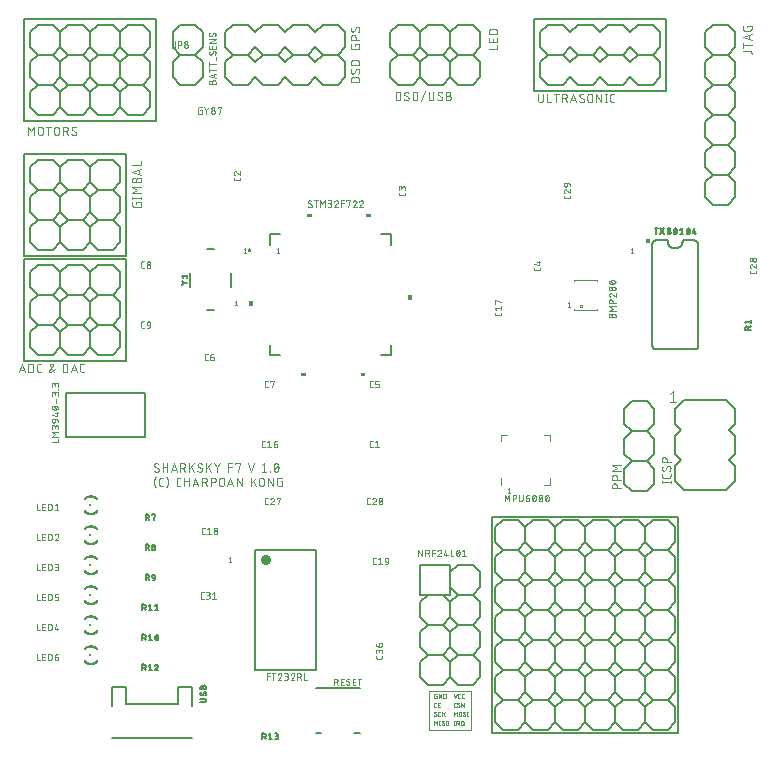
<source format=gbr>
G04 EAGLE Gerber RS-274X export*
G75*
%MOMM*%
%FSLAX34Y34*%
%LPD*%
%INSilkscreen Top*%
%IPPOS*%
%AMOC8*
5,1,8,0,0,1.08239X$1,22.5*%
G01*
%ADD10C,0.152400*%
%ADD11C,0.076200*%
%ADD12C,0.025400*%
%ADD13C,0.050800*%
%ADD14C,0.203200*%
%ADD15C,0.127000*%
%ADD16C,0.101600*%
%ADD17C,0.884400*%
%ADD18C,0.120000*%
%ADD19C,0.050000*%
%ADD20C,0.436994*%
%ADD21C,0.010159*%
%ADD22R,0.200000X0.200000*%
%ADD23R,0.150000X0.250000*%

G36*
X187607Y840584D02*
X187607Y840584D01*
X187609Y840583D01*
X187652Y840603D01*
X187696Y840621D01*
X187696Y840623D01*
X187698Y840624D01*
X187731Y840709D01*
X187731Y843249D01*
X187730Y843251D01*
X187731Y843253D01*
X187711Y843296D01*
X187693Y843340D01*
X187691Y843340D01*
X187690Y843342D01*
X187605Y843375D01*
X183795Y843375D01*
X183793Y843374D01*
X183791Y843375D01*
X183748Y843355D01*
X183704Y843337D01*
X183704Y843335D01*
X183702Y843334D01*
X183669Y843249D01*
X183669Y840709D01*
X183670Y840707D01*
X183669Y840705D01*
X183689Y840662D01*
X183707Y840618D01*
X183709Y840618D01*
X183710Y840616D01*
X183795Y840583D01*
X187605Y840583D01*
X187607Y840584D01*
G37*
G36*
X237607Y840584D02*
X237607Y840584D01*
X237609Y840583D01*
X237652Y840603D01*
X237696Y840621D01*
X237696Y840623D01*
X237698Y840624D01*
X237731Y840709D01*
X237731Y843249D01*
X237730Y843251D01*
X237731Y843253D01*
X237711Y843296D01*
X237693Y843340D01*
X237691Y843340D01*
X237690Y843342D01*
X237605Y843375D01*
X233795Y843375D01*
X233793Y843374D01*
X233791Y843375D01*
X233748Y843355D01*
X233704Y843337D01*
X233704Y843335D01*
X233702Y843334D01*
X233669Y843249D01*
X233669Y840709D01*
X233670Y840707D01*
X233669Y840705D01*
X233689Y840662D01*
X233707Y840618D01*
X233709Y840618D01*
X233710Y840616D01*
X233795Y840583D01*
X237605Y840583D01*
X237607Y840584D01*
G37*
G36*
X271751Y770170D02*
X271751Y770170D01*
X271753Y770169D01*
X271796Y770189D01*
X271840Y770207D01*
X271840Y770209D01*
X271842Y770210D01*
X271875Y770295D01*
X271875Y774105D01*
X271874Y774107D01*
X271875Y774109D01*
X271855Y774152D01*
X271837Y774196D01*
X271835Y774196D01*
X271834Y774198D01*
X271749Y774231D01*
X269209Y774231D01*
X269207Y774230D01*
X269205Y774231D01*
X269162Y774211D01*
X269118Y774193D01*
X269118Y774191D01*
X269116Y774190D01*
X269083Y774105D01*
X269083Y770295D01*
X269084Y770293D01*
X269083Y770291D01*
X269103Y770248D01*
X269121Y770204D01*
X269123Y770204D01*
X269124Y770202D01*
X269209Y770169D01*
X271749Y770169D01*
X271751Y770170D01*
G37*
G36*
X137193Y765170D02*
X137193Y765170D01*
X137195Y765169D01*
X137238Y765189D01*
X137282Y765207D01*
X137282Y765209D01*
X137284Y765210D01*
X137317Y765295D01*
X137317Y769105D01*
X137316Y769107D01*
X137317Y769109D01*
X137297Y769152D01*
X137279Y769196D01*
X137277Y769196D01*
X137276Y769198D01*
X137191Y769231D01*
X134651Y769231D01*
X134649Y769230D01*
X134647Y769231D01*
X134604Y769211D01*
X134560Y769193D01*
X134560Y769191D01*
X134558Y769190D01*
X134525Y769105D01*
X134525Y765295D01*
X134526Y765293D01*
X134525Y765291D01*
X134545Y765248D01*
X134563Y765204D01*
X134565Y765204D01*
X134566Y765202D01*
X134651Y765169D01*
X137191Y765169D01*
X137193Y765170D01*
G37*
G36*
X232607Y706026D02*
X232607Y706026D01*
X232609Y706025D01*
X232652Y706045D01*
X232696Y706063D01*
X232696Y706065D01*
X232698Y706066D01*
X232731Y706151D01*
X232731Y708691D01*
X232730Y708693D01*
X232731Y708695D01*
X232711Y708738D01*
X232693Y708782D01*
X232691Y708782D01*
X232690Y708784D01*
X232605Y708817D01*
X228795Y708817D01*
X228793Y708816D01*
X228791Y708817D01*
X228748Y708797D01*
X228704Y708779D01*
X228704Y708777D01*
X228702Y708776D01*
X228669Y708691D01*
X228669Y706151D01*
X228670Y706149D01*
X228669Y706147D01*
X228689Y706104D01*
X228707Y706060D01*
X228709Y706060D01*
X228710Y706058D01*
X228795Y706025D01*
X232605Y706025D01*
X232607Y706026D01*
G37*
G36*
X182607Y706026D02*
X182607Y706026D01*
X182609Y706025D01*
X182652Y706045D01*
X182696Y706063D01*
X182696Y706065D01*
X182698Y706066D01*
X182731Y706151D01*
X182731Y708691D01*
X182730Y708693D01*
X182731Y708695D01*
X182711Y708738D01*
X182693Y708782D01*
X182691Y708782D01*
X182690Y708784D01*
X182605Y708817D01*
X178795Y708817D01*
X178793Y708816D01*
X178791Y708817D01*
X178748Y708797D01*
X178704Y708779D01*
X178704Y708777D01*
X178702Y708776D01*
X178669Y708691D01*
X178669Y706151D01*
X178670Y706149D01*
X178669Y706147D01*
X178689Y706104D01*
X178707Y706060D01*
X178709Y706060D01*
X178710Y706058D01*
X178795Y706025D01*
X182605Y706025D01*
X182607Y706026D01*
G37*
D10*
X-55880Y1008380D02*
X55880Y1008380D01*
X55880Y922020D01*
X-55880Y922020D01*
X-55880Y1008380D01*
D11*
X-52959Y917067D02*
X-52959Y909701D01*
X-50504Y912975D02*
X-52959Y917067D01*
X-50504Y912975D02*
X-48048Y917067D01*
X-48048Y909701D01*
X-44503Y911747D02*
X-44503Y915021D01*
X-44501Y915110D01*
X-44495Y915199D01*
X-44485Y915288D01*
X-44472Y915376D01*
X-44455Y915464D01*
X-44433Y915551D01*
X-44408Y915636D01*
X-44380Y915721D01*
X-44347Y915804D01*
X-44311Y915886D01*
X-44272Y915966D01*
X-44229Y916044D01*
X-44183Y916120D01*
X-44133Y916195D01*
X-44080Y916267D01*
X-44024Y916336D01*
X-43965Y916403D01*
X-43904Y916468D01*
X-43839Y916529D01*
X-43772Y916588D01*
X-43703Y916644D01*
X-43631Y916697D01*
X-43556Y916747D01*
X-43480Y916793D01*
X-43402Y916836D01*
X-43322Y916875D01*
X-43240Y916911D01*
X-43157Y916944D01*
X-43072Y916972D01*
X-42987Y916997D01*
X-42900Y917019D01*
X-42812Y917036D01*
X-42724Y917049D01*
X-42635Y917059D01*
X-42546Y917065D01*
X-42457Y917067D01*
X-42368Y917065D01*
X-42279Y917059D01*
X-42190Y917049D01*
X-42102Y917036D01*
X-42014Y917019D01*
X-41927Y916997D01*
X-41842Y916972D01*
X-41757Y916944D01*
X-41674Y916911D01*
X-41592Y916875D01*
X-41512Y916836D01*
X-41434Y916793D01*
X-41358Y916747D01*
X-41283Y916697D01*
X-41211Y916644D01*
X-41142Y916588D01*
X-41075Y916529D01*
X-41010Y916468D01*
X-40949Y916403D01*
X-40890Y916336D01*
X-40834Y916267D01*
X-40781Y916195D01*
X-40731Y916120D01*
X-40685Y916044D01*
X-40642Y915966D01*
X-40603Y915886D01*
X-40567Y915804D01*
X-40534Y915721D01*
X-40506Y915636D01*
X-40481Y915551D01*
X-40459Y915464D01*
X-40442Y915376D01*
X-40429Y915288D01*
X-40419Y915199D01*
X-40413Y915110D01*
X-40411Y915021D01*
X-40411Y911747D01*
X-40413Y911658D01*
X-40419Y911569D01*
X-40429Y911480D01*
X-40442Y911392D01*
X-40459Y911304D01*
X-40481Y911217D01*
X-40506Y911132D01*
X-40534Y911047D01*
X-40567Y910964D01*
X-40603Y910882D01*
X-40642Y910802D01*
X-40685Y910724D01*
X-40731Y910648D01*
X-40781Y910573D01*
X-40834Y910501D01*
X-40890Y910432D01*
X-40949Y910365D01*
X-41010Y910300D01*
X-41075Y910239D01*
X-41142Y910180D01*
X-41211Y910124D01*
X-41283Y910071D01*
X-41358Y910021D01*
X-41434Y909975D01*
X-41512Y909932D01*
X-41592Y909893D01*
X-41674Y909857D01*
X-41757Y909824D01*
X-41842Y909796D01*
X-41927Y909771D01*
X-42014Y909749D01*
X-42102Y909732D01*
X-42190Y909719D01*
X-42279Y909709D01*
X-42368Y909703D01*
X-42457Y909701D01*
X-42546Y909703D01*
X-42635Y909709D01*
X-42724Y909719D01*
X-42812Y909732D01*
X-42900Y909749D01*
X-42987Y909771D01*
X-43072Y909796D01*
X-43157Y909824D01*
X-43240Y909857D01*
X-43322Y909893D01*
X-43402Y909932D01*
X-43480Y909975D01*
X-43556Y910021D01*
X-43631Y910071D01*
X-43703Y910124D01*
X-43772Y910180D01*
X-43839Y910239D01*
X-43904Y910300D01*
X-43965Y910365D01*
X-44024Y910432D01*
X-44080Y910501D01*
X-44133Y910573D01*
X-44183Y910648D01*
X-44229Y910724D01*
X-44272Y910802D01*
X-44311Y910882D01*
X-44347Y910964D01*
X-44380Y911047D01*
X-44408Y911132D01*
X-44433Y911217D01*
X-44455Y911304D01*
X-44472Y911392D01*
X-44485Y911480D01*
X-44495Y911569D01*
X-44501Y911658D01*
X-44503Y911747D01*
X-35629Y909701D02*
X-35629Y917067D01*
X-33583Y917067D02*
X-37676Y917067D01*
X-30848Y915021D02*
X-30848Y911747D01*
X-30848Y915021D02*
X-30846Y915110D01*
X-30840Y915199D01*
X-30830Y915288D01*
X-30817Y915376D01*
X-30800Y915464D01*
X-30778Y915551D01*
X-30753Y915636D01*
X-30725Y915721D01*
X-30692Y915804D01*
X-30656Y915886D01*
X-30617Y915966D01*
X-30574Y916044D01*
X-30528Y916120D01*
X-30478Y916195D01*
X-30425Y916267D01*
X-30369Y916336D01*
X-30310Y916403D01*
X-30249Y916468D01*
X-30184Y916529D01*
X-30117Y916588D01*
X-30048Y916644D01*
X-29976Y916697D01*
X-29901Y916747D01*
X-29825Y916793D01*
X-29747Y916836D01*
X-29667Y916875D01*
X-29585Y916911D01*
X-29502Y916944D01*
X-29417Y916972D01*
X-29332Y916997D01*
X-29245Y917019D01*
X-29157Y917036D01*
X-29069Y917049D01*
X-28980Y917059D01*
X-28891Y917065D01*
X-28802Y917067D01*
X-28713Y917065D01*
X-28624Y917059D01*
X-28535Y917049D01*
X-28447Y917036D01*
X-28359Y917019D01*
X-28272Y916997D01*
X-28187Y916972D01*
X-28102Y916944D01*
X-28019Y916911D01*
X-27937Y916875D01*
X-27857Y916836D01*
X-27779Y916793D01*
X-27703Y916747D01*
X-27628Y916697D01*
X-27556Y916644D01*
X-27487Y916588D01*
X-27420Y916529D01*
X-27355Y916468D01*
X-27294Y916403D01*
X-27235Y916336D01*
X-27179Y916267D01*
X-27126Y916195D01*
X-27076Y916120D01*
X-27030Y916044D01*
X-26987Y915966D01*
X-26948Y915886D01*
X-26912Y915804D01*
X-26879Y915721D01*
X-26851Y915636D01*
X-26826Y915551D01*
X-26804Y915464D01*
X-26787Y915376D01*
X-26774Y915288D01*
X-26764Y915199D01*
X-26758Y915110D01*
X-26756Y915021D01*
X-26756Y911747D01*
X-26758Y911658D01*
X-26764Y911569D01*
X-26774Y911480D01*
X-26787Y911392D01*
X-26804Y911304D01*
X-26826Y911217D01*
X-26851Y911132D01*
X-26879Y911047D01*
X-26912Y910964D01*
X-26948Y910882D01*
X-26987Y910802D01*
X-27030Y910724D01*
X-27076Y910648D01*
X-27126Y910573D01*
X-27179Y910501D01*
X-27235Y910432D01*
X-27294Y910365D01*
X-27355Y910300D01*
X-27420Y910239D01*
X-27487Y910180D01*
X-27556Y910124D01*
X-27628Y910071D01*
X-27703Y910021D01*
X-27779Y909975D01*
X-27857Y909932D01*
X-27937Y909893D01*
X-28019Y909857D01*
X-28102Y909824D01*
X-28187Y909796D01*
X-28272Y909771D01*
X-28359Y909749D01*
X-28447Y909732D01*
X-28535Y909719D01*
X-28624Y909709D01*
X-28713Y909703D01*
X-28802Y909701D01*
X-28891Y909703D01*
X-28980Y909709D01*
X-29069Y909719D01*
X-29157Y909732D01*
X-29245Y909749D01*
X-29332Y909771D01*
X-29417Y909796D01*
X-29502Y909824D01*
X-29585Y909857D01*
X-29667Y909893D01*
X-29747Y909932D01*
X-29825Y909975D01*
X-29901Y910021D01*
X-29976Y910071D01*
X-30048Y910124D01*
X-30117Y910180D01*
X-30184Y910239D01*
X-30249Y910300D01*
X-30310Y910365D01*
X-30369Y910432D01*
X-30425Y910501D01*
X-30478Y910573D01*
X-30528Y910648D01*
X-30574Y910724D01*
X-30617Y910802D01*
X-30656Y910882D01*
X-30692Y910964D01*
X-30725Y911047D01*
X-30753Y911132D01*
X-30778Y911217D01*
X-30800Y911304D01*
X-30817Y911392D01*
X-30830Y911480D01*
X-30840Y911569D01*
X-30846Y911658D01*
X-30848Y911747D01*
X-23238Y909701D02*
X-23238Y917067D01*
X-21192Y917067D01*
X-21103Y917065D01*
X-21014Y917059D01*
X-20925Y917049D01*
X-20837Y917036D01*
X-20749Y917019D01*
X-20662Y916997D01*
X-20577Y916972D01*
X-20492Y916944D01*
X-20409Y916911D01*
X-20327Y916875D01*
X-20247Y916836D01*
X-20169Y916793D01*
X-20093Y916747D01*
X-20018Y916697D01*
X-19946Y916644D01*
X-19877Y916588D01*
X-19810Y916529D01*
X-19745Y916468D01*
X-19684Y916403D01*
X-19625Y916336D01*
X-19569Y916267D01*
X-19516Y916195D01*
X-19466Y916120D01*
X-19420Y916044D01*
X-19377Y915966D01*
X-19338Y915886D01*
X-19302Y915804D01*
X-19269Y915721D01*
X-19241Y915636D01*
X-19216Y915551D01*
X-19194Y915464D01*
X-19177Y915376D01*
X-19164Y915288D01*
X-19154Y915199D01*
X-19148Y915110D01*
X-19146Y915021D01*
X-19148Y914932D01*
X-19154Y914843D01*
X-19164Y914754D01*
X-19177Y914666D01*
X-19194Y914578D01*
X-19216Y914491D01*
X-19241Y914406D01*
X-19269Y914321D01*
X-19302Y914238D01*
X-19338Y914156D01*
X-19377Y914076D01*
X-19420Y913998D01*
X-19466Y913922D01*
X-19516Y913847D01*
X-19569Y913775D01*
X-19625Y913706D01*
X-19684Y913639D01*
X-19745Y913574D01*
X-19810Y913513D01*
X-19877Y913454D01*
X-19946Y913398D01*
X-20018Y913345D01*
X-20093Y913295D01*
X-20169Y913249D01*
X-20247Y913206D01*
X-20327Y913167D01*
X-20409Y913131D01*
X-20492Y913098D01*
X-20577Y913070D01*
X-20662Y913045D01*
X-20749Y913023D01*
X-20837Y913006D01*
X-20925Y912993D01*
X-21014Y912983D01*
X-21103Y912977D01*
X-21192Y912975D01*
X-23238Y912975D01*
X-20782Y912975D02*
X-19146Y909701D01*
X-13762Y909701D02*
X-13684Y909703D01*
X-13606Y909708D01*
X-13529Y909718D01*
X-13452Y909731D01*
X-13376Y909747D01*
X-13301Y909767D01*
X-13227Y909791D01*
X-13154Y909818D01*
X-13082Y909849D01*
X-13012Y909883D01*
X-12944Y909920D01*
X-12877Y909961D01*
X-12812Y910005D01*
X-12750Y910051D01*
X-12690Y910101D01*
X-12632Y910153D01*
X-12577Y910208D01*
X-12525Y910266D01*
X-12475Y910326D01*
X-12429Y910388D01*
X-12385Y910453D01*
X-12344Y910519D01*
X-12307Y910588D01*
X-12273Y910658D01*
X-12242Y910730D01*
X-12215Y910803D01*
X-12191Y910877D01*
X-12171Y910952D01*
X-12155Y911028D01*
X-12142Y911105D01*
X-12132Y911182D01*
X-12127Y911260D01*
X-12125Y911338D01*
X-13762Y909701D02*
X-13876Y909703D01*
X-13989Y909708D01*
X-14103Y909718D01*
X-14216Y909731D01*
X-14328Y909748D01*
X-14440Y909768D01*
X-14551Y909792D01*
X-14662Y909820D01*
X-14771Y909851D01*
X-14879Y909886D01*
X-14986Y909925D01*
X-15092Y909967D01*
X-15196Y910012D01*
X-15299Y910061D01*
X-15400Y910114D01*
X-15499Y910169D01*
X-15597Y910228D01*
X-15692Y910290D01*
X-15785Y910355D01*
X-15877Y910423D01*
X-15965Y910494D01*
X-16052Y910568D01*
X-16136Y910645D01*
X-16217Y910724D01*
X-16013Y915430D02*
X-16011Y915508D01*
X-16006Y915586D01*
X-15996Y915663D01*
X-15983Y915740D01*
X-15967Y915816D01*
X-15947Y915891D01*
X-15923Y915965D01*
X-15896Y916038D01*
X-15865Y916110D01*
X-15831Y916180D01*
X-15794Y916249D01*
X-15753Y916315D01*
X-15709Y916380D01*
X-15663Y916442D01*
X-15613Y916502D01*
X-15561Y916560D01*
X-15506Y916615D01*
X-15448Y916667D01*
X-15388Y916717D01*
X-15326Y916763D01*
X-15261Y916807D01*
X-15195Y916848D01*
X-15126Y916885D01*
X-15056Y916919D01*
X-14984Y916950D01*
X-14911Y916977D01*
X-14837Y917001D01*
X-14762Y917021D01*
X-14686Y917037D01*
X-14609Y917050D01*
X-14532Y917060D01*
X-14454Y917065D01*
X-14376Y917067D01*
X-14266Y917065D01*
X-14157Y917059D01*
X-14047Y917049D01*
X-13939Y917036D01*
X-13830Y917018D01*
X-13723Y916997D01*
X-13616Y916971D01*
X-13510Y916942D01*
X-13405Y916910D01*
X-13302Y916873D01*
X-13200Y916833D01*
X-13099Y916789D01*
X-13000Y916741D01*
X-12903Y916691D01*
X-12808Y916636D01*
X-12715Y916578D01*
X-12624Y916517D01*
X-12535Y916453D01*
X-15195Y913997D02*
X-15262Y914039D01*
X-15327Y914083D01*
X-15389Y914131D01*
X-15449Y914181D01*
X-15507Y914234D01*
X-15562Y914290D01*
X-15614Y914349D01*
X-15664Y914409D01*
X-15711Y914473D01*
X-15754Y914538D01*
X-15795Y914605D01*
X-15832Y914674D01*
X-15866Y914745D01*
X-15897Y914817D01*
X-15924Y914891D01*
X-15948Y914965D01*
X-15968Y915041D01*
X-15984Y915118D01*
X-15997Y915195D01*
X-16007Y915273D01*
X-16012Y915352D01*
X-16014Y915430D01*
X-12944Y912770D02*
X-12878Y912729D01*
X-12813Y912684D01*
X-12751Y912637D01*
X-12691Y912586D01*
X-12633Y912533D01*
X-12578Y912477D01*
X-12525Y912419D01*
X-12476Y912358D01*
X-12429Y912295D01*
X-12386Y912230D01*
X-12345Y912163D01*
X-12308Y912094D01*
X-12274Y912023D01*
X-12243Y911951D01*
X-12216Y911877D01*
X-12192Y911802D01*
X-12172Y911727D01*
X-12156Y911650D01*
X-12143Y911573D01*
X-12133Y911495D01*
X-12128Y911416D01*
X-12126Y911338D01*
X-12944Y912770D02*
X-15195Y913998D01*
D10*
X-55880Y894080D02*
X-55880Y807720D01*
X30480Y807720D01*
X30480Y894080D01*
X-55880Y894080D01*
D11*
X38707Y852833D02*
X38707Y851606D01*
X38707Y852833D02*
X42799Y852833D01*
X42799Y850378D01*
X42797Y850300D01*
X42792Y850222D01*
X42782Y850145D01*
X42769Y850068D01*
X42753Y849992D01*
X42733Y849917D01*
X42709Y849843D01*
X42682Y849770D01*
X42651Y849698D01*
X42617Y849628D01*
X42580Y849560D01*
X42539Y849493D01*
X42495Y849428D01*
X42449Y849366D01*
X42399Y849306D01*
X42347Y849248D01*
X42292Y849193D01*
X42234Y849141D01*
X42174Y849091D01*
X42112Y849045D01*
X42047Y849001D01*
X41981Y848960D01*
X41912Y848923D01*
X41842Y848889D01*
X41770Y848858D01*
X41697Y848831D01*
X41623Y848807D01*
X41548Y848787D01*
X41472Y848771D01*
X41395Y848758D01*
X41318Y848748D01*
X41240Y848743D01*
X41162Y848741D01*
X37070Y848741D01*
X36990Y848743D01*
X36910Y848749D01*
X36830Y848759D01*
X36751Y848772D01*
X36672Y848790D01*
X36595Y848811D01*
X36519Y848837D01*
X36444Y848866D01*
X36370Y848898D01*
X36298Y848934D01*
X36228Y848974D01*
X36161Y849017D01*
X36095Y849063D01*
X36032Y849113D01*
X35971Y849165D01*
X35912Y849220D01*
X35857Y849279D01*
X35805Y849339D01*
X35755Y849403D01*
X35709Y849468D01*
X35666Y849536D01*
X35626Y849606D01*
X35590Y849678D01*
X35558Y849752D01*
X35529Y849826D01*
X35504Y849903D01*
X35482Y849980D01*
X35464Y850059D01*
X35451Y850138D01*
X35441Y850217D01*
X35435Y850298D01*
X35433Y850378D01*
X35433Y852833D01*
X35433Y856883D02*
X42799Y856883D01*
X42799Y856065D02*
X42799Y857702D01*
X35433Y857702D02*
X35433Y856065D01*
X35433Y861011D02*
X42799Y861011D01*
X39525Y863467D02*
X35433Y861011D01*
X39525Y863467D02*
X35433Y865922D01*
X42799Y865922D01*
X38707Y869829D02*
X38707Y871875D01*
X38709Y871964D01*
X38715Y872053D01*
X38725Y872142D01*
X38738Y872230D01*
X38755Y872318D01*
X38777Y872405D01*
X38802Y872490D01*
X38830Y872575D01*
X38863Y872658D01*
X38899Y872740D01*
X38938Y872820D01*
X38981Y872898D01*
X39027Y872974D01*
X39077Y873049D01*
X39130Y873121D01*
X39186Y873190D01*
X39245Y873257D01*
X39306Y873322D01*
X39371Y873383D01*
X39438Y873442D01*
X39507Y873498D01*
X39579Y873551D01*
X39654Y873601D01*
X39730Y873647D01*
X39808Y873690D01*
X39888Y873729D01*
X39970Y873765D01*
X40053Y873798D01*
X40138Y873826D01*
X40223Y873851D01*
X40310Y873873D01*
X40398Y873890D01*
X40486Y873903D01*
X40575Y873913D01*
X40664Y873919D01*
X40753Y873921D01*
X40842Y873919D01*
X40931Y873913D01*
X41020Y873903D01*
X41108Y873890D01*
X41196Y873873D01*
X41283Y873851D01*
X41368Y873826D01*
X41453Y873798D01*
X41536Y873765D01*
X41618Y873729D01*
X41698Y873690D01*
X41776Y873647D01*
X41852Y873601D01*
X41927Y873551D01*
X41999Y873498D01*
X42068Y873442D01*
X42135Y873383D01*
X42200Y873322D01*
X42261Y873257D01*
X42320Y873190D01*
X42376Y873121D01*
X42429Y873049D01*
X42479Y872974D01*
X42525Y872898D01*
X42568Y872820D01*
X42607Y872740D01*
X42643Y872658D01*
X42676Y872575D01*
X42704Y872490D01*
X42729Y872405D01*
X42751Y872318D01*
X42768Y872230D01*
X42781Y872142D01*
X42791Y872053D01*
X42797Y871964D01*
X42799Y871875D01*
X42799Y869829D01*
X35433Y869829D01*
X35433Y871875D01*
X35435Y871954D01*
X35441Y872033D01*
X35450Y872112D01*
X35463Y872190D01*
X35481Y872267D01*
X35501Y872343D01*
X35526Y872418D01*
X35554Y872492D01*
X35585Y872565D01*
X35621Y872636D01*
X35659Y872705D01*
X35701Y872772D01*
X35746Y872837D01*
X35794Y872900D01*
X35845Y872961D01*
X35899Y873018D01*
X35955Y873074D01*
X36014Y873126D01*
X36076Y873176D01*
X36140Y873222D01*
X36206Y873266D01*
X36274Y873306D01*
X36344Y873342D01*
X36416Y873376D01*
X36490Y873406D01*
X36564Y873432D01*
X36640Y873455D01*
X36717Y873473D01*
X36794Y873489D01*
X36873Y873500D01*
X36951Y873508D01*
X37030Y873512D01*
X37110Y873512D01*
X37189Y873508D01*
X37267Y873500D01*
X37346Y873489D01*
X37423Y873473D01*
X37500Y873455D01*
X37576Y873432D01*
X37650Y873406D01*
X37724Y873376D01*
X37796Y873342D01*
X37866Y873306D01*
X37934Y873266D01*
X38000Y873222D01*
X38064Y873176D01*
X38126Y873126D01*
X38185Y873074D01*
X38241Y873018D01*
X38295Y872961D01*
X38346Y872900D01*
X38394Y872837D01*
X38439Y872772D01*
X38481Y872705D01*
X38519Y872636D01*
X38555Y872565D01*
X38586Y872492D01*
X38614Y872418D01*
X38639Y872343D01*
X38659Y872267D01*
X38677Y872190D01*
X38690Y872112D01*
X38699Y872033D01*
X38705Y871954D01*
X38707Y871875D01*
X42799Y876373D02*
X35433Y878829D01*
X42799Y881284D01*
X40958Y880670D02*
X40958Y876987D01*
X42799Y884357D02*
X35433Y884357D01*
X42799Y884357D02*
X42799Y887631D01*
D10*
X30480Y805180D02*
X-55880Y805180D01*
X30480Y805180D02*
X30480Y718820D01*
X-55880Y718820D01*
X-55880Y805180D01*
D11*
X-58124Y716407D02*
X-60579Y709041D01*
X-55668Y709041D02*
X-58124Y716407D01*
X-59965Y710883D02*
X-56282Y710883D01*
X-52611Y709041D02*
X-52611Y716407D01*
X-50565Y716407D01*
X-50476Y716405D01*
X-50387Y716399D01*
X-50298Y716389D01*
X-50210Y716376D01*
X-50122Y716359D01*
X-50035Y716337D01*
X-49950Y716312D01*
X-49865Y716284D01*
X-49782Y716251D01*
X-49700Y716215D01*
X-49620Y716176D01*
X-49542Y716133D01*
X-49466Y716087D01*
X-49391Y716037D01*
X-49319Y715984D01*
X-49250Y715928D01*
X-49183Y715869D01*
X-49118Y715808D01*
X-49057Y715743D01*
X-48998Y715676D01*
X-48942Y715607D01*
X-48889Y715535D01*
X-48839Y715460D01*
X-48793Y715384D01*
X-48750Y715306D01*
X-48711Y715226D01*
X-48675Y715144D01*
X-48642Y715061D01*
X-48614Y714976D01*
X-48589Y714891D01*
X-48567Y714804D01*
X-48550Y714716D01*
X-48537Y714628D01*
X-48527Y714539D01*
X-48521Y714450D01*
X-48519Y714361D01*
X-48519Y711087D01*
X-48521Y710998D01*
X-48527Y710909D01*
X-48537Y710820D01*
X-48550Y710732D01*
X-48567Y710644D01*
X-48589Y710557D01*
X-48614Y710472D01*
X-48642Y710387D01*
X-48675Y710304D01*
X-48711Y710222D01*
X-48750Y710142D01*
X-48793Y710064D01*
X-48839Y709988D01*
X-48889Y709913D01*
X-48942Y709841D01*
X-48998Y709772D01*
X-49057Y709705D01*
X-49118Y709640D01*
X-49183Y709579D01*
X-49250Y709520D01*
X-49319Y709464D01*
X-49391Y709411D01*
X-49466Y709361D01*
X-49542Y709315D01*
X-49620Y709272D01*
X-49700Y709233D01*
X-49782Y709197D01*
X-49865Y709164D01*
X-49950Y709136D01*
X-50035Y709111D01*
X-50122Y709089D01*
X-50210Y709072D01*
X-50298Y709059D01*
X-50387Y709049D01*
X-50476Y709043D01*
X-50565Y709041D01*
X-52611Y709041D01*
X-43438Y709041D02*
X-41801Y709041D01*
X-43438Y709041D02*
X-43516Y709043D01*
X-43594Y709048D01*
X-43671Y709058D01*
X-43748Y709071D01*
X-43824Y709087D01*
X-43899Y709107D01*
X-43973Y709131D01*
X-44046Y709158D01*
X-44118Y709189D01*
X-44188Y709223D01*
X-44257Y709260D01*
X-44323Y709301D01*
X-44388Y709345D01*
X-44450Y709391D01*
X-44510Y709441D01*
X-44568Y709493D01*
X-44623Y709548D01*
X-44675Y709606D01*
X-44725Y709666D01*
X-44771Y709728D01*
X-44815Y709793D01*
X-44856Y709860D01*
X-44893Y709928D01*
X-44927Y709998D01*
X-44958Y710070D01*
X-44985Y710143D01*
X-45009Y710217D01*
X-45029Y710292D01*
X-45045Y710368D01*
X-45058Y710445D01*
X-45068Y710522D01*
X-45073Y710600D01*
X-45075Y710678D01*
X-45075Y714770D01*
X-45073Y714848D01*
X-45068Y714926D01*
X-45058Y715003D01*
X-45045Y715080D01*
X-45029Y715156D01*
X-45009Y715231D01*
X-44985Y715305D01*
X-44958Y715378D01*
X-44927Y715450D01*
X-44893Y715520D01*
X-44856Y715589D01*
X-44815Y715655D01*
X-44771Y715720D01*
X-44725Y715782D01*
X-44675Y715842D01*
X-44623Y715900D01*
X-44568Y715955D01*
X-44510Y716007D01*
X-44450Y716057D01*
X-44388Y716103D01*
X-44323Y716147D01*
X-44257Y716188D01*
X-44188Y716225D01*
X-44118Y716259D01*
X-44046Y716290D01*
X-43973Y716317D01*
X-43899Y716341D01*
X-43824Y716361D01*
X-43748Y716377D01*
X-43671Y716390D01*
X-43594Y716400D01*
X-43516Y716405D01*
X-43438Y716407D01*
X-41801Y716407D01*
X-34253Y714565D02*
X-34287Y714624D01*
X-34318Y714684D01*
X-34345Y714745D01*
X-34369Y714809D01*
X-34389Y714873D01*
X-34406Y714938D01*
X-34419Y715004D01*
X-34428Y715071D01*
X-34433Y715138D01*
X-34435Y715206D01*
X-34433Y715273D01*
X-34427Y715341D01*
X-34417Y715407D01*
X-34404Y715473D01*
X-34387Y715539D01*
X-34366Y715603D01*
X-34342Y715666D01*
X-34314Y715727D01*
X-34283Y715787D01*
X-34249Y715845D01*
X-34211Y715901D01*
X-34171Y715955D01*
X-34127Y716007D01*
X-34081Y716055D01*
X-34032Y716102D01*
X-33980Y716145D01*
X-33926Y716186D01*
X-33870Y716223D01*
X-33812Y716257D01*
X-33752Y716288D01*
X-33690Y716316D01*
X-33627Y716340D01*
X-33563Y716360D01*
X-33498Y716377D01*
X-33431Y716390D01*
X-33365Y716399D01*
X-33297Y716405D01*
X-33230Y716407D01*
X-34253Y714566D02*
X-30774Y709041D01*
X-32207Y714565D02*
X-32173Y714624D01*
X-32142Y714684D01*
X-32115Y714745D01*
X-32091Y714809D01*
X-32071Y714873D01*
X-32054Y714938D01*
X-32041Y715004D01*
X-32032Y715071D01*
X-32027Y715138D01*
X-32025Y715206D01*
X-32027Y715273D01*
X-32033Y715341D01*
X-32043Y715407D01*
X-32056Y715473D01*
X-32073Y715539D01*
X-32094Y715603D01*
X-32118Y715666D01*
X-32146Y715727D01*
X-32177Y715787D01*
X-32211Y715845D01*
X-32249Y715901D01*
X-32289Y715955D01*
X-32333Y716007D01*
X-32379Y716055D01*
X-32428Y716102D01*
X-32480Y716145D01*
X-32534Y716186D01*
X-32590Y716223D01*
X-32648Y716257D01*
X-32708Y716288D01*
X-32770Y716316D01*
X-32833Y716340D01*
X-32897Y716360D01*
X-32962Y716377D01*
X-33029Y716390D01*
X-33095Y716399D01*
X-33163Y716405D01*
X-33230Y716407D01*
X-34867Y710269D02*
X-34865Y710200D01*
X-34859Y710132D01*
X-34850Y710063D01*
X-34836Y709996D01*
X-34819Y709929D01*
X-34798Y709863D01*
X-34774Y709799D01*
X-34745Y709736D01*
X-34714Y709675D01*
X-34679Y709616D01*
X-34641Y709558D01*
X-34599Y709503D01*
X-34555Y709451D01*
X-34507Y709401D01*
X-34457Y709353D01*
X-34405Y709309D01*
X-34350Y709267D01*
X-34292Y709229D01*
X-34233Y709194D01*
X-34172Y709163D01*
X-34109Y709134D01*
X-34045Y709110D01*
X-33979Y709089D01*
X-33912Y709072D01*
X-33845Y709058D01*
X-33776Y709049D01*
X-33708Y709043D01*
X-33639Y709041D01*
X-34866Y710269D02*
X-34864Y710329D01*
X-34859Y710388D01*
X-34850Y710448D01*
X-34838Y710506D01*
X-34823Y710564D01*
X-34804Y710621D01*
X-34781Y710676D01*
X-34756Y710730D01*
X-34727Y710783D01*
X-34696Y710834D01*
X-34661Y710883D01*
X-34662Y710883D02*
X-32207Y714566D01*
X-33025Y709246D02*
X-33074Y709211D01*
X-33125Y709180D01*
X-33178Y709151D01*
X-33232Y709126D01*
X-33287Y709103D01*
X-33344Y709084D01*
X-33402Y709069D01*
X-33460Y709057D01*
X-33520Y709048D01*
X-33579Y709043D01*
X-33639Y709041D01*
X-33025Y709246D02*
X-29956Y711496D01*
X-23594Y709041D02*
X-23594Y716407D01*
X-21548Y716407D01*
X-21459Y716405D01*
X-21370Y716399D01*
X-21281Y716389D01*
X-21193Y716376D01*
X-21105Y716359D01*
X-21018Y716337D01*
X-20933Y716312D01*
X-20848Y716284D01*
X-20765Y716251D01*
X-20683Y716215D01*
X-20603Y716176D01*
X-20525Y716133D01*
X-20449Y716087D01*
X-20374Y716037D01*
X-20302Y715984D01*
X-20233Y715928D01*
X-20166Y715869D01*
X-20101Y715808D01*
X-20040Y715743D01*
X-19981Y715676D01*
X-19925Y715607D01*
X-19872Y715535D01*
X-19822Y715460D01*
X-19776Y715384D01*
X-19733Y715306D01*
X-19694Y715226D01*
X-19658Y715144D01*
X-19625Y715061D01*
X-19597Y714976D01*
X-19572Y714891D01*
X-19550Y714804D01*
X-19533Y714716D01*
X-19520Y714628D01*
X-19510Y714539D01*
X-19504Y714450D01*
X-19502Y714361D01*
X-19502Y711087D01*
X-19504Y710998D01*
X-19510Y710909D01*
X-19520Y710820D01*
X-19533Y710732D01*
X-19550Y710644D01*
X-19572Y710557D01*
X-19597Y710472D01*
X-19625Y710387D01*
X-19658Y710304D01*
X-19694Y710222D01*
X-19733Y710142D01*
X-19776Y710064D01*
X-19822Y709988D01*
X-19872Y709913D01*
X-19925Y709841D01*
X-19981Y709772D01*
X-20040Y709705D01*
X-20101Y709640D01*
X-20166Y709579D01*
X-20233Y709520D01*
X-20302Y709464D01*
X-20374Y709411D01*
X-20449Y709361D01*
X-20525Y709315D01*
X-20603Y709272D01*
X-20683Y709233D01*
X-20765Y709197D01*
X-20848Y709164D01*
X-20933Y709136D01*
X-21018Y709111D01*
X-21105Y709089D01*
X-21193Y709072D01*
X-21281Y709059D01*
X-21370Y709049D01*
X-21459Y709043D01*
X-21548Y709041D01*
X-23594Y709041D01*
X-16444Y709041D02*
X-13989Y716407D01*
X-11534Y709041D01*
X-12147Y710883D02*
X-15830Y710883D01*
X-7106Y709041D02*
X-5469Y709041D01*
X-7106Y709041D02*
X-7184Y709043D01*
X-7262Y709048D01*
X-7339Y709058D01*
X-7416Y709071D01*
X-7492Y709087D01*
X-7567Y709107D01*
X-7641Y709131D01*
X-7714Y709158D01*
X-7786Y709189D01*
X-7856Y709223D01*
X-7925Y709260D01*
X-7991Y709301D01*
X-8056Y709345D01*
X-8118Y709391D01*
X-8178Y709441D01*
X-8236Y709493D01*
X-8291Y709548D01*
X-8343Y709606D01*
X-8393Y709666D01*
X-8439Y709728D01*
X-8483Y709793D01*
X-8524Y709860D01*
X-8561Y709928D01*
X-8595Y709998D01*
X-8626Y710070D01*
X-8653Y710143D01*
X-8677Y710217D01*
X-8697Y710292D01*
X-8713Y710368D01*
X-8726Y710445D01*
X-8736Y710522D01*
X-8741Y710600D01*
X-8743Y710678D01*
X-8743Y714770D01*
X-8741Y714848D01*
X-8736Y714926D01*
X-8726Y715003D01*
X-8713Y715080D01*
X-8697Y715156D01*
X-8677Y715231D01*
X-8653Y715305D01*
X-8626Y715378D01*
X-8595Y715450D01*
X-8561Y715520D01*
X-8524Y715589D01*
X-8483Y715655D01*
X-8439Y715720D01*
X-8393Y715782D01*
X-8343Y715842D01*
X-8291Y715900D01*
X-8236Y715955D01*
X-8178Y716007D01*
X-8118Y716057D01*
X-8056Y716103D01*
X-7991Y716147D01*
X-7925Y716188D01*
X-7856Y716225D01*
X-7786Y716259D01*
X-7714Y716290D01*
X-7641Y716317D01*
X-7567Y716341D01*
X-7492Y716361D01*
X-7416Y716377D01*
X-7339Y716390D01*
X-7262Y716400D01*
X-7184Y716405D01*
X-7106Y716407D01*
X-5469Y716407D01*
D10*
X375920Y1008380D02*
X487680Y1008380D01*
X487680Y947420D01*
X375920Y947420D01*
X375920Y1008380D01*
D11*
X378841Y945007D02*
X378841Y939687D01*
X378843Y939598D01*
X378849Y939509D01*
X378859Y939420D01*
X378872Y939332D01*
X378889Y939244D01*
X378911Y939157D01*
X378936Y939072D01*
X378964Y938987D01*
X378997Y938904D01*
X379033Y938822D01*
X379072Y938742D01*
X379115Y938664D01*
X379161Y938588D01*
X379211Y938513D01*
X379264Y938441D01*
X379320Y938372D01*
X379379Y938305D01*
X379440Y938240D01*
X379505Y938179D01*
X379572Y938120D01*
X379641Y938064D01*
X379713Y938011D01*
X379788Y937961D01*
X379864Y937915D01*
X379942Y937872D01*
X380022Y937833D01*
X380104Y937797D01*
X380187Y937764D01*
X380272Y937736D01*
X380357Y937711D01*
X380444Y937689D01*
X380532Y937672D01*
X380620Y937659D01*
X380709Y937649D01*
X380798Y937643D01*
X380887Y937641D01*
X380976Y937643D01*
X381065Y937649D01*
X381154Y937659D01*
X381242Y937672D01*
X381330Y937689D01*
X381417Y937711D01*
X381502Y937736D01*
X381587Y937764D01*
X381670Y937797D01*
X381752Y937833D01*
X381832Y937872D01*
X381910Y937915D01*
X381986Y937961D01*
X382061Y938011D01*
X382133Y938064D01*
X382202Y938120D01*
X382269Y938179D01*
X382334Y938240D01*
X382395Y938305D01*
X382454Y938372D01*
X382510Y938441D01*
X382563Y938513D01*
X382613Y938588D01*
X382659Y938664D01*
X382702Y938742D01*
X382741Y938822D01*
X382777Y938904D01*
X382810Y938987D01*
X382838Y939072D01*
X382863Y939157D01*
X382885Y939244D01*
X382902Y939332D01*
X382915Y939420D01*
X382925Y939509D01*
X382931Y939598D01*
X382933Y939687D01*
X382933Y945007D01*
X386660Y945007D02*
X386660Y937641D01*
X389933Y937641D01*
X394298Y937641D02*
X394298Y945007D01*
X392252Y945007D02*
X396344Y945007D01*
X399375Y945007D02*
X399375Y937641D01*
X399375Y945007D02*
X401421Y945007D01*
X401510Y945005D01*
X401599Y944999D01*
X401688Y944989D01*
X401776Y944976D01*
X401864Y944959D01*
X401951Y944937D01*
X402036Y944912D01*
X402121Y944884D01*
X402204Y944851D01*
X402286Y944815D01*
X402366Y944776D01*
X402444Y944733D01*
X402520Y944687D01*
X402595Y944637D01*
X402667Y944584D01*
X402736Y944528D01*
X402803Y944469D01*
X402868Y944408D01*
X402929Y944343D01*
X402988Y944276D01*
X403044Y944207D01*
X403097Y944135D01*
X403147Y944060D01*
X403193Y943984D01*
X403236Y943906D01*
X403275Y943826D01*
X403311Y943744D01*
X403344Y943661D01*
X403372Y943576D01*
X403397Y943491D01*
X403419Y943404D01*
X403436Y943316D01*
X403449Y943228D01*
X403459Y943139D01*
X403465Y943050D01*
X403467Y942961D01*
X403465Y942872D01*
X403459Y942783D01*
X403449Y942694D01*
X403436Y942606D01*
X403419Y942518D01*
X403397Y942431D01*
X403372Y942346D01*
X403344Y942261D01*
X403311Y942178D01*
X403275Y942096D01*
X403236Y942016D01*
X403193Y941938D01*
X403147Y941862D01*
X403097Y941787D01*
X403044Y941715D01*
X402988Y941646D01*
X402929Y941579D01*
X402868Y941514D01*
X402803Y941453D01*
X402736Y941394D01*
X402667Y941338D01*
X402595Y941285D01*
X402520Y941235D01*
X402444Y941189D01*
X402366Y941146D01*
X402286Y941107D01*
X402204Y941071D01*
X402121Y941038D01*
X402036Y941010D01*
X401951Y940985D01*
X401864Y940963D01*
X401776Y940946D01*
X401688Y940933D01*
X401599Y940923D01*
X401510Y940917D01*
X401421Y940915D01*
X399375Y940915D01*
X401830Y940915D02*
X403467Y937641D01*
X406229Y937641D02*
X408685Y945007D01*
X411140Y937641D01*
X410526Y939483D02*
X406843Y939483D01*
X416165Y937641D02*
X416243Y937643D01*
X416321Y937648D01*
X416398Y937658D01*
X416475Y937671D01*
X416551Y937687D01*
X416626Y937707D01*
X416700Y937731D01*
X416773Y937758D01*
X416845Y937789D01*
X416915Y937823D01*
X416984Y937860D01*
X417050Y937901D01*
X417115Y937945D01*
X417177Y937991D01*
X417237Y938041D01*
X417295Y938093D01*
X417350Y938148D01*
X417402Y938206D01*
X417452Y938266D01*
X417498Y938328D01*
X417542Y938393D01*
X417583Y938460D01*
X417620Y938528D01*
X417654Y938598D01*
X417685Y938670D01*
X417712Y938743D01*
X417736Y938817D01*
X417756Y938892D01*
X417772Y938968D01*
X417785Y939045D01*
X417795Y939122D01*
X417800Y939200D01*
X417802Y939278D01*
X416165Y937641D02*
X416051Y937643D01*
X415938Y937648D01*
X415824Y937658D01*
X415711Y937671D01*
X415599Y937688D01*
X415487Y937708D01*
X415376Y937732D01*
X415265Y937760D01*
X415156Y937791D01*
X415048Y937826D01*
X414941Y937865D01*
X414835Y937907D01*
X414731Y937952D01*
X414628Y938001D01*
X414527Y938054D01*
X414428Y938109D01*
X414330Y938168D01*
X414235Y938230D01*
X414142Y938295D01*
X414050Y938363D01*
X413962Y938434D01*
X413875Y938508D01*
X413791Y938585D01*
X413710Y938664D01*
X413915Y943370D02*
X413917Y943448D01*
X413922Y943526D01*
X413932Y943603D01*
X413945Y943680D01*
X413961Y943756D01*
X413981Y943831D01*
X414005Y943905D01*
X414032Y943978D01*
X414063Y944050D01*
X414097Y944120D01*
X414134Y944189D01*
X414175Y944255D01*
X414219Y944320D01*
X414265Y944382D01*
X414315Y944442D01*
X414367Y944500D01*
X414422Y944555D01*
X414480Y944607D01*
X414540Y944657D01*
X414602Y944703D01*
X414667Y944747D01*
X414734Y944788D01*
X414802Y944825D01*
X414872Y944859D01*
X414944Y944890D01*
X415017Y944917D01*
X415091Y944941D01*
X415166Y944961D01*
X415242Y944977D01*
X415319Y944990D01*
X415396Y945000D01*
X415474Y945005D01*
X415552Y945007D01*
X415551Y945007D02*
X415661Y945005D01*
X415770Y944999D01*
X415880Y944989D01*
X415988Y944976D01*
X416097Y944958D01*
X416204Y944937D01*
X416311Y944911D01*
X416417Y944882D01*
X416522Y944850D01*
X416625Y944813D01*
X416727Y944773D01*
X416828Y944729D01*
X416927Y944681D01*
X417024Y944631D01*
X417119Y944576D01*
X417212Y944518D01*
X417303Y944457D01*
X417392Y944393D01*
X414733Y941937D02*
X414666Y941979D01*
X414601Y942023D01*
X414539Y942071D01*
X414479Y942121D01*
X414421Y942174D01*
X414366Y942230D01*
X414314Y942289D01*
X414264Y942349D01*
X414217Y942413D01*
X414174Y942478D01*
X414133Y942545D01*
X414096Y942614D01*
X414062Y942685D01*
X414031Y942757D01*
X414004Y942831D01*
X413980Y942905D01*
X413960Y942981D01*
X413944Y943058D01*
X413931Y943135D01*
X413921Y943213D01*
X413916Y943292D01*
X413914Y943370D01*
X416984Y940710D02*
X417050Y940668D01*
X417115Y940624D01*
X417177Y940577D01*
X417237Y940526D01*
X417295Y940473D01*
X417350Y940417D01*
X417403Y940359D01*
X417452Y940298D01*
X417499Y940235D01*
X417542Y940170D01*
X417583Y940103D01*
X417620Y940034D01*
X417654Y939963D01*
X417685Y939891D01*
X417712Y939817D01*
X417736Y939742D01*
X417756Y939667D01*
X417772Y939590D01*
X417785Y939513D01*
X417795Y939435D01*
X417800Y939356D01*
X417802Y939278D01*
X416984Y940710D02*
X414733Y941938D01*
X420781Y942961D02*
X420781Y939687D01*
X420782Y942961D02*
X420784Y943050D01*
X420790Y943139D01*
X420800Y943228D01*
X420813Y943316D01*
X420830Y943404D01*
X420852Y943491D01*
X420877Y943576D01*
X420905Y943661D01*
X420938Y943744D01*
X420974Y943826D01*
X421013Y943906D01*
X421056Y943984D01*
X421102Y944060D01*
X421152Y944135D01*
X421205Y944207D01*
X421261Y944276D01*
X421320Y944343D01*
X421381Y944408D01*
X421446Y944469D01*
X421513Y944528D01*
X421582Y944584D01*
X421654Y944637D01*
X421729Y944687D01*
X421805Y944733D01*
X421883Y944776D01*
X421963Y944815D01*
X422045Y944851D01*
X422128Y944884D01*
X422213Y944912D01*
X422298Y944937D01*
X422385Y944959D01*
X422473Y944976D01*
X422561Y944989D01*
X422650Y944999D01*
X422739Y945005D01*
X422828Y945007D01*
X422917Y945005D01*
X423006Y944999D01*
X423095Y944989D01*
X423183Y944976D01*
X423271Y944959D01*
X423358Y944937D01*
X423443Y944912D01*
X423528Y944884D01*
X423611Y944851D01*
X423693Y944815D01*
X423773Y944776D01*
X423851Y944733D01*
X423927Y944687D01*
X424002Y944637D01*
X424074Y944584D01*
X424143Y944528D01*
X424210Y944469D01*
X424275Y944408D01*
X424336Y944343D01*
X424395Y944276D01*
X424451Y944207D01*
X424504Y944135D01*
X424554Y944060D01*
X424600Y943984D01*
X424643Y943906D01*
X424682Y943826D01*
X424718Y943744D01*
X424751Y943661D01*
X424779Y943576D01*
X424804Y943491D01*
X424826Y943404D01*
X424843Y943316D01*
X424856Y943228D01*
X424866Y943139D01*
X424872Y943050D01*
X424874Y942961D01*
X424874Y939687D01*
X424872Y939598D01*
X424866Y939509D01*
X424856Y939420D01*
X424843Y939332D01*
X424826Y939244D01*
X424804Y939157D01*
X424779Y939072D01*
X424751Y938987D01*
X424718Y938904D01*
X424682Y938822D01*
X424643Y938742D01*
X424600Y938664D01*
X424554Y938588D01*
X424504Y938513D01*
X424451Y938441D01*
X424395Y938372D01*
X424336Y938305D01*
X424275Y938240D01*
X424210Y938179D01*
X424143Y938120D01*
X424074Y938064D01*
X424002Y938011D01*
X423927Y937961D01*
X423851Y937915D01*
X423773Y937872D01*
X423693Y937833D01*
X423611Y937797D01*
X423528Y937764D01*
X423443Y937736D01*
X423358Y937711D01*
X423271Y937689D01*
X423183Y937672D01*
X423095Y937659D01*
X423006Y937649D01*
X422917Y937643D01*
X422828Y937641D01*
X422739Y937643D01*
X422650Y937649D01*
X422561Y937659D01*
X422473Y937672D01*
X422385Y937689D01*
X422298Y937711D01*
X422213Y937736D01*
X422128Y937764D01*
X422045Y937797D01*
X421963Y937833D01*
X421883Y937872D01*
X421805Y937915D01*
X421729Y937961D01*
X421654Y938011D01*
X421582Y938064D01*
X421513Y938120D01*
X421446Y938179D01*
X421381Y938240D01*
X421320Y938305D01*
X421261Y938372D01*
X421205Y938441D01*
X421152Y938513D01*
X421102Y938588D01*
X421056Y938664D01*
X421013Y938742D01*
X420974Y938822D01*
X420938Y938904D01*
X420905Y938987D01*
X420877Y939072D01*
X420852Y939157D01*
X420830Y939244D01*
X420813Y939332D01*
X420800Y939420D01*
X420790Y939509D01*
X420784Y939598D01*
X420782Y939687D01*
X428340Y937641D02*
X428340Y945007D01*
X432433Y937641D01*
X432433Y945007D01*
X436483Y945007D02*
X436483Y937641D01*
X437301Y937641D02*
X435664Y937641D01*
X435664Y945007D02*
X437301Y945007D01*
X441902Y937641D02*
X443539Y937641D01*
X441902Y937641D02*
X441824Y937643D01*
X441746Y937648D01*
X441669Y937658D01*
X441592Y937671D01*
X441516Y937687D01*
X441441Y937707D01*
X441367Y937731D01*
X441294Y937758D01*
X441222Y937789D01*
X441152Y937823D01*
X441084Y937860D01*
X441017Y937901D01*
X440952Y937945D01*
X440890Y937991D01*
X440830Y938041D01*
X440772Y938093D01*
X440717Y938148D01*
X440665Y938206D01*
X440615Y938266D01*
X440569Y938328D01*
X440525Y938393D01*
X440484Y938460D01*
X440447Y938528D01*
X440413Y938598D01*
X440382Y938670D01*
X440355Y938743D01*
X440331Y938817D01*
X440311Y938892D01*
X440295Y938968D01*
X440282Y939045D01*
X440272Y939122D01*
X440267Y939200D01*
X440265Y939278D01*
X440266Y939278D02*
X440266Y943370D01*
X440265Y943370D02*
X440267Y943450D01*
X440273Y943530D01*
X440283Y943610D01*
X440296Y943689D01*
X440314Y943768D01*
X440335Y943845D01*
X440361Y943921D01*
X440390Y943996D01*
X440422Y944070D01*
X440458Y944142D01*
X440498Y944212D01*
X440541Y944279D01*
X440587Y944345D01*
X440637Y944408D01*
X440689Y944469D01*
X440744Y944528D01*
X440803Y944583D01*
X440863Y944635D01*
X440927Y944685D01*
X440993Y944731D01*
X441060Y944774D01*
X441130Y944814D01*
X441202Y944850D01*
X441276Y944882D01*
X441350Y944911D01*
X441427Y944937D01*
X441504Y944958D01*
X441583Y944976D01*
X441662Y944989D01*
X441742Y944999D01*
X441822Y945005D01*
X441902Y945007D01*
X443539Y945007D01*
D10*
X497840Y403860D02*
X340360Y403860D01*
X497840Y403860D02*
X497840Y586740D01*
X340360Y586740D01*
X340360Y403860D01*
D12*
X157607Y813350D02*
X158665Y814197D01*
X158665Y810387D01*
X157607Y810387D02*
X159724Y810387D01*
X118025Y552577D02*
X116967Y551730D01*
X118025Y552577D02*
X118025Y548767D01*
X116967Y548767D02*
X119084Y548767D01*
X353187Y610150D02*
X354245Y610997D01*
X354245Y607187D01*
X353187Y607187D02*
X355304Y607187D01*
X457327Y813350D02*
X458385Y814197D01*
X458385Y810387D01*
X457327Y810387D02*
X459444Y810387D01*
X405045Y768477D02*
X403987Y767630D01*
X405045Y768477D02*
X405045Y764667D01*
X403987Y764667D02*
X406104Y764667D01*
X130725Y814197D02*
X129667Y813350D01*
X130725Y814197D02*
X130725Y810387D01*
X129667Y810387D02*
X131784Y810387D01*
X123275Y769493D02*
X122216Y768646D01*
X123275Y769493D02*
X123275Y765683D01*
X124333Y765683D02*
X122216Y765683D01*
D11*
X57813Y626350D02*
X57811Y626272D01*
X57806Y626194D01*
X57796Y626117D01*
X57783Y626040D01*
X57767Y625964D01*
X57747Y625889D01*
X57723Y625815D01*
X57696Y625742D01*
X57665Y625670D01*
X57631Y625600D01*
X57594Y625532D01*
X57553Y625465D01*
X57509Y625400D01*
X57463Y625338D01*
X57413Y625278D01*
X57361Y625220D01*
X57306Y625165D01*
X57248Y625113D01*
X57188Y625063D01*
X57126Y625017D01*
X57061Y624973D01*
X56995Y624932D01*
X56926Y624895D01*
X56856Y624861D01*
X56784Y624830D01*
X56711Y624803D01*
X56637Y624779D01*
X56562Y624759D01*
X56486Y624743D01*
X56409Y624730D01*
X56332Y624720D01*
X56254Y624715D01*
X56176Y624713D01*
X56062Y624715D01*
X55949Y624720D01*
X55835Y624730D01*
X55722Y624743D01*
X55610Y624760D01*
X55498Y624780D01*
X55387Y624804D01*
X55276Y624832D01*
X55167Y624863D01*
X55059Y624898D01*
X54952Y624937D01*
X54846Y624979D01*
X54742Y625024D01*
X54639Y625073D01*
X54538Y625126D01*
X54439Y625181D01*
X54341Y625240D01*
X54246Y625302D01*
X54153Y625367D01*
X54061Y625435D01*
X53973Y625506D01*
X53886Y625580D01*
X53802Y625657D01*
X53721Y625736D01*
X53925Y630442D02*
X53927Y630520D01*
X53932Y630598D01*
X53942Y630675D01*
X53955Y630752D01*
X53971Y630828D01*
X53991Y630903D01*
X54015Y630977D01*
X54042Y631050D01*
X54073Y631122D01*
X54107Y631192D01*
X54144Y631261D01*
X54185Y631327D01*
X54229Y631392D01*
X54275Y631454D01*
X54325Y631514D01*
X54377Y631572D01*
X54432Y631627D01*
X54490Y631679D01*
X54550Y631729D01*
X54612Y631775D01*
X54677Y631819D01*
X54744Y631860D01*
X54812Y631897D01*
X54882Y631931D01*
X54954Y631962D01*
X55027Y631989D01*
X55101Y632013D01*
X55176Y632033D01*
X55252Y632049D01*
X55329Y632062D01*
X55406Y632072D01*
X55484Y632077D01*
X55562Y632079D01*
X55672Y632077D01*
X55781Y632071D01*
X55891Y632061D01*
X55999Y632048D01*
X56108Y632030D01*
X56215Y632009D01*
X56322Y631983D01*
X56428Y631954D01*
X56533Y631922D01*
X56636Y631885D01*
X56738Y631845D01*
X56839Y631801D01*
X56938Y631753D01*
X57035Y631703D01*
X57130Y631648D01*
X57223Y631590D01*
X57314Y631529D01*
X57403Y631465D01*
X54744Y629009D02*
X54677Y629051D01*
X54612Y629095D01*
X54550Y629143D01*
X54490Y629193D01*
X54432Y629246D01*
X54377Y629302D01*
X54325Y629361D01*
X54275Y629421D01*
X54228Y629485D01*
X54185Y629550D01*
X54144Y629617D01*
X54107Y629686D01*
X54073Y629757D01*
X54042Y629829D01*
X54015Y629903D01*
X53991Y629977D01*
X53971Y630053D01*
X53955Y630130D01*
X53942Y630207D01*
X53932Y630285D01*
X53927Y630364D01*
X53925Y630442D01*
X56995Y627782D02*
X57061Y627740D01*
X57126Y627696D01*
X57188Y627649D01*
X57248Y627598D01*
X57306Y627545D01*
X57361Y627489D01*
X57414Y627431D01*
X57463Y627370D01*
X57510Y627307D01*
X57553Y627242D01*
X57594Y627175D01*
X57631Y627106D01*
X57665Y627035D01*
X57696Y626963D01*
X57723Y626889D01*
X57747Y626814D01*
X57767Y626739D01*
X57783Y626662D01*
X57796Y626585D01*
X57806Y626507D01*
X57811Y626428D01*
X57813Y626350D01*
X56995Y627782D02*
X54744Y629010D01*
X61036Y632079D02*
X61036Y624713D01*
X61036Y628805D02*
X65128Y628805D01*
X65128Y632079D02*
X65128Y624713D01*
X68186Y624713D02*
X70641Y632079D01*
X73097Y624713D01*
X72483Y626555D02*
X68800Y626555D01*
X76205Y624713D02*
X76205Y632079D01*
X78251Y632079D01*
X78340Y632077D01*
X78429Y632071D01*
X78518Y632061D01*
X78606Y632048D01*
X78694Y632031D01*
X78781Y632009D01*
X78866Y631984D01*
X78951Y631956D01*
X79034Y631923D01*
X79116Y631887D01*
X79196Y631848D01*
X79274Y631805D01*
X79350Y631759D01*
X79425Y631709D01*
X79497Y631656D01*
X79566Y631600D01*
X79633Y631541D01*
X79698Y631480D01*
X79759Y631415D01*
X79818Y631348D01*
X79874Y631279D01*
X79927Y631207D01*
X79977Y631132D01*
X80023Y631056D01*
X80066Y630978D01*
X80105Y630898D01*
X80141Y630816D01*
X80174Y630733D01*
X80202Y630648D01*
X80227Y630563D01*
X80249Y630476D01*
X80266Y630388D01*
X80279Y630300D01*
X80289Y630211D01*
X80295Y630122D01*
X80297Y630033D01*
X80295Y629944D01*
X80289Y629855D01*
X80279Y629766D01*
X80266Y629678D01*
X80249Y629590D01*
X80227Y629503D01*
X80202Y629418D01*
X80174Y629333D01*
X80141Y629250D01*
X80105Y629168D01*
X80066Y629088D01*
X80023Y629010D01*
X79977Y628934D01*
X79927Y628859D01*
X79874Y628787D01*
X79818Y628718D01*
X79759Y628651D01*
X79698Y628586D01*
X79633Y628525D01*
X79566Y628466D01*
X79497Y628410D01*
X79425Y628357D01*
X79350Y628307D01*
X79274Y628261D01*
X79196Y628218D01*
X79116Y628179D01*
X79034Y628143D01*
X78951Y628110D01*
X78866Y628082D01*
X78781Y628057D01*
X78694Y628035D01*
X78606Y628018D01*
X78518Y628005D01*
X78429Y627995D01*
X78340Y627989D01*
X78251Y627987D01*
X76205Y627987D01*
X78661Y627987D02*
X80298Y624713D01*
X83831Y624713D02*
X83831Y632079D01*
X87923Y632079D02*
X83831Y627578D01*
X85468Y629214D02*
X87923Y624713D01*
X92996Y624713D02*
X93074Y624715D01*
X93152Y624720D01*
X93229Y624730D01*
X93306Y624743D01*
X93382Y624759D01*
X93457Y624779D01*
X93531Y624803D01*
X93604Y624830D01*
X93676Y624861D01*
X93746Y624895D01*
X93815Y624932D01*
X93881Y624973D01*
X93946Y625017D01*
X94008Y625063D01*
X94068Y625113D01*
X94126Y625165D01*
X94181Y625220D01*
X94233Y625278D01*
X94283Y625338D01*
X94329Y625400D01*
X94373Y625465D01*
X94414Y625532D01*
X94451Y625600D01*
X94485Y625670D01*
X94516Y625742D01*
X94543Y625815D01*
X94567Y625889D01*
X94587Y625964D01*
X94603Y626040D01*
X94616Y626117D01*
X94626Y626194D01*
X94631Y626272D01*
X94633Y626350D01*
X92996Y624713D02*
X92882Y624715D01*
X92769Y624720D01*
X92655Y624730D01*
X92542Y624743D01*
X92430Y624760D01*
X92318Y624780D01*
X92207Y624804D01*
X92096Y624832D01*
X91987Y624863D01*
X91879Y624898D01*
X91772Y624937D01*
X91666Y624979D01*
X91562Y625024D01*
X91459Y625073D01*
X91358Y625126D01*
X91259Y625181D01*
X91161Y625240D01*
X91066Y625302D01*
X90973Y625367D01*
X90881Y625435D01*
X90793Y625506D01*
X90706Y625580D01*
X90622Y625657D01*
X90541Y625736D01*
X90745Y630442D02*
X90747Y630520D01*
X90752Y630598D01*
X90762Y630675D01*
X90775Y630752D01*
X90791Y630828D01*
X90811Y630903D01*
X90835Y630977D01*
X90862Y631050D01*
X90893Y631122D01*
X90927Y631192D01*
X90964Y631261D01*
X91005Y631327D01*
X91049Y631392D01*
X91095Y631454D01*
X91145Y631514D01*
X91197Y631572D01*
X91252Y631627D01*
X91310Y631679D01*
X91370Y631729D01*
X91432Y631775D01*
X91497Y631819D01*
X91564Y631860D01*
X91632Y631897D01*
X91702Y631931D01*
X91774Y631962D01*
X91847Y631989D01*
X91921Y632013D01*
X91996Y632033D01*
X92072Y632049D01*
X92149Y632062D01*
X92226Y632072D01*
X92304Y632077D01*
X92382Y632079D01*
X92492Y632077D01*
X92601Y632071D01*
X92711Y632061D01*
X92819Y632048D01*
X92928Y632030D01*
X93035Y632009D01*
X93142Y631983D01*
X93248Y631954D01*
X93353Y631922D01*
X93456Y631885D01*
X93558Y631845D01*
X93659Y631801D01*
X93758Y631753D01*
X93855Y631703D01*
X93950Y631648D01*
X94043Y631590D01*
X94134Y631529D01*
X94223Y631465D01*
X91564Y629009D02*
X91497Y629051D01*
X91432Y629095D01*
X91370Y629143D01*
X91310Y629193D01*
X91252Y629246D01*
X91197Y629302D01*
X91145Y629361D01*
X91095Y629421D01*
X91048Y629485D01*
X91005Y629550D01*
X90964Y629617D01*
X90927Y629686D01*
X90893Y629757D01*
X90862Y629829D01*
X90835Y629903D01*
X90811Y629977D01*
X90791Y630053D01*
X90775Y630130D01*
X90762Y630207D01*
X90752Y630285D01*
X90747Y630364D01*
X90745Y630442D01*
X93815Y627782D02*
X93881Y627740D01*
X93946Y627696D01*
X94008Y627649D01*
X94068Y627598D01*
X94126Y627545D01*
X94181Y627489D01*
X94234Y627431D01*
X94283Y627370D01*
X94330Y627307D01*
X94373Y627242D01*
X94414Y627175D01*
X94451Y627106D01*
X94485Y627035D01*
X94516Y626963D01*
X94543Y626889D01*
X94567Y626814D01*
X94587Y626739D01*
X94603Y626662D01*
X94616Y626585D01*
X94626Y626507D01*
X94631Y626428D01*
X94633Y626350D01*
X93815Y627782D02*
X91564Y629010D01*
X97974Y632079D02*
X97974Y624713D01*
X97974Y627578D02*
X102066Y632079D01*
X99611Y629214D02*
X102066Y624713D01*
X106973Y628601D02*
X104518Y632079D01*
X106973Y628601D02*
X109429Y632079D01*
X106973Y628601D02*
X106973Y624713D01*
X116403Y624713D02*
X116403Y632079D01*
X119677Y632079D01*
X119677Y628805D02*
X116403Y628805D01*
X122484Y631261D02*
X122484Y632079D01*
X126576Y632079D01*
X124530Y624713D01*
X135746Y624713D02*
X133291Y632079D01*
X138202Y632079D02*
X135746Y624713D01*
X144917Y630442D02*
X146963Y632079D01*
X146963Y624713D01*
X144917Y624713D02*
X149009Y624713D01*
X151879Y624713D02*
X151879Y625122D01*
X152288Y625122D01*
X152288Y624713D01*
X151879Y624713D01*
X155159Y628396D02*
X155161Y628549D01*
X155167Y628702D01*
X155176Y628854D01*
X155190Y629007D01*
X155207Y629159D01*
X155228Y629310D01*
X155253Y629461D01*
X155282Y629611D01*
X155314Y629761D01*
X155351Y629909D01*
X155391Y630057D01*
X155434Y630204D01*
X155482Y630349D01*
X155533Y630493D01*
X155587Y630636D01*
X155646Y630778D01*
X155707Y630917D01*
X155773Y631056D01*
X155772Y631056D02*
X155798Y631126D01*
X155828Y631196D01*
X155861Y631263D01*
X155897Y631329D01*
X155936Y631393D01*
X155979Y631455D01*
X156025Y631514D01*
X156073Y631572D01*
X156124Y631626D01*
X156178Y631679D01*
X156235Y631728D01*
X156294Y631775D01*
X156355Y631818D01*
X156418Y631859D01*
X156483Y631896D01*
X156550Y631931D01*
X156619Y631961D01*
X156689Y631989D01*
X156760Y632012D01*
X156832Y632033D01*
X156905Y632049D01*
X156979Y632062D01*
X157054Y632072D01*
X157129Y632077D01*
X157204Y632079D01*
X157279Y632077D01*
X157354Y632072D01*
X157429Y632062D01*
X157503Y632049D01*
X157576Y632033D01*
X157648Y632012D01*
X157719Y631989D01*
X157789Y631961D01*
X157858Y631931D01*
X157925Y631896D01*
X157990Y631859D01*
X158053Y631818D01*
X158114Y631775D01*
X158173Y631728D01*
X158230Y631679D01*
X158284Y631626D01*
X158335Y631572D01*
X158384Y631514D01*
X158429Y631455D01*
X158472Y631393D01*
X158511Y631329D01*
X158548Y631263D01*
X158580Y631195D01*
X158610Y631126D01*
X158636Y631056D01*
X158701Y630918D01*
X158763Y630778D01*
X158821Y630636D01*
X158876Y630493D01*
X158927Y630349D01*
X158975Y630204D01*
X159018Y630057D01*
X159058Y629910D01*
X159095Y629761D01*
X159127Y629611D01*
X159156Y629461D01*
X159181Y629310D01*
X159202Y629159D01*
X159219Y629007D01*
X159233Y628854D01*
X159242Y628702D01*
X159248Y628549D01*
X159250Y628396D01*
X155158Y628396D02*
X155160Y628243D01*
X155166Y628090D01*
X155175Y627937D01*
X155189Y627785D01*
X155206Y627633D01*
X155227Y627482D01*
X155252Y627331D01*
X155281Y627180D01*
X155313Y627031D01*
X155350Y626882D01*
X155390Y626735D01*
X155433Y626588D01*
X155481Y626443D01*
X155532Y626298D01*
X155587Y626156D01*
X155645Y626014D01*
X155707Y625874D01*
X155772Y625736D01*
X155798Y625665D01*
X155828Y625596D01*
X155861Y625529D01*
X155897Y625463D01*
X155936Y625399D01*
X155979Y625337D01*
X156025Y625278D01*
X156073Y625220D01*
X156124Y625166D01*
X156178Y625113D01*
X156235Y625064D01*
X156294Y625017D01*
X156355Y624974D01*
X156418Y624933D01*
X156483Y624896D01*
X156550Y624861D01*
X156619Y624831D01*
X156689Y624803D01*
X156760Y624780D01*
X156832Y624759D01*
X156905Y624743D01*
X156979Y624730D01*
X157054Y624720D01*
X157129Y624715D01*
X157204Y624713D01*
X158636Y625736D02*
X158701Y625874D01*
X158763Y626014D01*
X158821Y626156D01*
X158876Y626299D01*
X158927Y626443D01*
X158975Y626588D01*
X159018Y626735D01*
X159058Y626883D01*
X159095Y627031D01*
X159127Y627181D01*
X159156Y627331D01*
X159181Y627482D01*
X159202Y627633D01*
X159219Y627785D01*
X159233Y627938D01*
X159242Y628090D01*
X159248Y628243D01*
X159250Y628396D01*
X158636Y625736D02*
X158610Y625666D01*
X158580Y625596D01*
X158548Y625529D01*
X158511Y625463D01*
X158472Y625399D01*
X158429Y625337D01*
X158383Y625278D01*
X158335Y625220D01*
X158284Y625166D01*
X158230Y625113D01*
X158173Y625064D01*
X158114Y625017D01*
X158053Y624974D01*
X157990Y624933D01*
X157925Y624896D01*
X157858Y624861D01*
X157789Y624831D01*
X157719Y624803D01*
X157648Y624780D01*
X157576Y624759D01*
X157503Y624743D01*
X157429Y624730D01*
X157354Y624720D01*
X157279Y624715D01*
X157204Y624713D01*
X155567Y626350D02*
X158841Y630442D01*
X55358Y620705D02*
X55251Y620575D01*
X55148Y620442D01*
X55047Y620307D01*
X54950Y620169D01*
X54857Y620029D01*
X54766Y619886D01*
X54679Y619742D01*
X54596Y619595D01*
X54516Y619447D01*
X54440Y619296D01*
X54368Y619144D01*
X54299Y618990D01*
X54234Y618835D01*
X54172Y618678D01*
X54115Y618520D01*
X54061Y618360D01*
X54011Y618199D01*
X53965Y618037D01*
X53923Y617873D01*
X53885Y617709D01*
X53850Y617544D01*
X53820Y617378D01*
X53794Y617212D01*
X53772Y617045D01*
X53753Y616877D01*
X53739Y616709D01*
X53729Y616541D01*
X53723Y616373D01*
X53721Y616204D01*
X53723Y616035D01*
X53729Y615867D01*
X53739Y615699D01*
X53753Y615531D01*
X53772Y615363D01*
X53794Y615196D01*
X53820Y615030D01*
X53850Y614864D01*
X53885Y614699D01*
X53923Y614535D01*
X53965Y614371D01*
X54011Y614209D01*
X54061Y614048D01*
X54115Y613888D01*
X54172Y613730D01*
X54234Y613573D01*
X54299Y613418D01*
X54368Y613264D01*
X54440Y613112D01*
X54516Y612961D01*
X54596Y612813D01*
X54679Y612666D01*
X54766Y612522D01*
X54857Y612379D01*
X54950Y612239D01*
X55047Y612101D01*
X55148Y611966D01*
X55251Y611833D01*
X55358Y611703D01*
X59939Y612521D02*
X61576Y612521D01*
X59939Y612521D02*
X59861Y612523D01*
X59783Y612528D01*
X59706Y612538D01*
X59629Y612551D01*
X59553Y612567D01*
X59478Y612587D01*
X59404Y612611D01*
X59331Y612638D01*
X59259Y612669D01*
X59189Y612703D01*
X59121Y612740D01*
X59054Y612781D01*
X58989Y612825D01*
X58927Y612871D01*
X58867Y612921D01*
X58809Y612973D01*
X58754Y613028D01*
X58702Y613086D01*
X58652Y613146D01*
X58606Y613208D01*
X58562Y613273D01*
X58521Y613340D01*
X58484Y613408D01*
X58450Y613478D01*
X58419Y613550D01*
X58392Y613623D01*
X58368Y613697D01*
X58348Y613772D01*
X58332Y613848D01*
X58319Y613925D01*
X58309Y614002D01*
X58304Y614080D01*
X58302Y614158D01*
X58302Y618250D01*
X58304Y618330D01*
X58310Y618410D01*
X58320Y618490D01*
X58333Y618569D01*
X58351Y618648D01*
X58372Y618725D01*
X58398Y618801D01*
X58427Y618876D01*
X58459Y618950D01*
X58495Y619022D01*
X58535Y619092D01*
X58578Y619159D01*
X58624Y619225D01*
X58674Y619288D01*
X58726Y619349D01*
X58781Y619408D01*
X58840Y619463D01*
X58900Y619515D01*
X58964Y619565D01*
X59030Y619611D01*
X59097Y619654D01*
X59167Y619694D01*
X59239Y619730D01*
X59313Y619762D01*
X59387Y619791D01*
X59464Y619817D01*
X59541Y619838D01*
X59620Y619856D01*
X59699Y619869D01*
X59779Y619879D01*
X59859Y619885D01*
X59939Y619887D01*
X61576Y619887D01*
X65802Y616204D02*
X65800Y616035D01*
X65794Y615867D01*
X65784Y615699D01*
X65770Y615531D01*
X65751Y615363D01*
X65729Y615196D01*
X65703Y615030D01*
X65673Y614864D01*
X65638Y614699D01*
X65600Y614535D01*
X65558Y614371D01*
X65512Y614209D01*
X65462Y614048D01*
X65408Y613888D01*
X65351Y613730D01*
X65289Y613573D01*
X65224Y613418D01*
X65155Y613264D01*
X65083Y613112D01*
X65007Y612961D01*
X64927Y612813D01*
X64844Y612666D01*
X64757Y612522D01*
X64666Y612379D01*
X64573Y612239D01*
X64476Y612101D01*
X64375Y611966D01*
X64272Y611833D01*
X64165Y611703D01*
X65802Y616204D02*
X65800Y616373D01*
X65794Y616541D01*
X65784Y616709D01*
X65770Y616877D01*
X65751Y617045D01*
X65729Y617212D01*
X65703Y617378D01*
X65673Y617544D01*
X65638Y617709D01*
X65600Y617873D01*
X65558Y618037D01*
X65512Y618199D01*
X65462Y618360D01*
X65408Y618520D01*
X65351Y618678D01*
X65289Y618835D01*
X65224Y618990D01*
X65155Y619144D01*
X65083Y619296D01*
X65007Y619447D01*
X64927Y619595D01*
X64844Y619742D01*
X64757Y619886D01*
X64666Y620029D01*
X64573Y620169D01*
X64476Y620307D01*
X64375Y620442D01*
X64272Y620575D01*
X64165Y620705D01*
X74569Y612521D02*
X76206Y612521D01*
X74569Y612521D02*
X74491Y612523D01*
X74413Y612528D01*
X74336Y612538D01*
X74259Y612551D01*
X74183Y612567D01*
X74108Y612587D01*
X74034Y612611D01*
X73961Y612638D01*
X73889Y612669D01*
X73819Y612703D01*
X73751Y612740D01*
X73684Y612781D01*
X73619Y612825D01*
X73557Y612871D01*
X73497Y612921D01*
X73439Y612973D01*
X73384Y613028D01*
X73332Y613086D01*
X73282Y613146D01*
X73236Y613208D01*
X73192Y613273D01*
X73151Y613340D01*
X73114Y613408D01*
X73080Y613478D01*
X73049Y613550D01*
X73022Y613623D01*
X72998Y613697D01*
X72978Y613772D01*
X72962Y613848D01*
X72949Y613925D01*
X72939Y614002D01*
X72934Y614080D01*
X72932Y614158D01*
X72932Y618250D01*
X72934Y618330D01*
X72940Y618410D01*
X72950Y618490D01*
X72963Y618569D01*
X72981Y618648D01*
X73002Y618725D01*
X73028Y618801D01*
X73057Y618876D01*
X73089Y618950D01*
X73125Y619022D01*
X73165Y619092D01*
X73208Y619159D01*
X73254Y619225D01*
X73304Y619288D01*
X73356Y619349D01*
X73411Y619408D01*
X73470Y619463D01*
X73530Y619515D01*
X73594Y619565D01*
X73660Y619611D01*
X73727Y619654D01*
X73797Y619694D01*
X73869Y619730D01*
X73943Y619762D01*
X74017Y619791D01*
X74094Y619817D01*
X74171Y619838D01*
X74250Y619856D01*
X74329Y619869D01*
X74409Y619879D01*
X74489Y619885D01*
X74569Y619887D01*
X76206Y619887D01*
X79295Y619887D02*
X79295Y612521D01*
X79295Y616613D02*
X83387Y616613D01*
X83387Y619887D02*
X83387Y612521D01*
X86445Y612521D02*
X88900Y619887D01*
X91356Y612521D01*
X90742Y614363D02*
X87059Y614363D01*
X94464Y612521D02*
X94464Y619887D01*
X96510Y619887D01*
X96599Y619885D01*
X96688Y619879D01*
X96777Y619869D01*
X96865Y619856D01*
X96953Y619839D01*
X97040Y619817D01*
X97125Y619792D01*
X97210Y619764D01*
X97293Y619731D01*
X97375Y619695D01*
X97455Y619656D01*
X97533Y619613D01*
X97609Y619567D01*
X97684Y619517D01*
X97756Y619464D01*
X97825Y619408D01*
X97892Y619349D01*
X97957Y619288D01*
X98018Y619223D01*
X98077Y619156D01*
X98133Y619087D01*
X98186Y619015D01*
X98236Y618940D01*
X98282Y618864D01*
X98325Y618786D01*
X98364Y618706D01*
X98400Y618624D01*
X98433Y618541D01*
X98461Y618456D01*
X98486Y618371D01*
X98508Y618284D01*
X98525Y618196D01*
X98538Y618108D01*
X98548Y618019D01*
X98554Y617930D01*
X98556Y617841D01*
X98554Y617752D01*
X98548Y617663D01*
X98538Y617574D01*
X98525Y617486D01*
X98508Y617398D01*
X98486Y617311D01*
X98461Y617226D01*
X98433Y617141D01*
X98400Y617058D01*
X98364Y616976D01*
X98325Y616896D01*
X98282Y616818D01*
X98236Y616742D01*
X98186Y616667D01*
X98133Y616595D01*
X98077Y616526D01*
X98018Y616459D01*
X97957Y616394D01*
X97892Y616333D01*
X97825Y616274D01*
X97756Y616218D01*
X97684Y616165D01*
X97609Y616115D01*
X97533Y616069D01*
X97455Y616026D01*
X97375Y615987D01*
X97293Y615951D01*
X97210Y615918D01*
X97125Y615890D01*
X97040Y615865D01*
X96953Y615843D01*
X96865Y615826D01*
X96777Y615813D01*
X96688Y615803D01*
X96599Y615797D01*
X96510Y615795D01*
X94464Y615795D01*
X96920Y615795D02*
X98557Y612521D01*
X102090Y612521D02*
X102090Y619887D01*
X104136Y619887D01*
X104225Y619885D01*
X104314Y619879D01*
X104403Y619869D01*
X104491Y619856D01*
X104579Y619839D01*
X104666Y619817D01*
X104751Y619792D01*
X104836Y619764D01*
X104919Y619731D01*
X105001Y619695D01*
X105081Y619656D01*
X105159Y619613D01*
X105235Y619567D01*
X105310Y619517D01*
X105382Y619464D01*
X105451Y619408D01*
X105518Y619349D01*
X105583Y619288D01*
X105644Y619223D01*
X105703Y619156D01*
X105759Y619087D01*
X105812Y619015D01*
X105862Y618940D01*
X105908Y618864D01*
X105951Y618786D01*
X105990Y618706D01*
X106026Y618624D01*
X106059Y618541D01*
X106087Y618456D01*
X106112Y618371D01*
X106134Y618284D01*
X106151Y618196D01*
X106164Y618108D01*
X106174Y618019D01*
X106180Y617930D01*
X106182Y617841D01*
X106180Y617752D01*
X106174Y617663D01*
X106164Y617574D01*
X106151Y617486D01*
X106134Y617398D01*
X106112Y617311D01*
X106087Y617226D01*
X106059Y617141D01*
X106026Y617058D01*
X105990Y616976D01*
X105951Y616896D01*
X105908Y616818D01*
X105862Y616742D01*
X105812Y616667D01*
X105759Y616595D01*
X105703Y616526D01*
X105644Y616459D01*
X105583Y616394D01*
X105518Y616333D01*
X105451Y616274D01*
X105382Y616218D01*
X105310Y616165D01*
X105235Y616115D01*
X105159Y616069D01*
X105081Y616026D01*
X105001Y615987D01*
X104919Y615951D01*
X104836Y615918D01*
X104751Y615890D01*
X104666Y615865D01*
X104579Y615843D01*
X104491Y615826D01*
X104403Y615813D01*
X104314Y615803D01*
X104225Y615797D01*
X104136Y615795D01*
X102090Y615795D01*
X109044Y614567D02*
X109044Y617841D01*
X109046Y617930D01*
X109052Y618019D01*
X109062Y618108D01*
X109075Y618196D01*
X109092Y618284D01*
X109114Y618371D01*
X109139Y618456D01*
X109167Y618541D01*
X109200Y618624D01*
X109236Y618706D01*
X109275Y618786D01*
X109318Y618864D01*
X109364Y618940D01*
X109414Y619015D01*
X109467Y619087D01*
X109523Y619156D01*
X109582Y619223D01*
X109643Y619288D01*
X109708Y619349D01*
X109775Y619408D01*
X109844Y619464D01*
X109916Y619517D01*
X109991Y619567D01*
X110067Y619613D01*
X110145Y619656D01*
X110225Y619695D01*
X110307Y619731D01*
X110390Y619764D01*
X110475Y619792D01*
X110560Y619817D01*
X110647Y619839D01*
X110735Y619856D01*
X110823Y619869D01*
X110912Y619879D01*
X111001Y619885D01*
X111090Y619887D01*
X111179Y619885D01*
X111268Y619879D01*
X111357Y619869D01*
X111445Y619856D01*
X111533Y619839D01*
X111620Y619817D01*
X111705Y619792D01*
X111790Y619764D01*
X111873Y619731D01*
X111955Y619695D01*
X112035Y619656D01*
X112113Y619613D01*
X112189Y619567D01*
X112264Y619517D01*
X112336Y619464D01*
X112405Y619408D01*
X112472Y619349D01*
X112537Y619288D01*
X112598Y619223D01*
X112657Y619156D01*
X112713Y619087D01*
X112766Y619015D01*
X112816Y618940D01*
X112862Y618864D01*
X112905Y618786D01*
X112944Y618706D01*
X112980Y618624D01*
X113013Y618541D01*
X113041Y618456D01*
X113066Y618371D01*
X113088Y618284D01*
X113105Y618196D01*
X113118Y618108D01*
X113128Y618019D01*
X113134Y617930D01*
X113136Y617841D01*
X113136Y614567D01*
X113134Y614478D01*
X113128Y614389D01*
X113118Y614300D01*
X113105Y614212D01*
X113088Y614124D01*
X113066Y614037D01*
X113041Y613952D01*
X113013Y613867D01*
X112980Y613784D01*
X112944Y613702D01*
X112905Y613622D01*
X112862Y613544D01*
X112816Y613468D01*
X112766Y613393D01*
X112713Y613321D01*
X112657Y613252D01*
X112598Y613185D01*
X112537Y613120D01*
X112472Y613059D01*
X112405Y613000D01*
X112336Y612944D01*
X112264Y612891D01*
X112189Y612841D01*
X112113Y612795D01*
X112035Y612752D01*
X111955Y612713D01*
X111873Y612677D01*
X111790Y612644D01*
X111705Y612616D01*
X111620Y612591D01*
X111533Y612569D01*
X111445Y612552D01*
X111357Y612539D01*
X111268Y612529D01*
X111179Y612523D01*
X111090Y612521D01*
X111001Y612523D01*
X110912Y612529D01*
X110823Y612539D01*
X110735Y612552D01*
X110647Y612569D01*
X110560Y612591D01*
X110475Y612616D01*
X110390Y612644D01*
X110307Y612677D01*
X110225Y612713D01*
X110145Y612752D01*
X110067Y612795D01*
X109991Y612841D01*
X109916Y612891D01*
X109844Y612944D01*
X109775Y613000D01*
X109708Y613059D01*
X109643Y613120D01*
X109582Y613185D01*
X109523Y613252D01*
X109467Y613321D01*
X109414Y613393D01*
X109364Y613468D01*
X109318Y613544D01*
X109275Y613622D01*
X109236Y613702D01*
X109200Y613784D01*
X109167Y613867D01*
X109139Y613952D01*
X109114Y614037D01*
X109092Y614124D01*
X109075Y614212D01*
X109062Y614300D01*
X109052Y614389D01*
X109046Y614478D01*
X109044Y614567D01*
X115950Y612521D02*
X118405Y619887D01*
X120860Y612521D01*
X120246Y614363D02*
X116563Y614363D01*
X123918Y612521D02*
X123918Y619887D01*
X128010Y612521D01*
X128010Y619887D01*
X135740Y619887D02*
X135740Y612521D01*
X135740Y615386D02*
X139832Y619887D01*
X137377Y617022D02*
X139832Y612521D01*
X142693Y614567D02*
X142693Y617841D01*
X142694Y617841D02*
X142696Y617930D01*
X142702Y618019D01*
X142712Y618108D01*
X142725Y618196D01*
X142742Y618284D01*
X142764Y618371D01*
X142789Y618456D01*
X142817Y618541D01*
X142850Y618624D01*
X142886Y618706D01*
X142925Y618786D01*
X142968Y618864D01*
X143014Y618940D01*
X143064Y619015D01*
X143117Y619087D01*
X143173Y619156D01*
X143232Y619223D01*
X143293Y619288D01*
X143358Y619349D01*
X143425Y619408D01*
X143494Y619464D01*
X143566Y619517D01*
X143641Y619567D01*
X143717Y619613D01*
X143795Y619656D01*
X143875Y619695D01*
X143957Y619731D01*
X144040Y619764D01*
X144125Y619792D01*
X144210Y619817D01*
X144297Y619839D01*
X144385Y619856D01*
X144473Y619869D01*
X144562Y619879D01*
X144651Y619885D01*
X144740Y619887D01*
X144829Y619885D01*
X144918Y619879D01*
X145007Y619869D01*
X145095Y619856D01*
X145183Y619839D01*
X145270Y619817D01*
X145355Y619792D01*
X145440Y619764D01*
X145523Y619731D01*
X145605Y619695D01*
X145685Y619656D01*
X145763Y619613D01*
X145839Y619567D01*
X145914Y619517D01*
X145986Y619464D01*
X146055Y619408D01*
X146122Y619349D01*
X146187Y619288D01*
X146248Y619223D01*
X146307Y619156D01*
X146363Y619087D01*
X146416Y619015D01*
X146466Y618940D01*
X146512Y618864D01*
X146555Y618786D01*
X146594Y618706D01*
X146630Y618624D01*
X146663Y618541D01*
X146691Y618456D01*
X146716Y618371D01*
X146738Y618284D01*
X146755Y618196D01*
X146768Y618108D01*
X146778Y618019D01*
X146784Y617930D01*
X146786Y617841D01*
X146786Y614567D01*
X146784Y614478D01*
X146778Y614389D01*
X146768Y614300D01*
X146755Y614212D01*
X146738Y614124D01*
X146716Y614037D01*
X146691Y613952D01*
X146663Y613867D01*
X146630Y613784D01*
X146594Y613702D01*
X146555Y613622D01*
X146512Y613544D01*
X146466Y613468D01*
X146416Y613393D01*
X146363Y613321D01*
X146307Y613252D01*
X146248Y613185D01*
X146187Y613120D01*
X146122Y613059D01*
X146055Y613000D01*
X145986Y612944D01*
X145914Y612891D01*
X145839Y612841D01*
X145763Y612795D01*
X145685Y612752D01*
X145605Y612713D01*
X145523Y612677D01*
X145440Y612644D01*
X145355Y612616D01*
X145270Y612591D01*
X145183Y612569D01*
X145095Y612552D01*
X145007Y612539D01*
X144918Y612529D01*
X144829Y612523D01*
X144740Y612521D01*
X144651Y612523D01*
X144562Y612529D01*
X144473Y612539D01*
X144385Y612552D01*
X144297Y612569D01*
X144210Y612591D01*
X144125Y612616D01*
X144040Y612644D01*
X143957Y612677D01*
X143875Y612713D01*
X143795Y612752D01*
X143717Y612795D01*
X143641Y612841D01*
X143566Y612891D01*
X143494Y612944D01*
X143425Y613000D01*
X143358Y613059D01*
X143293Y613120D01*
X143232Y613185D01*
X143173Y613252D01*
X143117Y613321D01*
X143064Y613393D01*
X143014Y613468D01*
X142968Y613544D01*
X142925Y613622D01*
X142886Y613702D01*
X142850Y613784D01*
X142817Y613867D01*
X142789Y613952D01*
X142764Y614037D01*
X142742Y614124D01*
X142725Y614212D01*
X142712Y614300D01*
X142702Y614389D01*
X142696Y614478D01*
X142694Y614567D01*
X150252Y612521D02*
X150252Y619887D01*
X154345Y612521D01*
X154345Y619887D01*
X160920Y616613D02*
X162148Y616613D01*
X162148Y612521D01*
X159692Y612521D01*
X159614Y612523D01*
X159536Y612528D01*
X159459Y612538D01*
X159382Y612551D01*
X159306Y612567D01*
X159231Y612587D01*
X159157Y612611D01*
X159084Y612638D01*
X159012Y612669D01*
X158942Y612703D01*
X158874Y612740D01*
X158807Y612781D01*
X158742Y612825D01*
X158680Y612871D01*
X158620Y612921D01*
X158562Y612973D01*
X158507Y613028D01*
X158455Y613086D01*
X158405Y613146D01*
X158359Y613208D01*
X158315Y613273D01*
X158274Y613340D01*
X158237Y613408D01*
X158203Y613478D01*
X158172Y613550D01*
X158145Y613623D01*
X158121Y613697D01*
X158101Y613772D01*
X158085Y613848D01*
X158072Y613925D01*
X158062Y614002D01*
X158057Y614080D01*
X158055Y614158D01*
X158055Y618250D01*
X158057Y618330D01*
X158063Y618410D01*
X158073Y618490D01*
X158086Y618569D01*
X158104Y618648D01*
X158125Y618725D01*
X158151Y618801D01*
X158180Y618876D01*
X158212Y618950D01*
X158248Y619022D01*
X158288Y619092D01*
X158331Y619159D01*
X158377Y619225D01*
X158427Y619288D01*
X158479Y619349D01*
X158534Y619408D01*
X158593Y619463D01*
X158653Y619515D01*
X158717Y619565D01*
X158783Y619611D01*
X158850Y619654D01*
X158920Y619694D01*
X158992Y619730D01*
X159066Y619762D01*
X159140Y619791D01*
X159217Y619817D01*
X159294Y619838D01*
X159373Y619856D01*
X159452Y619869D01*
X159532Y619879D01*
X159612Y619885D01*
X159692Y619887D01*
X162148Y619887D01*
D13*
X237716Y645414D02*
X238958Y645414D01*
X237716Y645414D02*
X237646Y645416D01*
X237577Y645422D01*
X237508Y645432D01*
X237440Y645445D01*
X237372Y645463D01*
X237306Y645484D01*
X237241Y645509D01*
X237177Y645537D01*
X237115Y645569D01*
X237055Y645604D01*
X236997Y645643D01*
X236942Y645685D01*
X236888Y645730D01*
X236838Y645778D01*
X236790Y645828D01*
X236745Y645882D01*
X236703Y645937D01*
X236664Y645995D01*
X236629Y646055D01*
X236597Y646117D01*
X236569Y646181D01*
X236544Y646246D01*
X236523Y646312D01*
X236505Y646380D01*
X236492Y646448D01*
X236482Y646517D01*
X236476Y646586D01*
X236474Y646656D01*
X236474Y649760D01*
X236476Y649830D01*
X236482Y649899D01*
X236492Y649968D01*
X236505Y650036D01*
X236523Y650104D01*
X236544Y650170D01*
X236569Y650235D01*
X236597Y650299D01*
X236629Y650361D01*
X236664Y650421D01*
X236703Y650479D01*
X236745Y650534D01*
X236790Y650588D01*
X236838Y650638D01*
X236888Y650686D01*
X236942Y650731D01*
X236997Y650773D01*
X237055Y650812D01*
X237115Y650847D01*
X237177Y650879D01*
X237241Y650907D01*
X237306Y650932D01*
X237372Y650953D01*
X237440Y650971D01*
X237508Y650984D01*
X237577Y650994D01*
X237646Y651000D01*
X237716Y651002D01*
X238958Y651002D01*
X241062Y649760D02*
X242614Y651002D01*
X242614Y645414D01*
X241062Y645414D02*
X244167Y645414D01*
X147518Y645414D02*
X146276Y645414D01*
X146206Y645416D01*
X146137Y645422D01*
X146068Y645432D01*
X146000Y645445D01*
X145932Y645463D01*
X145866Y645484D01*
X145801Y645509D01*
X145737Y645537D01*
X145675Y645569D01*
X145615Y645604D01*
X145557Y645643D01*
X145502Y645685D01*
X145448Y645730D01*
X145398Y645778D01*
X145350Y645828D01*
X145305Y645882D01*
X145263Y645937D01*
X145224Y645995D01*
X145189Y646055D01*
X145157Y646117D01*
X145129Y646181D01*
X145104Y646246D01*
X145083Y646312D01*
X145065Y646380D01*
X145052Y646448D01*
X145042Y646517D01*
X145036Y646586D01*
X145034Y646656D01*
X145034Y649760D01*
X145036Y649830D01*
X145042Y649899D01*
X145052Y649968D01*
X145065Y650036D01*
X145083Y650104D01*
X145104Y650170D01*
X145129Y650235D01*
X145157Y650299D01*
X145189Y650361D01*
X145224Y650421D01*
X145263Y650479D01*
X145305Y650534D01*
X145350Y650588D01*
X145398Y650638D01*
X145448Y650686D01*
X145502Y650731D01*
X145557Y650773D01*
X145615Y650812D01*
X145675Y650847D01*
X145737Y650879D01*
X145801Y650907D01*
X145866Y650932D01*
X145932Y650953D01*
X146000Y650971D01*
X146068Y650984D01*
X146137Y650994D01*
X146206Y651000D01*
X146276Y651002D01*
X147518Y651002D01*
X149622Y649760D02*
X151174Y651002D01*
X151174Y645414D01*
X149622Y645414D02*
X152727Y645414D01*
X155109Y648518D02*
X156971Y648518D01*
X156971Y648519D02*
X157041Y648517D01*
X157110Y648511D01*
X157179Y648501D01*
X157247Y648488D01*
X157315Y648470D01*
X157381Y648449D01*
X157446Y648424D01*
X157510Y648396D01*
X157572Y648364D01*
X157632Y648329D01*
X157690Y648290D01*
X157745Y648248D01*
X157799Y648203D01*
X157849Y648155D01*
X157897Y648105D01*
X157942Y648051D01*
X157984Y647996D01*
X158023Y647938D01*
X158058Y647878D01*
X158090Y647816D01*
X158118Y647752D01*
X158143Y647687D01*
X158164Y647621D01*
X158182Y647553D01*
X158195Y647485D01*
X158205Y647416D01*
X158211Y647347D01*
X158213Y647277D01*
X158213Y646966D01*
X158211Y646889D01*
X158205Y646811D01*
X158196Y646735D01*
X158182Y646658D01*
X158165Y646583D01*
X158144Y646509D01*
X158119Y646435D01*
X158091Y646363D01*
X158059Y646293D01*
X158024Y646224D01*
X157985Y646157D01*
X157943Y646092D01*
X157898Y646029D01*
X157850Y645968D01*
X157799Y645910D01*
X157745Y645855D01*
X157688Y645802D01*
X157629Y645753D01*
X157567Y645706D01*
X157503Y645662D01*
X157437Y645622D01*
X157369Y645585D01*
X157299Y645551D01*
X157228Y645521D01*
X157155Y645495D01*
X157081Y645472D01*
X157006Y645453D01*
X156931Y645438D01*
X156854Y645426D01*
X156777Y645418D01*
X156700Y645414D01*
X156622Y645414D01*
X156545Y645418D01*
X156468Y645426D01*
X156391Y645438D01*
X156316Y645453D01*
X156241Y645472D01*
X156167Y645495D01*
X156094Y645521D01*
X156023Y645551D01*
X155953Y645585D01*
X155885Y645622D01*
X155819Y645662D01*
X155755Y645706D01*
X155693Y645753D01*
X155634Y645802D01*
X155577Y645855D01*
X155523Y645910D01*
X155472Y645968D01*
X155424Y646029D01*
X155379Y646092D01*
X155337Y646157D01*
X155298Y646224D01*
X155263Y646293D01*
X155231Y646363D01*
X155203Y646435D01*
X155178Y646509D01*
X155157Y646583D01*
X155140Y646658D01*
X155126Y646735D01*
X155117Y646811D01*
X155111Y646889D01*
X155109Y646966D01*
X155109Y648518D01*
X155108Y648518D02*
X155110Y648616D01*
X155116Y648713D01*
X155125Y648810D01*
X155139Y648907D01*
X155156Y649003D01*
X155177Y649098D01*
X155201Y649192D01*
X155230Y649286D01*
X155262Y649378D01*
X155297Y649469D01*
X155336Y649558D01*
X155379Y649646D01*
X155425Y649732D01*
X155474Y649816D01*
X155527Y649898D01*
X155582Y649978D01*
X155641Y650056D01*
X155703Y650131D01*
X155768Y650204D01*
X155836Y650274D01*
X155906Y650342D01*
X155979Y650407D01*
X156054Y650469D01*
X156132Y650528D01*
X156212Y650583D01*
X156294Y650636D01*
X156378Y650685D01*
X156464Y650731D01*
X156552Y650774D01*
X156641Y650813D01*
X156732Y650848D01*
X156824Y650880D01*
X156918Y650909D01*
X157012Y650933D01*
X157107Y650954D01*
X157203Y650971D01*
X157300Y650985D01*
X157397Y650994D01*
X157494Y651000D01*
X157592Y651002D01*
X347726Y758416D02*
X347726Y759658D01*
X347726Y758416D02*
X347724Y758346D01*
X347718Y758277D01*
X347708Y758208D01*
X347695Y758140D01*
X347677Y758072D01*
X347656Y758006D01*
X347631Y757941D01*
X347603Y757877D01*
X347571Y757815D01*
X347536Y757755D01*
X347497Y757697D01*
X347455Y757642D01*
X347410Y757588D01*
X347362Y757538D01*
X347312Y757490D01*
X347258Y757445D01*
X347203Y757403D01*
X347145Y757364D01*
X347085Y757329D01*
X347023Y757297D01*
X346959Y757269D01*
X346894Y757244D01*
X346828Y757223D01*
X346760Y757205D01*
X346692Y757192D01*
X346623Y757182D01*
X346554Y757176D01*
X346484Y757174D01*
X343380Y757174D01*
X343310Y757176D01*
X343241Y757182D01*
X343172Y757192D01*
X343104Y757205D01*
X343036Y757223D01*
X342970Y757244D01*
X342905Y757269D01*
X342841Y757297D01*
X342779Y757329D01*
X342719Y757364D01*
X342661Y757403D01*
X342606Y757445D01*
X342552Y757490D01*
X342502Y757538D01*
X342454Y757588D01*
X342409Y757642D01*
X342367Y757697D01*
X342328Y757755D01*
X342293Y757815D01*
X342261Y757877D01*
X342233Y757941D01*
X342208Y758006D01*
X342187Y758072D01*
X342169Y758140D01*
X342156Y758208D01*
X342146Y758277D01*
X342140Y758346D01*
X342138Y758416D01*
X342138Y759658D01*
X343380Y761762D02*
X342138Y763314D01*
X347726Y763314D01*
X347726Y761762D02*
X347726Y764867D01*
X342759Y767249D02*
X342138Y767249D01*
X342138Y770353D01*
X347726Y768801D01*
X126746Y872716D02*
X126746Y873958D01*
X126746Y872716D02*
X126744Y872646D01*
X126738Y872577D01*
X126728Y872508D01*
X126715Y872440D01*
X126697Y872372D01*
X126676Y872306D01*
X126651Y872241D01*
X126623Y872177D01*
X126591Y872115D01*
X126556Y872055D01*
X126517Y871997D01*
X126475Y871942D01*
X126430Y871888D01*
X126382Y871838D01*
X126332Y871790D01*
X126278Y871745D01*
X126223Y871703D01*
X126165Y871664D01*
X126105Y871629D01*
X126043Y871597D01*
X125979Y871569D01*
X125914Y871544D01*
X125848Y871523D01*
X125780Y871505D01*
X125712Y871492D01*
X125643Y871482D01*
X125574Y871476D01*
X125504Y871474D01*
X122400Y871474D01*
X122330Y871476D01*
X122261Y871482D01*
X122192Y871492D01*
X122124Y871505D01*
X122056Y871523D01*
X121990Y871544D01*
X121925Y871569D01*
X121861Y871597D01*
X121799Y871629D01*
X121739Y871664D01*
X121681Y871703D01*
X121626Y871745D01*
X121572Y871790D01*
X121522Y871838D01*
X121474Y871888D01*
X121429Y871942D01*
X121387Y871997D01*
X121348Y872055D01*
X121313Y872115D01*
X121281Y872177D01*
X121253Y872241D01*
X121228Y872306D01*
X121207Y872372D01*
X121189Y872440D01*
X121176Y872508D01*
X121166Y872577D01*
X121160Y872646D01*
X121158Y872716D01*
X121158Y873958D01*
X121158Y877770D02*
X121160Y877843D01*
X121166Y877916D01*
X121175Y877989D01*
X121189Y878060D01*
X121206Y878132D01*
X121226Y878202D01*
X121251Y878271D01*
X121279Y878338D01*
X121310Y878404D01*
X121345Y878469D01*
X121383Y878531D01*
X121425Y878591D01*
X121469Y878649D01*
X121517Y878705D01*
X121567Y878758D01*
X121620Y878808D01*
X121676Y878856D01*
X121734Y878900D01*
X121794Y878942D01*
X121857Y878980D01*
X121921Y879015D01*
X121987Y879046D01*
X122054Y879074D01*
X122123Y879099D01*
X122193Y879119D01*
X122265Y879136D01*
X122336Y879150D01*
X122409Y879159D01*
X122482Y879165D01*
X122555Y879167D01*
X121158Y877770D02*
X121160Y877686D01*
X121166Y877603D01*
X121175Y877520D01*
X121189Y877437D01*
X121206Y877356D01*
X121228Y877275D01*
X121253Y877195D01*
X121281Y877117D01*
X121313Y877039D01*
X121349Y876964D01*
X121388Y876890D01*
X121431Y876818D01*
X121477Y876748D01*
X121526Y876681D01*
X121579Y876615D01*
X121634Y876553D01*
X121692Y876493D01*
X121753Y876435D01*
X121816Y876381D01*
X121882Y876329D01*
X121950Y876281D01*
X122021Y876236D01*
X122093Y876194D01*
X122168Y876156D01*
X122244Y876121D01*
X122321Y876090D01*
X122400Y876062D01*
X123641Y878700D02*
X123588Y878754D01*
X123531Y878805D01*
X123472Y878853D01*
X123411Y878898D01*
X123348Y878939D01*
X123282Y878978D01*
X123215Y879013D01*
X123146Y879045D01*
X123075Y879073D01*
X123004Y879097D01*
X122931Y879118D01*
X122857Y879135D01*
X122782Y879149D01*
X122707Y879158D01*
X122631Y879164D01*
X122555Y879166D01*
X123642Y878701D02*
X126746Y876062D01*
X126746Y879167D01*
X266446Y861258D02*
X266446Y860016D01*
X266444Y859946D01*
X266438Y859877D01*
X266428Y859808D01*
X266415Y859740D01*
X266397Y859672D01*
X266376Y859606D01*
X266351Y859541D01*
X266323Y859477D01*
X266291Y859415D01*
X266256Y859355D01*
X266217Y859297D01*
X266175Y859242D01*
X266130Y859188D01*
X266082Y859138D01*
X266032Y859090D01*
X265978Y859045D01*
X265923Y859003D01*
X265865Y858964D01*
X265805Y858929D01*
X265743Y858897D01*
X265679Y858869D01*
X265614Y858844D01*
X265548Y858823D01*
X265480Y858805D01*
X265412Y858792D01*
X265343Y858782D01*
X265274Y858776D01*
X265204Y858774D01*
X262100Y858774D01*
X262030Y858776D01*
X261961Y858782D01*
X261892Y858792D01*
X261824Y858805D01*
X261756Y858823D01*
X261690Y858844D01*
X261625Y858869D01*
X261561Y858897D01*
X261499Y858929D01*
X261439Y858964D01*
X261381Y859003D01*
X261326Y859045D01*
X261272Y859090D01*
X261222Y859138D01*
X261174Y859188D01*
X261129Y859242D01*
X261087Y859297D01*
X261048Y859355D01*
X261013Y859415D01*
X260981Y859477D01*
X260953Y859541D01*
X260928Y859606D01*
X260907Y859672D01*
X260889Y859740D01*
X260876Y859808D01*
X260866Y859877D01*
X260860Y859946D01*
X260858Y860016D01*
X260858Y861258D01*
X266446Y863362D02*
X266446Y864914D01*
X266444Y864991D01*
X266438Y865069D01*
X266429Y865145D01*
X266415Y865222D01*
X266398Y865297D01*
X266377Y865371D01*
X266352Y865445D01*
X266324Y865517D01*
X266292Y865587D01*
X266257Y865656D01*
X266218Y865723D01*
X266176Y865788D01*
X266131Y865851D01*
X266083Y865912D01*
X266032Y865970D01*
X265978Y866025D01*
X265921Y866078D01*
X265862Y866127D01*
X265800Y866174D01*
X265736Y866218D01*
X265670Y866258D01*
X265602Y866295D01*
X265532Y866329D01*
X265461Y866359D01*
X265388Y866385D01*
X265314Y866408D01*
X265239Y866427D01*
X265164Y866442D01*
X265087Y866454D01*
X265010Y866462D01*
X264933Y866466D01*
X264855Y866466D01*
X264778Y866462D01*
X264701Y866454D01*
X264624Y866442D01*
X264549Y866427D01*
X264474Y866408D01*
X264400Y866385D01*
X264327Y866359D01*
X264256Y866329D01*
X264186Y866295D01*
X264118Y866258D01*
X264052Y866218D01*
X263988Y866174D01*
X263926Y866127D01*
X263867Y866078D01*
X263810Y866025D01*
X263756Y865970D01*
X263705Y865912D01*
X263657Y865851D01*
X263612Y865788D01*
X263570Y865723D01*
X263531Y865656D01*
X263496Y865587D01*
X263464Y865517D01*
X263436Y865445D01*
X263411Y865371D01*
X263390Y865297D01*
X263373Y865222D01*
X263359Y865145D01*
X263350Y865069D01*
X263344Y864991D01*
X263342Y864914D01*
X260858Y865225D02*
X260858Y863362D01*
X260858Y865225D02*
X260860Y865295D01*
X260866Y865364D01*
X260876Y865433D01*
X260889Y865501D01*
X260907Y865569D01*
X260928Y865635D01*
X260953Y865700D01*
X260981Y865764D01*
X261013Y865826D01*
X261048Y865886D01*
X261087Y865944D01*
X261129Y865999D01*
X261174Y866053D01*
X261222Y866103D01*
X261272Y866151D01*
X261326Y866196D01*
X261381Y866238D01*
X261439Y866277D01*
X261499Y866312D01*
X261561Y866344D01*
X261625Y866372D01*
X261690Y866397D01*
X261756Y866418D01*
X261824Y866436D01*
X261892Y866449D01*
X261961Y866459D01*
X262030Y866465D01*
X262100Y866467D01*
X262170Y866465D01*
X262239Y866459D01*
X262308Y866449D01*
X262376Y866436D01*
X262444Y866418D01*
X262510Y866397D01*
X262575Y866372D01*
X262639Y866344D01*
X262701Y866312D01*
X262761Y866277D01*
X262819Y866238D01*
X262874Y866196D01*
X262928Y866151D01*
X262978Y866103D01*
X263026Y866053D01*
X263071Y865999D01*
X263113Y865944D01*
X263152Y865886D01*
X263187Y865826D01*
X263219Y865764D01*
X263247Y865700D01*
X263272Y865635D01*
X263293Y865569D01*
X263311Y865501D01*
X263324Y865433D01*
X263334Y865364D01*
X263340Y865295D01*
X263342Y865225D01*
X263342Y863983D01*
X380746Y797758D02*
X380746Y796516D01*
X380744Y796446D01*
X380738Y796377D01*
X380728Y796308D01*
X380715Y796240D01*
X380697Y796172D01*
X380676Y796106D01*
X380651Y796041D01*
X380623Y795977D01*
X380591Y795915D01*
X380556Y795855D01*
X380517Y795797D01*
X380475Y795742D01*
X380430Y795688D01*
X380382Y795638D01*
X380332Y795590D01*
X380278Y795545D01*
X380223Y795503D01*
X380165Y795464D01*
X380105Y795429D01*
X380043Y795397D01*
X379979Y795369D01*
X379914Y795344D01*
X379848Y795323D01*
X379780Y795305D01*
X379712Y795292D01*
X379643Y795282D01*
X379574Y795276D01*
X379504Y795274D01*
X376400Y795274D01*
X376330Y795276D01*
X376261Y795282D01*
X376192Y795292D01*
X376124Y795305D01*
X376056Y795323D01*
X375990Y795344D01*
X375925Y795369D01*
X375861Y795397D01*
X375799Y795429D01*
X375739Y795464D01*
X375681Y795503D01*
X375626Y795545D01*
X375572Y795590D01*
X375522Y795638D01*
X375474Y795688D01*
X375429Y795742D01*
X375387Y795797D01*
X375348Y795855D01*
X375313Y795915D01*
X375281Y795977D01*
X375253Y796041D01*
X375228Y796106D01*
X375207Y796172D01*
X375189Y796240D01*
X375176Y796308D01*
X375166Y796377D01*
X375160Y796446D01*
X375158Y796516D01*
X375158Y797758D01*
X375158Y801104D02*
X379504Y799862D01*
X379504Y802967D01*
X378262Y802035D02*
X380746Y802035D01*
X238958Y696214D02*
X237716Y696214D01*
X237646Y696216D01*
X237577Y696222D01*
X237508Y696232D01*
X237440Y696245D01*
X237372Y696263D01*
X237306Y696284D01*
X237241Y696309D01*
X237177Y696337D01*
X237115Y696369D01*
X237055Y696404D01*
X236997Y696443D01*
X236942Y696485D01*
X236888Y696530D01*
X236838Y696578D01*
X236790Y696628D01*
X236745Y696682D01*
X236703Y696737D01*
X236664Y696795D01*
X236629Y696855D01*
X236597Y696917D01*
X236569Y696981D01*
X236544Y697046D01*
X236523Y697112D01*
X236505Y697180D01*
X236492Y697248D01*
X236482Y697317D01*
X236476Y697386D01*
X236474Y697456D01*
X236474Y700560D01*
X236476Y700630D01*
X236482Y700699D01*
X236492Y700768D01*
X236505Y700836D01*
X236523Y700904D01*
X236544Y700970D01*
X236569Y701035D01*
X236597Y701099D01*
X236629Y701161D01*
X236664Y701221D01*
X236703Y701279D01*
X236745Y701334D01*
X236790Y701388D01*
X236838Y701438D01*
X236888Y701486D01*
X236942Y701531D01*
X236997Y701573D01*
X237055Y701612D01*
X237115Y701647D01*
X237177Y701679D01*
X237241Y701707D01*
X237306Y701732D01*
X237372Y701753D01*
X237440Y701771D01*
X237508Y701784D01*
X237577Y701794D01*
X237646Y701800D01*
X237716Y701802D01*
X238958Y701802D01*
X241062Y696214D02*
X242925Y696214D01*
X242995Y696216D01*
X243064Y696222D01*
X243133Y696232D01*
X243201Y696245D01*
X243269Y696263D01*
X243335Y696284D01*
X243400Y696309D01*
X243464Y696337D01*
X243526Y696369D01*
X243586Y696404D01*
X243644Y696443D01*
X243699Y696485D01*
X243753Y696530D01*
X243803Y696578D01*
X243851Y696628D01*
X243896Y696682D01*
X243938Y696737D01*
X243977Y696795D01*
X244012Y696855D01*
X244044Y696917D01*
X244072Y696981D01*
X244097Y697046D01*
X244118Y697112D01*
X244136Y697180D01*
X244149Y697248D01*
X244159Y697317D01*
X244165Y697386D01*
X244167Y697456D01*
X244167Y698077D01*
X244165Y698147D01*
X244159Y698216D01*
X244149Y698285D01*
X244136Y698353D01*
X244118Y698421D01*
X244097Y698487D01*
X244072Y698552D01*
X244044Y698616D01*
X244012Y698678D01*
X243977Y698738D01*
X243938Y698796D01*
X243896Y698851D01*
X243851Y698905D01*
X243803Y698955D01*
X243753Y699003D01*
X243699Y699048D01*
X243644Y699090D01*
X243586Y699129D01*
X243526Y699164D01*
X243464Y699196D01*
X243400Y699224D01*
X243335Y699249D01*
X243269Y699270D01*
X243201Y699288D01*
X243133Y699301D01*
X243064Y699311D01*
X242995Y699317D01*
X242925Y699319D01*
X242925Y699318D02*
X241062Y699318D01*
X241062Y701802D01*
X244167Y701802D01*
X99258Y719074D02*
X98016Y719074D01*
X97946Y719076D01*
X97877Y719082D01*
X97808Y719092D01*
X97740Y719105D01*
X97672Y719123D01*
X97606Y719144D01*
X97541Y719169D01*
X97477Y719197D01*
X97415Y719229D01*
X97355Y719264D01*
X97297Y719303D01*
X97242Y719345D01*
X97188Y719390D01*
X97138Y719438D01*
X97090Y719488D01*
X97045Y719542D01*
X97003Y719597D01*
X96964Y719655D01*
X96929Y719715D01*
X96897Y719777D01*
X96869Y719841D01*
X96844Y719906D01*
X96823Y719972D01*
X96805Y720040D01*
X96792Y720108D01*
X96782Y720177D01*
X96776Y720246D01*
X96774Y720316D01*
X96774Y723420D01*
X96776Y723490D01*
X96782Y723559D01*
X96792Y723628D01*
X96805Y723696D01*
X96823Y723764D01*
X96844Y723830D01*
X96869Y723895D01*
X96897Y723959D01*
X96929Y724021D01*
X96964Y724081D01*
X97003Y724139D01*
X97045Y724194D01*
X97090Y724248D01*
X97138Y724298D01*
X97188Y724346D01*
X97242Y724391D01*
X97297Y724433D01*
X97355Y724472D01*
X97415Y724507D01*
X97477Y724539D01*
X97541Y724567D01*
X97606Y724592D01*
X97672Y724613D01*
X97740Y724631D01*
X97808Y724644D01*
X97877Y724654D01*
X97946Y724660D01*
X98016Y724662D01*
X99258Y724662D01*
X101362Y722178D02*
X103225Y722178D01*
X103225Y722179D02*
X103295Y722177D01*
X103364Y722171D01*
X103433Y722161D01*
X103501Y722148D01*
X103569Y722130D01*
X103635Y722109D01*
X103700Y722084D01*
X103764Y722056D01*
X103826Y722024D01*
X103886Y721989D01*
X103944Y721950D01*
X103999Y721908D01*
X104053Y721863D01*
X104103Y721815D01*
X104151Y721765D01*
X104196Y721711D01*
X104238Y721656D01*
X104277Y721598D01*
X104312Y721538D01*
X104344Y721476D01*
X104372Y721412D01*
X104397Y721347D01*
X104418Y721281D01*
X104436Y721213D01*
X104449Y721145D01*
X104459Y721076D01*
X104465Y721007D01*
X104467Y720937D01*
X104467Y720626D01*
X104466Y720626D02*
X104464Y720549D01*
X104458Y720471D01*
X104449Y720395D01*
X104435Y720318D01*
X104418Y720243D01*
X104397Y720169D01*
X104372Y720095D01*
X104344Y720023D01*
X104312Y719953D01*
X104277Y719884D01*
X104238Y719817D01*
X104196Y719752D01*
X104151Y719689D01*
X104103Y719628D01*
X104052Y719570D01*
X103998Y719515D01*
X103941Y719462D01*
X103882Y719413D01*
X103820Y719366D01*
X103756Y719322D01*
X103690Y719282D01*
X103622Y719245D01*
X103552Y719211D01*
X103481Y719181D01*
X103408Y719155D01*
X103334Y719132D01*
X103259Y719113D01*
X103184Y719098D01*
X103107Y719086D01*
X103030Y719078D01*
X102953Y719074D01*
X102875Y719074D01*
X102798Y719078D01*
X102721Y719086D01*
X102644Y719098D01*
X102569Y719113D01*
X102494Y719132D01*
X102420Y719155D01*
X102347Y719181D01*
X102276Y719211D01*
X102206Y719245D01*
X102138Y719282D01*
X102072Y719322D01*
X102008Y719366D01*
X101946Y719413D01*
X101887Y719462D01*
X101830Y719515D01*
X101776Y719570D01*
X101725Y719628D01*
X101677Y719689D01*
X101632Y719752D01*
X101590Y719817D01*
X101551Y719884D01*
X101516Y719953D01*
X101484Y720023D01*
X101456Y720095D01*
X101431Y720169D01*
X101410Y720243D01*
X101393Y720318D01*
X101379Y720395D01*
X101370Y720471D01*
X101364Y720549D01*
X101362Y720626D01*
X101362Y722178D01*
X101364Y722276D01*
X101370Y722373D01*
X101379Y722470D01*
X101393Y722567D01*
X101410Y722663D01*
X101431Y722758D01*
X101455Y722852D01*
X101484Y722946D01*
X101516Y723038D01*
X101551Y723129D01*
X101590Y723218D01*
X101633Y723306D01*
X101679Y723392D01*
X101728Y723476D01*
X101781Y723558D01*
X101836Y723638D01*
X101895Y723716D01*
X101957Y723791D01*
X102022Y723864D01*
X102090Y723934D01*
X102160Y724002D01*
X102233Y724067D01*
X102308Y724129D01*
X102386Y724188D01*
X102466Y724243D01*
X102548Y724296D01*
X102632Y724345D01*
X102718Y724391D01*
X102806Y724434D01*
X102895Y724473D01*
X102986Y724508D01*
X103078Y724540D01*
X103172Y724569D01*
X103266Y724593D01*
X103361Y724614D01*
X103457Y724631D01*
X103554Y724645D01*
X103651Y724654D01*
X103748Y724660D01*
X103846Y724662D01*
X148816Y696214D02*
X150058Y696214D01*
X148816Y696214D02*
X148746Y696216D01*
X148677Y696222D01*
X148608Y696232D01*
X148540Y696245D01*
X148472Y696263D01*
X148406Y696284D01*
X148341Y696309D01*
X148277Y696337D01*
X148215Y696369D01*
X148155Y696404D01*
X148097Y696443D01*
X148042Y696485D01*
X147988Y696530D01*
X147938Y696578D01*
X147890Y696628D01*
X147845Y696682D01*
X147803Y696737D01*
X147764Y696795D01*
X147729Y696855D01*
X147697Y696917D01*
X147669Y696981D01*
X147644Y697046D01*
X147623Y697112D01*
X147605Y697180D01*
X147592Y697248D01*
X147582Y697317D01*
X147576Y697386D01*
X147574Y697456D01*
X147574Y700560D01*
X147576Y700630D01*
X147582Y700699D01*
X147592Y700768D01*
X147605Y700836D01*
X147623Y700904D01*
X147644Y700970D01*
X147669Y701035D01*
X147697Y701099D01*
X147729Y701161D01*
X147764Y701221D01*
X147803Y701279D01*
X147845Y701334D01*
X147890Y701388D01*
X147938Y701438D01*
X147988Y701486D01*
X148042Y701531D01*
X148097Y701573D01*
X148155Y701612D01*
X148215Y701647D01*
X148277Y701679D01*
X148341Y701707D01*
X148406Y701732D01*
X148472Y701753D01*
X148540Y701771D01*
X148608Y701784D01*
X148677Y701794D01*
X148746Y701800D01*
X148816Y701802D01*
X150058Y701802D01*
X152162Y701802D02*
X152162Y701181D01*
X152162Y701802D02*
X155267Y701802D01*
X153714Y696214D01*
X45388Y797324D02*
X44146Y797324D01*
X44076Y797326D01*
X44007Y797332D01*
X43938Y797342D01*
X43870Y797355D01*
X43802Y797373D01*
X43736Y797394D01*
X43671Y797419D01*
X43607Y797447D01*
X43545Y797479D01*
X43485Y797514D01*
X43427Y797553D01*
X43372Y797595D01*
X43318Y797640D01*
X43268Y797688D01*
X43220Y797738D01*
X43175Y797792D01*
X43133Y797847D01*
X43094Y797905D01*
X43059Y797965D01*
X43027Y798027D01*
X42999Y798091D01*
X42974Y798156D01*
X42953Y798222D01*
X42935Y798290D01*
X42922Y798358D01*
X42912Y798427D01*
X42906Y798496D01*
X42904Y798566D01*
X42904Y801670D01*
X42906Y801740D01*
X42912Y801809D01*
X42922Y801878D01*
X42935Y801946D01*
X42953Y802014D01*
X42974Y802080D01*
X42999Y802145D01*
X43027Y802209D01*
X43059Y802271D01*
X43094Y802331D01*
X43133Y802389D01*
X43175Y802444D01*
X43220Y802498D01*
X43268Y802548D01*
X43318Y802596D01*
X43372Y802641D01*
X43427Y802683D01*
X43485Y802722D01*
X43545Y802757D01*
X43607Y802789D01*
X43671Y802817D01*
X43736Y802842D01*
X43802Y802863D01*
X43870Y802881D01*
X43938Y802894D01*
X44007Y802904D01*
X44076Y802910D01*
X44146Y802912D01*
X45388Y802912D01*
X47492Y798876D02*
X47494Y798953D01*
X47500Y799031D01*
X47509Y799107D01*
X47523Y799184D01*
X47540Y799259D01*
X47561Y799333D01*
X47586Y799407D01*
X47614Y799479D01*
X47646Y799549D01*
X47681Y799618D01*
X47720Y799685D01*
X47762Y799750D01*
X47807Y799813D01*
X47855Y799874D01*
X47906Y799932D01*
X47960Y799987D01*
X48017Y800040D01*
X48076Y800089D01*
X48138Y800136D01*
X48202Y800180D01*
X48268Y800220D01*
X48336Y800257D01*
X48406Y800291D01*
X48477Y800321D01*
X48550Y800347D01*
X48624Y800370D01*
X48699Y800389D01*
X48774Y800404D01*
X48851Y800416D01*
X48928Y800424D01*
X49005Y800428D01*
X49083Y800428D01*
X49160Y800424D01*
X49237Y800416D01*
X49314Y800404D01*
X49389Y800389D01*
X49464Y800370D01*
X49538Y800347D01*
X49611Y800321D01*
X49682Y800291D01*
X49752Y800257D01*
X49820Y800220D01*
X49886Y800180D01*
X49950Y800136D01*
X50012Y800089D01*
X50071Y800040D01*
X50128Y799987D01*
X50182Y799932D01*
X50233Y799874D01*
X50281Y799813D01*
X50326Y799750D01*
X50368Y799685D01*
X50407Y799618D01*
X50442Y799549D01*
X50474Y799479D01*
X50502Y799407D01*
X50527Y799333D01*
X50548Y799259D01*
X50565Y799184D01*
X50579Y799107D01*
X50588Y799031D01*
X50594Y798953D01*
X50596Y798876D01*
X50594Y798799D01*
X50588Y798721D01*
X50579Y798645D01*
X50565Y798568D01*
X50548Y798493D01*
X50527Y798419D01*
X50502Y798345D01*
X50474Y798273D01*
X50442Y798203D01*
X50407Y798134D01*
X50368Y798067D01*
X50326Y798002D01*
X50281Y797939D01*
X50233Y797878D01*
X50182Y797820D01*
X50128Y797765D01*
X50071Y797712D01*
X50012Y797663D01*
X49950Y797616D01*
X49886Y797572D01*
X49820Y797532D01*
X49752Y797495D01*
X49682Y797461D01*
X49611Y797431D01*
X49538Y797405D01*
X49464Y797382D01*
X49389Y797363D01*
X49314Y797348D01*
X49237Y797336D01*
X49160Y797328D01*
X49083Y797324D01*
X49005Y797324D01*
X48928Y797328D01*
X48851Y797336D01*
X48774Y797348D01*
X48699Y797363D01*
X48624Y797382D01*
X48550Y797405D01*
X48477Y797431D01*
X48406Y797461D01*
X48336Y797495D01*
X48268Y797532D01*
X48202Y797572D01*
X48138Y797616D01*
X48076Y797663D01*
X48017Y797712D01*
X47960Y797765D01*
X47906Y797820D01*
X47855Y797878D01*
X47807Y797939D01*
X47762Y798002D01*
X47720Y798067D01*
X47681Y798134D01*
X47646Y798203D01*
X47614Y798273D01*
X47586Y798345D01*
X47561Y798419D01*
X47540Y798493D01*
X47523Y798568D01*
X47509Y798645D01*
X47500Y798721D01*
X47494Y798799D01*
X47492Y798876D01*
X47802Y801670D02*
X47804Y801740D01*
X47810Y801809D01*
X47820Y801878D01*
X47833Y801946D01*
X47851Y802014D01*
X47872Y802080D01*
X47897Y802145D01*
X47925Y802209D01*
X47957Y802271D01*
X47992Y802331D01*
X48031Y802389D01*
X48073Y802444D01*
X48118Y802498D01*
X48166Y802548D01*
X48216Y802596D01*
X48270Y802641D01*
X48325Y802683D01*
X48383Y802722D01*
X48443Y802757D01*
X48505Y802789D01*
X48569Y802817D01*
X48634Y802842D01*
X48700Y802863D01*
X48768Y802881D01*
X48836Y802894D01*
X48905Y802904D01*
X48974Y802910D01*
X49044Y802912D01*
X49114Y802910D01*
X49183Y802904D01*
X49252Y802894D01*
X49320Y802881D01*
X49388Y802863D01*
X49454Y802842D01*
X49519Y802817D01*
X49583Y802789D01*
X49645Y802757D01*
X49705Y802722D01*
X49763Y802683D01*
X49818Y802641D01*
X49872Y802596D01*
X49922Y802548D01*
X49970Y802498D01*
X50015Y802444D01*
X50057Y802389D01*
X50096Y802331D01*
X50131Y802271D01*
X50163Y802209D01*
X50191Y802145D01*
X50216Y802080D01*
X50237Y802014D01*
X50255Y801946D01*
X50268Y801878D01*
X50278Y801809D01*
X50284Y801740D01*
X50286Y801670D01*
X50284Y801600D01*
X50278Y801531D01*
X50268Y801462D01*
X50255Y801394D01*
X50237Y801326D01*
X50216Y801260D01*
X50191Y801195D01*
X50163Y801131D01*
X50131Y801069D01*
X50096Y801009D01*
X50057Y800951D01*
X50015Y800896D01*
X49970Y800842D01*
X49922Y800792D01*
X49872Y800744D01*
X49818Y800699D01*
X49763Y800657D01*
X49705Y800618D01*
X49645Y800583D01*
X49583Y800551D01*
X49519Y800523D01*
X49454Y800498D01*
X49388Y800477D01*
X49320Y800459D01*
X49252Y800446D01*
X49183Y800436D01*
X49114Y800430D01*
X49044Y800428D01*
X48974Y800430D01*
X48905Y800436D01*
X48836Y800446D01*
X48768Y800459D01*
X48700Y800477D01*
X48634Y800498D01*
X48569Y800523D01*
X48505Y800551D01*
X48443Y800583D01*
X48383Y800618D01*
X48325Y800657D01*
X48270Y800699D01*
X48216Y800744D01*
X48166Y800792D01*
X48118Y800842D01*
X48073Y800896D01*
X48031Y800951D01*
X47992Y801009D01*
X47957Y801069D01*
X47925Y801131D01*
X47897Y801195D01*
X47872Y801260D01*
X47851Y801326D01*
X47833Y801394D01*
X47820Y801462D01*
X47810Y801531D01*
X47804Y801600D01*
X47802Y801670D01*
X45388Y746524D02*
X44146Y746524D01*
X44076Y746526D01*
X44007Y746532D01*
X43938Y746542D01*
X43870Y746555D01*
X43802Y746573D01*
X43736Y746594D01*
X43671Y746619D01*
X43607Y746647D01*
X43545Y746679D01*
X43485Y746714D01*
X43427Y746753D01*
X43372Y746795D01*
X43318Y746840D01*
X43268Y746888D01*
X43220Y746938D01*
X43175Y746992D01*
X43133Y747047D01*
X43094Y747105D01*
X43059Y747165D01*
X43027Y747227D01*
X42999Y747291D01*
X42974Y747356D01*
X42953Y747422D01*
X42935Y747490D01*
X42922Y747558D01*
X42912Y747627D01*
X42906Y747696D01*
X42904Y747766D01*
X42904Y750870D01*
X42906Y750940D01*
X42912Y751009D01*
X42922Y751078D01*
X42935Y751146D01*
X42953Y751214D01*
X42974Y751280D01*
X42999Y751345D01*
X43027Y751409D01*
X43059Y751471D01*
X43094Y751531D01*
X43133Y751589D01*
X43175Y751644D01*
X43220Y751698D01*
X43268Y751748D01*
X43318Y751796D01*
X43372Y751841D01*
X43427Y751883D01*
X43485Y751922D01*
X43545Y751957D01*
X43607Y751989D01*
X43671Y752017D01*
X43736Y752042D01*
X43802Y752063D01*
X43870Y752081D01*
X43938Y752094D01*
X44007Y752104D01*
X44076Y752110D01*
X44146Y752112D01*
X45388Y752112D01*
X48734Y749008D02*
X50597Y749008D01*
X48734Y749007D02*
X48664Y749009D01*
X48595Y749015D01*
X48526Y749025D01*
X48458Y749038D01*
X48390Y749056D01*
X48324Y749077D01*
X48259Y749102D01*
X48195Y749130D01*
X48133Y749162D01*
X48073Y749197D01*
X48015Y749236D01*
X47960Y749278D01*
X47906Y749323D01*
X47856Y749371D01*
X47808Y749421D01*
X47763Y749475D01*
X47721Y749530D01*
X47682Y749588D01*
X47647Y749648D01*
X47615Y749710D01*
X47587Y749774D01*
X47562Y749839D01*
X47541Y749905D01*
X47523Y749973D01*
X47510Y750041D01*
X47500Y750110D01*
X47494Y750179D01*
X47492Y750249D01*
X47492Y750560D01*
X47494Y750637D01*
X47500Y750715D01*
X47509Y750791D01*
X47523Y750868D01*
X47540Y750943D01*
X47561Y751017D01*
X47586Y751091D01*
X47614Y751163D01*
X47646Y751233D01*
X47681Y751302D01*
X47720Y751369D01*
X47762Y751434D01*
X47807Y751497D01*
X47855Y751558D01*
X47906Y751616D01*
X47960Y751671D01*
X48017Y751724D01*
X48076Y751773D01*
X48138Y751820D01*
X48202Y751864D01*
X48268Y751904D01*
X48336Y751941D01*
X48406Y751975D01*
X48477Y752005D01*
X48550Y752031D01*
X48624Y752054D01*
X48699Y752073D01*
X48774Y752088D01*
X48851Y752100D01*
X48928Y752108D01*
X49005Y752112D01*
X49083Y752112D01*
X49160Y752108D01*
X49237Y752100D01*
X49314Y752088D01*
X49389Y752073D01*
X49464Y752054D01*
X49538Y752031D01*
X49611Y752005D01*
X49682Y751975D01*
X49752Y751941D01*
X49820Y751904D01*
X49886Y751864D01*
X49950Y751820D01*
X50012Y751773D01*
X50071Y751724D01*
X50128Y751671D01*
X50182Y751616D01*
X50233Y751558D01*
X50281Y751497D01*
X50326Y751434D01*
X50368Y751369D01*
X50407Y751302D01*
X50442Y751233D01*
X50474Y751163D01*
X50502Y751091D01*
X50527Y751017D01*
X50548Y750943D01*
X50565Y750868D01*
X50579Y750791D01*
X50588Y750715D01*
X50594Y750637D01*
X50596Y750560D01*
X50597Y750560D02*
X50597Y749008D01*
X50595Y748910D01*
X50589Y748813D01*
X50580Y748716D01*
X50566Y748619D01*
X50549Y748523D01*
X50528Y748428D01*
X50504Y748334D01*
X50475Y748240D01*
X50443Y748148D01*
X50408Y748057D01*
X50369Y747968D01*
X50326Y747880D01*
X50280Y747794D01*
X50231Y747710D01*
X50178Y747628D01*
X50123Y747548D01*
X50064Y747470D01*
X50002Y747395D01*
X49937Y747322D01*
X49869Y747252D01*
X49799Y747184D01*
X49726Y747119D01*
X49651Y747057D01*
X49573Y746998D01*
X49493Y746943D01*
X49411Y746890D01*
X49327Y746841D01*
X49241Y746795D01*
X49153Y746752D01*
X49064Y746713D01*
X48973Y746678D01*
X48881Y746646D01*
X48787Y746617D01*
X48693Y746593D01*
X48598Y746572D01*
X48502Y746555D01*
X48405Y746541D01*
X48308Y746532D01*
X48210Y746526D01*
X48113Y746524D01*
D10*
X151892Y723392D02*
X160782Y723392D01*
X254508Y723392D02*
X254508Y732282D01*
X254508Y826008D02*
X245618Y826008D01*
X151892Y826008D02*
X151892Y817118D01*
X151892Y732282D02*
X151892Y723392D01*
X245618Y723392D02*
X254508Y723392D01*
X254508Y817118D02*
X254508Y826008D01*
X160782Y826008D02*
X151892Y826008D01*
X135382Y812292D02*
X135380Y812238D01*
X135374Y812184D01*
X135365Y812130D01*
X135351Y812077D01*
X135334Y812026D01*
X135313Y811975D01*
X135289Y811927D01*
X135261Y811880D01*
X135230Y811835D01*
X135196Y811793D01*
X135159Y811753D01*
X135119Y811716D01*
X135077Y811682D01*
X135032Y811651D01*
X134985Y811623D01*
X134937Y811599D01*
X134886Y811578D01*
X134835Y811561D01*
X134782Y811547D01*
X134728Y811538D01*
X134674Y811532D01*
X134620Y811530D01*
X134566Y811532D01*
X134512Y811538D01*
X134458Y811547D01*
X134405Y811561D01*
X134354Y811578D01*
X134303Y811599D01*
X134255Y811623D01*
X134208Y811651D01*
X134163Y811682D01*
X134121Y811716D01*
X134081Y811753D01*
X134044Y811793D01*
X134010Y811835D01*
X133979Y811880D01*
X133951Y811927D01*
X133927Y811975D01*
X133906Y812026D01*
X133889Y812077D01*
X133875Y812130D01*
X133866Y812184D01*
X133860Y812238D01*
X133858Y812292D01*
X133860Y812346D01*
X133866Y812400D01*
X133875Y812454D01*
X133889Y812507D01*
X133906Y812558D01*
X133927Y812609D01*
X133951Y812657D01*
X133979Y812704D01*
X134010Y812749D01*
X134044Y812791D01*
X134081Y812831D01*
X134121Y812868D01*
X134163Y812902D01*
X134208Y812933D01*
X134255Y812961D01*
X134303Y812985D01*
X134354Y813006D01*
X134405Y813023D01*
X134458Y813037D01*
X134512Y813046D01*
X134566Y813052D01*
X134620Y813054D01*
X134674Y813052D01*
X134728Y813046D01*
X134782Y813037D01*
X134835Y813023D01*
X134886Y813006D01*
X134937Y812985D01*
X134985Y812961D01*
X135032Y812933D01*
X135077Y812902D01*
X135119Y812868D01*
X135159Y812831D01*
X135196Y812791D01*
X135230Y812749D01*
X135261Y812704D01*
X135289Y812657D01*
X135313Y812609D01*
X135334Y812558D01*
X135351Y812507D01*
X135365Y812454D01*
X135374Y812400D01*
X135380Y812346D01*
X135382Y812292D01*
D12*
X186119Y848741D02*
X186189Y848743D01*
X186259Y848749D01*
X186329Y848758D01*
X186398Y848771D01*
X186466Y848788D01*
X186533Y848809D01*
X186599Y848833D01*
X186664Y848861D01*
X186727Y848892D01*
X186788Y848927D01*
X186847Y848965D01*
X186905Y849006D01*
X186959Y849050D01*
X187012Y849097D01*
X187061Y849146D01*
X187108Y849199D01*
X187152Y849253D01*
X187193Y849311D01*
X187231Y849370D01*
X187266Y849431D01*
X187297Y849494D01*
X187325Y849559D01*
X187349Y849625D01*
X187370Y849692D01*
X187387Y849760D01*
X187400Y849829D01*
X187409Y849899D01*
X187415Y849969D01*
X187417Y850039D01*
X186119Y848741D02*
X186016Y848743D01*
X185913Y848749D01*
X185810Y848758D01*
X185708Y848772D01*
X185607Y848789D01*
X185506Y848810D01*
X185406Y848835D01*
X185307Y848864D01*
X185209Y848896D01*
X185112Y848933D01*
X185017Y848972D01*
X184923Y849015D01*
X184831Y849062D01*
X184741Y849112D01*
X184653Y849166D01*
X184567Y849222D01*
X184483Y849282D01*
X184402Y849345D01*
X184323Y849411D01*
X184246Y849480D01*
X184172Y849552D01*
X184334Y853285D02*
X184336Y853355D01*
X184342Y853425D01*
X184351Y853495D01*
X184364Y853564D01*
X184381Y853632D01*
X184402Y853699D01*
X184426Y853765D01*
X184454Y853830D01*
X184485Y853893D01*
X184520Y853954D01*
X184558Y854013D01*
X184599Y854071D01*
X184643Y854125D01*
X184690Y854178D01*
X184739Y854227D01*
X184792Y854274D01*
X184846Y854318D01*
X184904Y854359D01*
X184963Y854397D01*
X185024Y854432D01*
X185087Y854463D01*
X185152Y854491D01*
X185218Y854515D01*
X185285Y854536D01*
X185353Y854553D01*
X185422Y854566D01*
X185492Y854575D01*
X185562Y854581D01*
X185632Y854583D01*
X185730Y854581D01*
X185828Y854575D01*
X185925Y854565D01*
X186022Y854552D01*
X186118Y854534D01*
X186214Y854512D01*
X186308Y854487D01*
X186402Y854458D01*
X186494Y854425D01*
X186585Y854389D01*
X186674Y854349D01*
X186762Y854305D01*
X186847Y854258D01*
X186931Y854207D01*
X187013Y854153D01*
X187092Y854096D01*
X184983Y852149D02*
X184925Y852186D01*
X184869Y852225D01*
X184815Y852267D01*
X184763Y852312D01*
X184714Y852359D01*
X184667Y852409D01*
X184623Y852461D01*
X184582Y852516D01*
X184543Y852573D01*
X184508Y852631D01*
X184475Y852691D01*
X184446Y852753D01*
X184420Y852816D01*
X184397Y852881D01*
X184378Y852947D01*
X184362Y853013D01*
X184350Y853081D01*
X184341Y853148D01*
X184336Y853217D01*
X184334Y853285D01*
X186768Y851175D02*
X186826Y851139D01*
X186882Y851100D01*
X186936Y851058D01*
X186988Y851013D01*
X187037Y850965D01*
X187084Y850915D01*
X187128Y850863D01*
X187169Y850809D01*
X187208Y850752D01*
X187243Y850693D01*
X187276Y850633D01*
X187305Y850571D01*
X187331Y850508D01*
X187354Y850443D01*
X187373Y850378D01*
X187389Y850311D01*
X187401Y850244D01*
X187410Y850176D01*
X187415Y850107D01*
X187417Y850039D01*
X186768Y851175D02*
X184983Y852149D01*
X190732Y854583D02*
X190732Y848741D01*
X189109Y854583D02*
X192355Y854583D01*
X194454Y854583D02*
X194454Y848741D01*
X196401Y851337D02*
X194454Y854583D01*
X196401Y851337D02*
X198348Y854583D01*
X198348Y848741D01*
X200813Y848741D02*
X202436Y848741D01*
X202516Y848743D01*
X202595Y848749D01*
X202674Y848759D01*
X202753Y848772D01*
X202830Y848790D01*
X202907Y848811D01*
X202983Y848836D01*
X203057Y848865D01*
X203130Y848897D01*
X203201Y848933D01*
X203270Y848972D01*
X203338Y849015D01*
X203403Y849060D01*
X203466Y849109D01*
X203526Y849161D01*
X203584Y849216D01*
X203639Y849274D01*
X203691Y849334D01*
X203740Y849397D01*
X203785Y849462D01*
X203828Y849530D01*
X203867Y849599D01*
X203903Y849670D01*
X203935Y849743D01*
X203964Y849817D01*
X203989Y849893D01*
X204010Y849970D01*
X204028Y850047D01*
X204041Y850126D01*
X204051Y850205D01*
X204057Y850284D01*
X204059Y850364D01*
X204057Y850444D01*
X204051Y850523D01*
X204041Y850602D01*
X204028Y850681D01*
X204010Y850758D01*
X203989Y850835D01*
X203964Y850911D01*
X203935Y850985D01*
X203903Y851058D01*
X203867Y851129D01*
X203828Y851198D01*
X203785Y851266D01*
X203740Y851331D01*
X203691Y851394D01*
X203639Y851454D01*
X203584Y851512D01*
X203526Y851567D01*
X203466Y851619D01*
X203403Y851668D01*
X203338Y851713D01*
X203270Y851756D01*
X203201Y851795D01*
X203130Y851831D01*
X203057Y851863D01*
X202983Y851892D01*
X202907Y851917D01*
X202830Y851938D01*
X202753Y851956D01*
X202674Y851969D01*
X202595Y851979D01*
X202516Y851985D01*
X202436Y851987D01*
X202761Y854583D02*
X200813Y854583D01*
X202761Y854583D02*
X202831Y854581D01*
X202901Y854575D01*
X202971Y854566D01*
X203040Y854553D01*
X203108Y854536D01*
X203175Y854515D01*
X203241Y854491D01*
X203306Y854463D01*
X203369Y854432D01*
X203430Y854397D01*
X203489Y854359D01*
X203547Y854318D01*
X203601Y854274D01*
X203654Y854227D01*
X203703Y854178D01*
X203750Y854125D01*
X203794Y854071D01*
X203835Y854013D01*
X203873Y853954D01*
X203908Y853893D01*
X203939Y853830D01*
X203967Y853765D01*
X203991Y853699D01*
X204012Y853632D01*
X204029Y853564D01*
X204042Y853495D01*
X204051Y853425D01*
X204057Y853355D01*
X204059Y853285D01*
X204057Y853215D01*
X204051Y853145D01*
X204042Y853075D01*
X204029Y853006D01*
X204012Y852938D01*
X203991Y852871D01*
X203967Y852805D01*
X203939Y852740D01*
X203908Y852677D01*
X203873Y852616D01*
X203835Y852557D01*
X203794Y852499D01*
X203750Y852445D01*
X203703Y852392D01*
X203654Y852343D01*
X203601Y852296D01*
X203547Y852252D01*
X203489Y852211D01*
X203430Y852173D01*
X203369Y852138D01*
X203306Y852107D01*
X203241Y852079D01*
X203175Y852055D01*
X203108Y852034D01*
X203040Y852017D01*
X202971Y852004D01*
X202901Y851995D01*
X202831Y851989D01*
X202761Y851987D01*
X201462Y851987D01*
X208085Y854584D02*
X208159Y854582D01*
X208233Y854577D01*
X208306Y854567D01*
X208379Y854554D01*
X208451Y854537D01*
X208522Y854517D01*
X208592Y854493D01*
X208661Y854466D01*
X208728Y854435D01*
X208794Y854400D01*
X208858Y854363D01*
X208920Y854322D01*
X208979Y854278D01*
X209037Y854232D01*
X209092Y854182D01*
X209144Y854130D01*
X209194Y854075D01*
X209240Y854017D01*
X209284Y853958D01*
X209325Y853896D01*
X209362Y853832D01*
X209397Y853766D01*
X209428Y853699D01*
X209455Y853630D01*
X209479Y853560D01*
X209499Y853489D01*
X209516Y853417D01*
X209529Y853344D01*
X209539Y853271D01*
X209544Y853197D01*
X209546Y853123D01*
X208085Y854583D02*
X208001Y854581D01*
X207917Y854575D01*
X207833Y854566D01*
X207750Y854553D01*
X207667Y854536D01*
X207586Y854515D01*
X207505Y854491D01*
X207425Y854463D01*
X207347Y854432D01*
X207270Y854397D01*
X207195Y854359D01*
X207122Y854317D01*
X207051Y854272D01*
X206982Y854224D01*
X206915Y854173D01*
X206850Y854119D01*
X206788Y854062D01*
X206728Y854003D01*
X206671Y853940D01*
X206617Y853876D01*
X206566Y853809D01*
X206519Y853739D01*
X206474Y853668D01*
X206432Y853595D01*
X206394Y853519D01*
X206359Y853443D01*
X206328Y853365D01*
X206300Y853285D01*
X209058Y851987D02*
X209111Y852040D01*
X209161Y852095D01*
X209209Y852153D01*
X209254Y852212D01*
X209296Y852274D01*
X209335Y852338D01*
X209370Y852404D01*
X209403Y852471D01*
X209432Y852539D01*
X209459Y852610D01*
X209481Y852681D01*
X209501Y852753D01*
X209517Y852826D01*
X209529Y852900D01*
X209538Y852974D01*
X209543Y853048D01*
X209545Y853123D01*
X209058Y851987D02*
X206300Y848741D01*
X209545Y848741D01*
X211977Y848741D02*
X211977Y854583D01*
X214574Y854583D01*
X214574Y851987D02*
X211977Y851987D01*
X216541Y853934D02*
X216541Y854583D01*
X219786Y854583D01*
X218164Y848741D01*
X223812Y854584D02*
X223886Y854582D01*
X223960Y854577D01*
X224033Y854567D01*
X224106Y854554D01*
X224178Y854537D01*
X224249Y854517D01*
X224319Y854493D01*
X224388Y854466D01*
X224455Y854435D01*
X224521Y854400D01*
X224585Y854363D01*
X224647Y854322D01*
X224706Y854278D01*
X224764Y854232D01*
X224819Y854182D01*
X224871Y854130D01*
X224921Y854075D01*
X224967Y854017D01*
X225011Y853958D01*
X225052Y853896D01*
X225089Y853832D01*
X225124Y853766D01*
X225155Y853699D01*
X225182Y853630D01*
X225206Y853560D01*
X225226Y853489D01*
X225243Y853417D01*
X225256Y853344D01*
X225266Y853271D01*
X225271Y853197D01*
X225273Y853123D01*
X223812Y854583D02*
X223728Y854581D01*
X223644Y854575D01*
X223560Y854566D01*
X223477Y854553D01*
X223394Y854536D01*
X223313Y854515D01*
X223232Y854491D01*
X223152Y854463D01*
X223074Y854432D01*
X222997Y854397D01*
X222922Y854359D01*
X222849Y854317D01*
X222778Y854272D01*
X222709Y854224D01*
X222642Y854173D01*
X222577Y854119D01*
X222515Y854062D01*
X222455Y854003D01*
X222398Y853940D01*
X222344Y853876D01*
X222293Y853809D01*
X222246Y853739D01*
X222201Y853668D01*
X222159Y853595D01*
X222121Y853519D01*
X222086Y853443D01*
X222055Y853365D01*
X222027Y853285D01*
X224786Y851987D02*
X224839Y852040D01*
X224889Y852095D01*
X224937Y852153D01*
X224982Y852212D01*
X225024Y852274D01*
X225063Y852338D01*
X225098Y852404D01*
X225131Y852471D01*
X225160Y852539D01*
X225187Y852610D01*
X225209Y852681D01*
X225229Y852753D01*
X225245Y852826D01*
X225257Y852900D01*
X225266Y852974D01*
X225271Y853048D01*
X225273Y853123D01*
X224786Y851987D02*
X222027Y848741D01*
X225273Y848741D01*
X230760Y853123D02*
X230758Y853197D01*
X230753Y853271D01*
X230743Y853344D01*
X230730Y853417D01*
X230713Y853489D01*
X230693Y853560D01*
X230669Y853630D01*
X230642Y853699D01*
X230611Y853766D01*
X230576Y853832D01*
X230539Y853896D01*
X230498Y853958D01*
X230454Y854017D01*
X230408Y854075D01*
X230358Y854130D01*
X230306Y854182D01*
X230251Y854232D01*
X230193Y854278D01*
X230134Y854322D01*
X230072Y854363D01*
X230008Y854400D01*
X229942Y854435D01*
X229875Y854466D01*
X229806Y854493D01*
X229736Y854517D01*
X229665Y854537D01*
X229593Y854554D01*
X229520Y854567D01*
X229447Y854577D01*
X229373Y854582D01*
X229299Y854584D01*
X229299Y854583D02*
X229215Y854581D01*
X229131Y854575D01*
X229047Y854566D01*
X228964Y854553D01*
X228881Y854536D01*
X228800Y854515D01*
X228719Y854491D01*
X228639Y854463D01*
X228561Y854432D01*
X228484Y854397D01*
X228409Y854359D01*
X228336Y854317D01*
X228265Y854272D01*
X228196Y854224D01*
X228129Y854173D01*
X228064Y854119D01*
X228002Y854062D01*
X227942Y854003D01*
X227885Y853940D01*
X227831Y853876D01*
X227780Y853809D01*
X227733Y853739D01*
X227688Y853668D01*
X227646Y853595D01*
X227608Y853519D01*
X227573Y853443D01*
X227542Y853365D01*
X227514Y853285D01*
X230272Y851987D02*
X230325Y852040D01*
X230375Y852095D01*
X230423Y852153D01*
X230468Y852212D01*
X230510Y852274D01*
X230549Y852338D01*
X230584Y852404D01*
X230617Y852471D01*
X230646Y852539D01*
X230673Y852610D01*
X230695Y852681D01*
X230715Y852753D01*
X230731Y852826D01*
X230743Y852900D01*
X230752Y852974D01*
X230757Y853048D01*
X230759Y853123D01*
X230272Y851987D02*
X227513Y848741D01*
X230759Y848741D01*
D14*
X84600Y793400D02*
X84600Y781400D01*
X98600Y813400D02*
X104600Y813400D01*
X118600Y793400D02*
X118600Y781400D01*
X104600Y761400D02*
X98600Y761400D01*
D15*
X79368Y784791D02*
X77089Y783182D01*
X79368Y784791D02*
X77089Y786400D01*
X79368Y784791D02*
X81915Y784791D01*
X78161Y788937D02*
X77089Y790277D01*
X81915Y790277D01*
X81915Y788937D02*
X81915Y791618D01*
D10*
X46228Y691642D02*
X46228Y654558D01*
X46228Y691642D02*
X-20828Y691642D01*
X-20828Y654558D01*
X46228Y654558D01*
D13*
X-27277Y649866D02*
X-32865Y649866D01*
X-27277Y649866D02*
X-27277Y652349D01*
X-27277Y654665D02*
X-32865Y654665D01*
X-29760Y656527D01*
X-32865Y658390D01*
X-27277Y658390D01*
X-27277Y661010D02*
X-27277Y662562D01*
X-27279Y662639D01*
X-27285Y662717D01*
X-27294Y662793D01*
X-27308Y662870D01*
X-27325Y662945D01*
X-27346Y663019D01*
X-27371Y663093D01*
X-27399Y663165D01*
X-27431Y663235D01*
X-27466Y663304D01*
X-27505Y663371D01*
X-27547Y663436D01*
X-27592Y663499D01*
X-27640Y663560D01*
X-27691Y663618D01*
X-27745Y663673D01*
X-27802Y663726D01*
X-27861Y663775D01*
X-27923Y663822D01*
X-27987Y663866D01*
X-28053Y663906D01*
X-28121Y663943D01*
X-28191Y663977D01*
X-28262Y664007D01*
X-28335Y664033D01*
X-28409Y664056D01*
X-28484Y664075D01*
X-28559Y664090D01*
X-28636Y664102D01*
X-28713Y664110D01*
X-28790Y664114D01*
X-28868Y664114D01*
X-28945Y664110D01*
X-29022Y664102D01*
X-29099Y664090D01*
X-29174Y664075D01*
X-29249Y664056D01*
X-29323Y664033D01*
X-29396Y664007D01*
X-29467Y663977D01*
X-29537Y663943D01*
X-29605Y663906D01*
X-29671Y663866D01*
X-29735Y663822D01*
X-29797Y663775D01*
X-29856Y663726D01*
X-29913Y663673D01*
X-29967Y663618D01*
X-30018Y663560D01*
X-30066Y663499D01*
X-30111Y663436D01*
X-30153Y663371D01*
X-30192Y663304D01*
X-30227Y663235D01*
X-30259Y663165D01*
X-30287Y663093D01*
X-30312Y663019D01*
X-30333Y662945D01*
X-30350Y662870D01*
X-30364Y662793D01*
X-30373Y662717D01*
X-30379Y662639D01*
X-30381Y662562D01*
X-32865Y662873D02*
X-32865Y661010D01*
X-32865Y662873D02*
X-32863Y662943D01*
X-32857Y663012D01*
X-32847Y663081D01*
X-32834Y663149D01*
X-32816Y663217D01*
X-32795Y663283D01*
X-32770Y663348D01*
X-32742Y663412D01*
X-32710Y663474D01*
X-32675Y663534D01*
X-32636Y663592D01*
X-32594Y663647D01*
X-32549Y663701D01*
X-32501Y663751D01*
X-32451Y663799D01*
X-32397Y663844D01*
X-32342Y663886D01*
X-32284Y663925D01*
X-32224Y663960D01*
X-32162Y663992D01*
X-32098Y664020D01*
X-32033Y664045D01*
X-31967Y664066D01*
X-31899Y664084D01*
X-31831Y664097D01*
X-31762Y664107D01*
X-31693Y664113D01*
X-31623Y664115D01*
X-31553Y664113D01*
X-31484Y664107D01*
X-31415Y664097D01*
X-31347Y664084D01*
X-31279Y664066D01*
X-31213Y664045D01*
X-31148Y664020D01*
X-31084Y663992D01*
X-31022Y663960D01*
X-30962Y663925D01*
X-30904Y663886D01*
X-30849Y663844D01*
X-30795Y663799D01*
X-30745Y663751D01*
X-30697Y663701D01*
X-30652Y663647D01*
X-30610Y663592D01*
X-30571Y663534D01*
X-30536Y663474D01*
X-30504Y663412D01*
X-30476Y663348D01*
X-30451Y663283D01*
X-30430Y663217D01*
X-30412Y663149D01*
X-30399Y663081D01*
X-30389Y663012D01*
X-30383Y662943D01*
X-30381Y662873D01*
X-30381Y661631D01*
X-29760Y667738D02*
X-29760Y669601D01*
X-29760Y667738D02*
X-29762Y667668D01*
X-29768Y667599D01*
X-29778Y667530D01*
X-29791Y667462D01*
X-29809Y667394D01*
X-29830Y667328D01*
X-29855Y667263D01*
X-29883Y667199D01*
X-29915Y667137D01*
X-29950Y667077D01*
X-29989Y667019D01*
X-30031Y666964D01*
X-30076Y666910D01*
X-30124Y666860D01*
X-30174Y666812D01*
X-30228Y666767D01*
X-30283Y666725D01*
X-30341Y666686D01*
X-30401Y666651D01*
X-30463Y666619D01*
X-30527Y666591D01*
X-30592Y666566D01*
X-30658Y666545D01*
X-30726Y666527D01*
X-30794Y666514D01*
X-30863Y666504D01*
X-30932Y666498D01*
X-31002Y666496D01*
X-31312Y666496D01*
X-31312Y666497D02*
X-31389Y666499D01*
X-31467Y666505D01*
X-31543Y666514D01*
X-31620Y666528D01*
X-31695Y666545D01*
X-31769Y666566D01*
X-31843Y666591D01*
X-31915Y666619D01*
X-31985Y666651D01*
X-32054Y666686D01*
X-32121Y666725D01*
X-32186Y666767D01*
X-32249Y666812D01*
X-32310Y666860D01*
X-32368Y666911D01*
X-32423Y666965D01*
X-32476Y667022D01*
X-32525Y667081D01*
X-32572Y667143D01*
X-32616Y667207D01*
X-32656Y667273D01*
X-32693Y667341D01*
X-32727Y667411D01*
X-32757Y667482D01*
X-32783Y667555D01*
X-32806Y667629D01*
X-32825Y667704D01*
X-32840Y667779D01*
X-32852Y667856D01*
X-32860Y667933D01*
X-32864Y668010D01*
X-32864Y668088D01*
X-32860Y668165D01*
X-32852Y668242D01*
X-32840Y668319D01*
X-32825Y668394D01*
X-32806Y668469D01*
X-32783Y668543D01*
X-32757Y668616D01*
X-32727Y668687D01*
X-32693Y668757D01*
X-32656Y668825D01*
X-32616Y668891D01*
X-32572Y668955D01*
X-32525Y669017D01*
X-32476Y669076D01*
X-32423Y669133D01*
X-32368Y669187D01*
X-32310Y669238D01*
X-32249Y669286D01*
X-32186Y669331D01*
X-32121Y669373D01*
X-32054Y669412D01*
X-31985Y669447D01*
X-31915Y669479D01*
X-31843Y669507D01*
X-31769Y669532D01*
X-31695Y669553D01*
X-31620Y669570D01*
X-31543Y669584D01*
X-31467Y669593D01*
X-31389Y669599D01*
X-31312Y669601D01*
X-29760Y669601D01*
X-29662Y669599D01*
X-29565Y669593D01*
X-29468Y669584D01*
X-29371Y669570D01*
X-29275Y669553D01*
X-29180Y669532D01*
X-29086Y669508D01*
X-28992Y669479D01*
X-28900Y669447D01*
X-28809Y669412D01*
X-28720Y669373D01*
X-28632Y669330D01*
X-28546Y669284D01*
X-28462Y669235D01*
X-28380Y669182D01*
X-28300Y669127D01*
X-28222Y669068D01*
X-28147Y669006D01*
X-28074Y668941D01*
X-28004Y668873D01*
X-27936Y668803D01*
X-27871Y668730D01*
X-27809Y668655D01*
X-27750Y668577D01*
X-27695Y668497D01*
X-27642Y668415D01*
X-27593Y668331D01*
X-27547Y668245D01*
X-27504Y668157D01*
X-27465Y668068D01*
X-27430Y667977D01*
X-27398Y667885D01*
X-27369Y667791D01*
X-27345Y667697D01*
X-27324Y667602D01*
X-27307Y667506D01*
X-27293Y667409D01*
X-27284Y667312D01*
X-27278Y667215D01*
X-27276Y667117D01*
X-28518Y671983D02*
X-32865Y673225D01*
X-28518Y671983D02*
X-28518Y675087D01*
X-27277Y674156D02*
X-29760Y674156D01*
X-30071Y677469D02*
X-30202Y677471D01*
X-30332Y677476D01*
X-30462Y677486D01*
X-30592Y677499D01*
X-30722Y677515D01*
X-30851Y677535D01*
X-30979Y677559D01*
X-31106Y677587D01*
X-31233Y677618D01*
X-31359Y677653D01*
X-31484Y677691D01*
X-31608Y677733D01*
X-31730Y677778D01*
X-31851Y677827D01*
X-31971Y677879D01*
X-32089Y677935D01*
X-32089Y677934D02*
X-32149Y677957D01*
X-32209Y677983D01*
X-32266Y678012D01*
X-32322Y678045D01*
X-32376Y678081D01*
X-32428Y678119D01*
X-32478Y678161D01*
X-32525Y678205D01*
X-32570Y678252D01*
X-32612Y678302D01*
X-32651Y678353D01*
X-32687Y678407D01*
X-32720Y678463D01*
X-32750Y678520D01*
X-32777Y678579D01*
X-32800Y678640D01*
X-32820Y678701D01*
X-32836Y678764D01*
X-32849Y678828D01*
X-32858Y678892D01*
X-32863Y678956D01*
X-32865Y679021D01*
X-32863Y679086D01*
X-32858Y679150D01*
X-32849Y679214D01*
X-32836Y679278D01*
X-32820Y679341D01*
X-32800Y679402D01*
X-32777Y679463D01*
X-32750Y679522D01*
X-32720Y679579D01*
X-32687Y679635D01*
X-32651Y679689D01*
X-32612Y679740D01*
X-32570Y679790D01*
X-32525Y679837D01*
X-32478Y679881D01*
X-32428Y679923D01*
X-32376Y679961D01*
X-32322Y679997D01*
X-32266Y680030D01*
X-32209Y680059D01*
X-32149Y680085D01*
X-32089Y680108D01*
X-31971Y680164D01*
X-31851Y680216D01*
X-31730Y680265D01*
X-31608Y680310D01*
X-31484Y680352D01*
X-31359Y680390D01*
X-31233Y680425D01*
X-31107Y680456D01*
X-30979Y680484D01*
X-30851Y680508D01*
X-30722Y680528D01*
X-30592Y680544D01*
X-30462Y680557D01*
X-30332Y680567D01*
X-30202Y680572D01*
X-30071Y680574D01*
X-30071Y677469D02*
X-29940Y677471D01*
X-29810Y677476D01*
X-29680Y677486D01*
X-29550Y677499D01*
X-29420Y677515D01*
X-29291Y677535D01*
X-29163Y677559D01*
X-29036Y677587D01*
X-28909Y677618D01*
X-28783Y677653D01*
X-28658Y677691D01*
X-28534Y677733D01*
X-28412Y677778D01*
X-28291Y677827D01*
X-28171Y677879D01*
X-28053Y677935D01*
X-28052Y677934D02*
X-27992Y677957D01*
X-27932Y677983D01*
X-27875Y678012D01*
X-27819Y678045D01*
X-27765Y678081D01*
X-27713Y678119D01*
X-27663Y678161D01*
X-27616Y678205D01*
X-27571Y678252D01*
X-27529Y678302D01*
X-27490Y678353D01*
X-27454Y678407D01*
X-27421Y678463D01*
X-27391Y678520D01*
X-27364Y678579D01*
X-27341Y678640D01*
X-27321Y678701D01*
X-27305Y678764D01*
X-27292Y678828D01*
X-27283Y678892D01*
X-27278Y678956D01*
X-27276Y679021D01*
X-28053Y680108D02*
X-28171Y680164D01*
X-28291Y680216D01*
X-28412Y680265D01*
X-28534Y680310D01*
X-28658Y680352D01*
X-28783Y680390D01*
X-28909Y680425D01*
X-29035Y680456D01*
X-29163Y680484D01*
X-29291Y680508D01*
X-29420Y680528D01*
X-29550Y680544D01*
X-29680Y680557D01*
X-29810Y680567D01*
X-29940Y680572D01*
X-30071Y680574D01*
X-28052Y680108D02*
X-27992Y680085D01*
X-27932Y680059D01*
X-27875Y680030D01*
X-27819Y679997D01*
X-27765Y679961D01*
X-27713Y679923D01*
X-27663Y679881D01*
X-27616Y679837D01*
X-27571Y679790D01*
X-27529Y679740D01*
X-27490Y679689D01*
X-27454Y679635D01*
X-27421Y679579D01*
X-27391Y679522D01*
X-27364Y679463D01*
X-27341Y679402D01*
X-27321Y679341D01*
X-27305Y679278D01*
X-27292Y679214D01*
X-27283Y679150D01*
X-27278Y679086D01*
X-27276Y679021D01*
X-28518Y677780D02*
X-31623Y680263D01*
X-29450Y683011D02*
X-29450Y686736D01*
X-27277Y689173D02*
X-27277Y690726D01*
X-27279Y690803D01*
X-27285Y690881D01*
X-27294Y690957D01*
X-27308Y691034D01*
X-27325Y691109D01*
X-27346Y691183D01*
X-27371Y691257D01*
X-27399Y691329D01*
X-27431Y691399D01*
X-27466Y691468D01*
X-27505Y691535D01*
X-27547Y691600D01*
X-27592Y691663D01*
X-27640Y691724D01*
X-27691Y691782D01*
X-27745Y691837D01*
X-27802Y691890D01*
X-27861Y691939D01*
X-27923Y691986D01*
X-27987Y692030D01*
X-28053Y692070D01*
X-28121Y692107D01*
X-28191Y692141D01*
X-28262Y692171D01*
X-28335Y692197D01*
X-28409Y692220D01*
X-28484Y692239D01*
X-28559Y692254D01*
X-28636Y692266D01*
X-28713Y692274D01*
X-28790Y692278D01*
X-28868Y692278D01*
X-28945Y692274D01*
X-29022Y692266D01*
X-29099Y692254D01*
X-29174Y692239D01*
X-29249Y692220D01*
X-29323Y692197D01*
X-29396Y692171D01*
X-29467Y692141D01*
X-29537Y692107D01*
X-29605Y692070D01*
X-29671Y692030D01*
X-29735Y691986D01*
X-29797Y691939D01*
X-29856Y691890D01*
X-29913Y691837D01*
X-29967Y691782D01*
X-30018Y691724D01*
X-30066Y691663D01*
X-30111Y691600D01*
X-30153Y691535D01*
X-30192Y691468D01*
X-30227Y691399D01*
X-30259Y691329D01*
X-30287Y691257D01*
X-30312Y691183D01*
X-30333Y691109D01*
X-30350Y691034D01*
X-30364Y690957D01*
X-30373Y690881D01*
X-30379Y690803D01*
X-30381Y690726D01*
X-32865Y691036D02*
X-32865Y689173D01*
X-32865Y691036D02*
X-32863Y691106D01*
X-32857Y691175D01*
X-32847Y691244D01*
X-32834Y691312D01*
X-32816Y691380D01*
X-32795Y691446D01*
X-32770Y691511D01*
X-32742Y691575D01*
X-32710Y691637D01*
X-32675Y691697D01*
X-32636Y691755D01*
X-32594Y691810D01*
X-32549Y691864D01*
X-32501Y691914D01*
X-32451Y691962D01*
X-32397Y692007D01*
X-32342Y692049D01*
X-32284Y692088D01*
X-32224Y692123D01*
X-32162Y692155D01*
X-32098Y692183D01*
X-32033Y692208D01*
X-31967Y692229D01*
X-31899Y692247D01*
X-31831Y692260D01*
X-31762Y692270D01*
X-31693Y692276D01*
X-31623Y692278D01*
X-31553Y692276D01*
X-31484Y692270D01*
X-31415Y692260D01*
X-31347Y692247D01*
X-31279Y692229D01*
X-31213Y692208D01*
X-31148Y692183D01*
X-31084Y692155D01*
X-31022Y692123D01*
X-30962Y692088D01*
X-30904Y692049D01*
X-30849Y692007D01*
X-30795Y691962D01*
X-30745Y691914D01*
X-30697Y691864D01*
X-30652Y691810D01*
X-30610Y691755D01*
X-30571Y691697D01*
X-30536Y691637D01*
X-30504Y691575D01*
X-30476Y691511D01*
X-30451Y691446D01*
X-30430Y691380D01*
X-30412Y691312D01*
X-30399Y691244D01*
X-30389Y691175D01*
X-30383Y691106D01*
X-30381Y691036D01*
X-30381Y689794D01*
X-27587Y694411D02*
X-27277Y694411D01*
X-27587Y694411D02*
X-27587Y694721D01*
X-27277Y694721D01*
X-27277Y694411D01*
X-27277Y696854D02*
X-27277Y698407D01*
X-27279Y698484D01*
X-27285Y698562D01*
X-27294Y698638D01*
X-27308Y698715D01*
X-27325Y698790D01*
X-27346Y698864D01*
X-27371Y698938D01*
X-27399Y699010D01*
X-27431Y699080D01*
X-27466Y699149D01*
X-27505Y699216D01*
X-27547Y699281D01*
X-27592Y699344D01*
X-27640Y699405D01*
X-27691Y699463D01*
X-27745Y699518D01*
X-27802Y699571D01*
X-27861Y699620D01*
X-27923Y699667D01*
X-27987Y699711D01*
X-28053Y699751D01*
X-28121Y699788D01*
X-28191Y699822D01*
X-28262Y699852D01*
X-28335Y699878D01*
X-28409Y699901D01*
X-28484Y699920D01*
X-28559Y699935D01*
X-28636Y699947D01*
X-28713Y699955D01*
X-28790Y699959D01*
X-28868Y699959D01*
X-28945Y699955D01*
X-29022Y699947D01*
X-29099Y699935D01*
X-29174Y699920D01*
X-29249Y699901D01*
X-29323Y699878D01*
X-29396Y699852D01*
X-29467Y699822D01*
X-29537Y699788D01*
X-29605Y699751D01*
X-29671Y699711D01*
X-29735Y699667D01*
X-29797Y699620D01*
X-29856Y699571D01*
X-29913Y699518D01*
X-29967Y699463D01*
X-30018Y699405D01*
X-30066Y699344D01*
X-30111Y699281D01*
X-30153Y699216D01*
X-30192Y699149D01*
X-30227Y699080D01*
X-30259Y699010D01*
X-30287Y698938D01*
X-30312Y698864D01*
X-30333Y698790D01*
X-30350Y698715D01*
X-30364Y698638D01*
X-30373Y698562D01*
X-30379Y698484D01*
X-30381Y698407D01*
X-32865Y698717D02*
X-32865Y696854D01*
X-32865Y698717D02*
X-32863Y698787D01*
X-32857Y698856D01*
X-32847Y698925D01*
X-32834Y698993D01*
X-32816Y699061D01*
X-32795Y699127D01*
X-32770Y699192D01*
X-32742Y699256D01*
X-32710Y699318D01*
X-32675Y699378D01*
X-32636Y699436D01*
X-32594Y699491D01*
X-32549Y699545D01*
X-32501Y699595D01*
X-32451Y699643D01*
X-32397Y699688D01*
X-32342Y699730D01*
X-32284Y699769D01*
X-32224Y699804D01*
X-32162Y699836D01*
X-32098Y699864D01*
X-32033Y699889D01*
X-31967Y699910D01*
X-31899Y699928D01*
X-31831Y699941D01*
X-31762Y699951D01*
X-31693Y699957D01*
X-31623Y699959D01*
X-31553Y699957D01*
X-31484Y699951D01*
X-31415Y699941D01*
X-31347Y699928D01*
X-31279Y699910D01*
X-31213Y699889D01*
X-31148Y699864D01*
X-31084Y699836D01*
X-31022Y699804D01*
X-30962Y699769D01*
X-30904Y699730D01*
X-30849Y699688D01*
X-30795Y699643D01*
X-30745Y699595D01*
X-30697Y699545D01*
X-30652Y699491D01*
X-30610Y699436D01*
X-30571Y699378D01*
X-30536Y699318D01*
X-30504Y699256D01*
X-30476Y699192D01*
X-30451Y699127D01*
X-30430Y699061D01*
X-30412Y698993D01*
X-30399Y698925D01*
X-30389Y698856D01*
X-30383Y698787D01*
X-30381Y698717D01*
X-30381Y697475D01*
X148816Y597154D02*
X150058Y597154D01*
X148816Y597154D02*
X148746Y597156D01*
X148677Y597162D01*
X148608Y597172D01*
X148540Y597185D01*
X148472Y597203D01*
X148406Y597224D01*
X148341Y597249D01*
X148277Y597277D01*
X148215Y597309D01*
X148155Y597344D01*
X148097Y597383D01*
X148042Y597425D01*
X147988Y597470D01*
X147938Y597518D01*
X147890Y597568D01*
X147845Y597622D01*
X147803Y597677D01*
X147764Y597735D01*
X147729Y597795D01*
X147697Y597857D01*
X147669Y597921D01*
X147644Y597986D01*
X147623Y598052D01*
X147605Y598120D01*
X147592Y598188D01*
X147582Y598257D01*
X147576Y598326D01*
X147574Y598396D01*
X147574Y601500D01*
X147576Y601570D01*
X147582Y601639D01*
X147592Y601708D01*
X147605Y601776D01*
X147623Y601844D01*
X147644Y601910D01*
X147669Y601975D01*
X147697Y602039D01*
X147729Y602101D01*
X147764Y602161D01*
X147803Y602219D01*
X147845Y602274D01*
X147890Y602328D01*
X147938Y602378D01*
X147988Y602426D01*
X148042Y602471D01*
X148097Y602513D01*
X148155Y602552D01*
X148215Y602587D01*
X148277Y602619D01*
X148341Y602647D01*
X148406Y602672D01*
X148472Y602693D01*
X148540Y602711D01*
X148608Y602724D01*
X148677Y602734D01*
X148746Y602740D01*
X148816Y602742D01*
X150058Y602742D01*
X153870Y602742D02*
X153943Y602740D01*
X154016Y602734D01*
X154089Y602725D01*
X154160Y602711D01*
X154232Y602694D01*
X154302Y602674D01*
X154371Y602649D01*
X154438Y602621D01*
X154504Y602590D01*
X154569Y602555D01*
X154631Y602517D01*
X154691Y602475D01*
X154749Y602431D01*
X154805Y602383D01*
X154858Y602333D01*
X154908Y602280D01*
X154956Y602224D01*
X155000Y602166D01*
X155042Y602106D01*
X155080Y602044D01*
X155115Y601979D01*
X155146Y601913D01*
X155174Y601846D01*
X155199Y601777D01*
X155219Y601707D01*
X155236Y601635D01*
X155250Y601564D01*
X155259Y601491D01*
X155265Y601418D01*
X155267Y601345D01*
X153870Y602742D02*
X153786Y602740D01*
X153703Y602734D01*
X153620Y602725D01*
X153538Y602711D01*
X153456Y602694D01*
X153375Y602672D01*
X153295Y602647D01*
X153217Y602619D01*
X153139Y602587D01*
X153064Y602551D01*
X152990Y602512D01*
X152918Y602469D01*
X152848Y602423D01*
X152781Y602374D01*
X152715Y602321D01*
X152653Y602266D01*
X152593Y602208D01*
X152535Y602147D01*
X152481Y602084D01*
X152429Y602018D01*
X152381Y601950D01*
X152336Y601879D01*
X152294Y601807D01*
X152256Y601732D01*
X152221Y601656D01*
X152190Y601579D01*
X152162Y601500D01*
X154800Y600259D02*
X154854Y600312D01*
X154905Y600369D01*
X154953Y600428D01*
X154998Y600489D01*
X155039Y600552D01*
X155078Y600618D01*
X155113Y600685D01*
X155145Y600754D01*
X155173Y600825D01*
X155197Y600896D01*
X155218Y600969D01*
X155235Y601043D01*
X155249Y601118D01*
X155258Y601193D01*
X155264Y601269D01*
X155266Y601345D01*
X154801Y600258D02*
X152162Y597154D01*
X155267Y597154D01*
X157649Y602121D02*
X157649Y602742D01*
X160753Y602742D01*
X159201Y597154D01*
D10*
X279400Y546100D02*
X279400Y520700D01*
X279400Y546100D02*
X304800Y546100D01*
X304800Y539750D01*
X279400Y501650D02*
X285750Y495300D01*
X279400Y501650D02*
X279400Y514350D01*
X285750Y520700D01*
X298450Y520700D01*
X304800Y514350D01*
X304800Y501650D02*
X298450Y495300D01*
X285750Y520700D02*
X279400Y520700D01*
X298450Y520700D02*
X304800Y520700D01*
X304800Y527050D01*
X279400Y463550D02*
X279400Y450850D01*
X279400Y463550D02*
X285750Y469900D01*
X298450Y469900D01*
X304800Y463550D01*
X285750Y469900D02*
X279400Y476250D01*
X279400Y488950D01*
X285750Y495300D01*
X298450Y495300D01*
X304800Y488950D01*
X304800Y476250D02*
X298450Y469900D01*
X298450Y444500D02*
X285750Y444500D01*
X279400Y450850D01*
X298450Y444500D02*
X304800Y450850D01*
X304800Y527050D02*
X304800Y539750D01*
X311150Y546100D01*
X323850Y546100D01*
X330200Y539750D01*
X304800Y501650D02*
X311150Y495300D01*
X304800Y501650D02*
X304800Y514350D01*
X311150Y520700D01*
X323850Y520700D01*
X330200Y514350D01*
X330200Y501650D01*
X323850Y495300D01*
X311150Y520700D02*
X304800Y527050D01*
X323850Y520700D02*
X330200Y527050D01*
X330200Y539750D01*
X304800Y463550D02*
X304800Y450850D01*
X304800Y463550D02*
X311150Y469900D01*
X323850Y469900D01*
X330200Y463550D01*
X311150Y469900D02*
X304800Y476250D01*
X304800Y488950D01*
X311150Y495300D01*
X323850Y495300D01*
X330200Y488950D01*
X330200Y476250D01*
X323850Y469900D01*
X323850Y444500D02*
X311150Y444500D01*
X304800Y450850D01*
X323850Y444500D02*
X330200Y450850D01*
X330200Y463550D01*
D12*
X293074Y435314D02*
X292439Y435314D01*
X293074Y435314D02*
X293074Y433197D01*
X291804Y433197D01*
X291749Y433199D01*
X291693Y433204D01*
X291639Y433213D01*
X291585Y433226D01*
X291532Y433242D01*
X291480Y433261D01*
X291429Y433284D01*
X291381Y433310D01*
X291333Y433340D01*
X291288Y433372D01*
X291246Y433407D01*
X291205Y433445D01*
X291167Y433486D01*
X291132Y433528D01*
X291100Y433573D01*
X291070Y433621D01*
X291044Y433669D01*
X291021Y433720D01*
X291002Y433772D01*
X290986Y433825D01*
X290973Y433879D01*
X290964Y433933D01*
X290959Y433989D01*
X290957Y434044D01*
X290957Y436160D01*
X290959Y436218D01*
X290965Y436275D01*
X290975Y436332D01*
X290988Y436389D01*
X291006Y436444D01*
X291027Y436497D01*
X291052Y436550D01*
X291080Y436600D01*
X291112Y436648D01*
X291147Y436695D01*
X291185Y436738D01*
X291226Y436779D01*
X291269Y436817D01*
X291316Y436852D01*
X291364Y436884D01*
X291414Y436912D01*
X291467Y436937D01*
X291520Y436958D01*
X291575Y436976D01*
X291632Y436989D01*
X291689Y436999D01*
X291746Y437005D01*
X291804Y437007D01*
X293074Y437007D01*
X294858Y437007D02*
X294858Y433197D01*
X296975Y433197D02*
X294858Y437007D01*
X296975Y437007D02*
X296975Y433197D01*
X298760Y433197D02*
X298760Y437007D01*
X299818Y437007D01*
X299882Y437005D01*
X299946Y436999D01*
X300009Y436990D01*
X300071Y436976D01*
X300133Y436959D01*
X300193Y436938D01*
X300252Y436914D01*
X300310Y436886D01*
X300365Y436854D01*
X300419Y436820D01*
X300470Y436782D01*
X300520Y436741D01*
X300566Y436697D01*
X300610Y436651D01*
X300651Y436601D01*
X300689Y436550D01*
X300723Y436496D01*
X300755Y436441D01*
X300783Y436383D01*
X300807Y436324D01*
X300828Y436264D01*
X300845Y436202D01*
X300859Y436140D01*
X300868Y436077D01*
X300874Y436013D01*
X300876Y435949D01*
X300876Y434255D01*
X300874Y434191D01*
X300868Y434127D01*
X300859Y434064D01*
X300845Y434002D01*
X300828Y433940D01*
X300807Y433880D01*
X300783Y433821D01*
X300755Y433763D01*
X300723Y433708D01*
X300689Y433654D01*
X300651Y433603D01*
X300610Y433553D01*
X300566Y433507D01*
X300520Y433463D01*
X300470Y433422D01*
X300419Y433384D01*
X300365Y433350D01*
X300310Y433318D01*
X300252Y433290D01*
X300193Y433266D01*
X300133Y433245D01*
X300071Y433228D01*
X300009Y433214D01*
X299946Y433205D01*
X299882Y433199D01*
X299818Y433197D01*
X298760Y433197D01*
X307467Y437007D02*
X308737Y433197D01*
X310007Y437007D01*
X312173Y433197D02*
X313020Y433197D01*
X312173Y433197D02*
X312118Y433199D01*
X312062Y433204D01*
X312008Y433213D01*
X311954Y433226D01*
X311901Y433242D01*
X311849Y433261D01*
X311798Y433284D01*
X311750Y433310D01*
X311702Y433340D01*
X311657Y433372D01*
X311615Y433407D01*
X311574Y433445D01*
X311536Y433486D01*
X311501Y433528D01*
X311469Y433573D01*
X311439Y433621D01*
X311413Y433669D01*
X311390Y433720D01*
X311371Y433772D01*
X311355Y433825D01*
X311342Y433879D01*
X311333Y433933D01*
X311328Y433989D01*
X311326Y434044D01*
X311327Y434044D02*
X311327Y436160D01*
X311326Y436160D02*
X311328Y436218D01*
X311334Y436275D01*
X311344Y436332D01*
X311357Y436389D01*
X311375Y436444D01*
X311396Y436497D01*
X311421Y436550D01*
X311449Y436600D01*
X311481Y436648D01*
X311516Y436695D01*
X311554Y436738D01*
X311595Y436779D01*
X311638Y436817D01*
X311685Y436852D01*
X311733Y436884D01*
X311783Y436912D01*
X311836Y436937D01*
X311889Y436958D01*
X311944Y436976D01*
X312001Y436989D01*
X312058Y436999D01*
X312115Y437005D01*
X312173Y437007D01*
X313020Y437007D01*
X315221Y433197D02*
X316068Y433197D01*
X315221Y433197D02*
X315166Y433199D01*
X315110Y433204D01*
X315056Y433213D01*
X315002Y433226D01*
X314949Y433242D01*
X314897Y433261D01*
X314846Y433284D01*
X314798Y433310D01*
X314750Y433340D01*
X314705Y433372D01*
X314663Y433407D01*
X314622Y433445D01*
X314584Y433486D01*
X314549Y433528D01*
X314517Y433573D01*
X314487Y433621D01*
X314461Y433669D01*
X314438Y433720D01*
X314419Y433772D01*
X314403Y433825D01*
X314390Y433879D01*
X314381Y433933D01*
X314376Y433989D01*
X314374Y434044D01*
X314375Y434044D02*
X314375Y436160D01*
X314374Y436160D02*
X314376Y436218D01*
X314382Y436275D01*
X314392Y436332D01*
X314405Y436389D01*
X314423Y436444D01*
X314444Y436497D01*
X314469Y436550D01*
X314497Y436600D01*
X314529Y436648D01*
X314564Y436695D01*
X314602Y436738D01*
X314643Y436779D01*
X314686Y436817D01*
X314733Y436852D01*
X314781Y436884D01*
X314831Y436912D01*
X314884Y436937D01*
X314937Y436958D01*
X314992Y436976D01*
X315049Y436989D01*
X315106Y436999D01*
X315163Y437005D01*
X315221Y437007D01*
X316068Y437007D01*
X292650Y425577D02*
X291804Y425577D01*
X291749Y425579D01*
X291693Y425584D01*
X291639Y425593D01*
X291585Y425606D01*
X291532Y425622D01*
X291480Y425641D01*
X291429Y425664D01*
X291381Y425690D01*
X291333Y425720D01*
X291288Y425752D01*
X291246Y425787D01*
X291205Y425825D01*
X291167Y425866D01*
X291132Y425908D01*
X291100Y425953D01*
X291070Y426001D01*
X291044Y426049D01*
X291021Y426100D01*
X291002Y426152D01*
X290986Y426205D01*
X290973Y426259D01*
X290964Y426313D01*
X290959Y426369D01*
X290957Y426424D01*
X290957Y428540D01*
X290959Y428598D01*
X290965Y428655D01*
X290975Y428712D01*
X290988Y428769D01*
X291006Y428824D01*
X291027Y428877D01*
X291052Y428930D01*
X291080Y428980D01*
X291112Y429028D01*
X291147Y429075D01*
X291185Y429118D01*
X291226Y429159D01*
X291269Y429197D01*
X291316Y429232D01*
X291364Y429264D01*
X291414Y429292D01*
X291467Y429317D01*
X291520Y429338D01*
X291575Y429356D01*
X291632Y429369D01*
X291689Y429379D01*
X291746Y429385D01*
X291804Y429387D01*
X292650Y429387D01*
X294143Y425577D02*
X295836Y425577D01*
X294143Y425577D02*
X294143Y429387D01*
X295836Y429387D01*
X295413Y427694D02*
X294143Y427694D01*
X308314Y425577D02*
X309160Y425577D01*
X308314Y425577D02*
X308259Y425579D01*
X308203Y425584D01*
X308149Y425593D01*
X308095Y425606D01*
X308042Y425622D01*
X307990Y425641D01*
X307939Y425664D01*
X307891Y425690D01*
X307843Y425720D01*
X307798Y425752D01*
X307756Y425787D01*
X307715Y425825D01*
X307677Y425866D01*
X307642Y425908D01*
X307610Y425953D01*
X307580Y426001D01*
X307554Y426049D01*
X307531Y426100D01*
X307512Y426152D01*
X307496Y426205D01*
X307483Y426259D01*
X307474Y426313D01*
X307469Y426369D01*
X307467Y426424D01*
X307467Y428540D01*
X307469Y428598D01*
X307475Y428655D01*
X307485Y428712D01*
X307498Y428769D01*
X307516Y428824D01*
X307537Y428877D01*
X307562Y428930D01*
X307590Y428980D01*
X307622Y429028D01*
X307657Y429075D01*
X307695Y429118D01*
X307736Y429159D01*
X307779Y429197D01*
X307826Y429232D01*
X307874Y429264D01*
X307924Y429292D01*
X307977Y429317D01*
X308030Y429338D01*
X308085Y429356D01*
X308142Y429369D01*
X308199Y429379D01*
X308256Y429385D01*
X308314Y429387D01*
X309160Y429387D01*
X312519Y426424D02*
X312517Y426366D01*
X312511Y426309D01*
X312501Y426252D01*
X312488Y426195D01*
X312470Y426140D01*
X312449Y426087D01*
X312424Y426034D01*
X312396Y425984D01*
X312364Y425936D01*
X312329Y425889D01*
X312291Y425846D01*
X312250Y425805D01*
X312207Y425767D01*
X312160Y425732D01*
X312112Y425700D01*
X312062Y425672D01*
X312009Y425647D01*
X311956Y425626D01*
X311901Y425608D01*
X311844Y425595D01*
X311787Y425585D01*
X311730Y425579D01*
X311672Y425577D01*
X311589Y425579D01*
X311506Y425585D01*
X311424Y425594D01*
X311342Y425608D01*
X311261Y425625D01*
X311180Y425646D01*
X311101Y425671D01*
X311023Y425699D01*
X310946Y425731D01*
X310871Y425766D01*
X310798Y425805D01*
X310726Y425848D01*
X310657Y425893D01*
X310590Y425942D01*
X310525Y425994D01*
X310462Y426048D01*
X310402Y426106D01*
X310508Y428540D02*
X310510Y428595D01*
X310515Y428651D01*
X310524Y428705D01*
X310537Y428759D01*
X310553Y428812D01*
X310572Y428864D01*
X310595Y428915D01*
X310621Y428964D01*
X310651Y429011D01*
X310683Y429056D01*
X310718Y429098D01*
X310756Y429139D01*
X310797Y429177D01*
X310839Y429212D01*
X310884Y429244D01*
X310932Y429274D01*
X310980Y429300D01*
X311031Y429323D01*
X311083Y429342D01*
X311136Y429358D01*
X311190Y429371D01*
X311244Y429380D01*
X311300Y429385D01*
X311355Y429387D01*
X311355Y429388D02*
X311434Y429386D01*
X311512Y429380D01*
X311590Y429371D01*
X311667Y429357D01*
X311744Y429340D01*
X311820Y429318D01*
X311894Y429294D01*
X311968Y429265D01*
X312039Y429233D01*
X312109Y429197D01*
X312178Y429158D01*
X312244Y429116D01*
X312308Y429070D01*
X310931Y427799D02*
X310884Y427829D01*
X310839Y427862D01*
X310796Y427898D01*
X310756Y427936D01*
X310718Y427977D01*
X310683Y428020D01*
X310651Y428066D01*
X310621Y428113D01*
X310595Y428163D01*
X310572Y428214D01*
X310553Y428266D01*
X310537Y428319D01*
X310524Y428374D01*
X310515Y428429D01*
X310510Y428484D01*
X310508Y428540D01*
X312096Y427165D02*
X312143Y427135D01*
X312188Y427102D01*
X312231Y427066D01*
X312271Y427028D01*
X312309Y426987D01*
X312344Y426944D01*
X312376Y426898D01*
X312406Y426851D01*
X312432Y426801D01*
X312455Y426750D01*
X312474Y426698D01*
X312490Y426645D01*
X312503Y426590D01*
X312512Y426535D01*
X312517Y426480D01*
X312519Y426424D01*
X312096Y427165D02*
X310932Y427800D01*
X314060Y429387D02*
X314060Y425577D01*
X316177Y425577D02*
X314060Y429387D01*
X316177Y429387D02*
X316177Y425577D01*
X293074Y418804D02*
X293072Y418746D01*
X293066Y418689D01*
X293056Y418632D01*
X293043Y418575D01*
X293025Y418520D01*
X293004Y418467D01*
X292979Y418414D01*
X292951Y418364D01*
X292919Y418316D01*
X292884Y418269D01*
X292846Y418226D01*
X292805Y418185D01*
X292762Y418147D01*
X292715Y418112D01*
X292667Y418080D01*
X292617Y418052D01*
X292564Y418027D01*
X292511Y418006D01*
X292456Y417988D01*
X292399Y417975D01*
X292342Y417965D01*
X292285Y417959D01*
X292227Y417957D01*
X292144Y417959D01*
X292061Y417965D01*
X291979Y417974D01*
X291897Y417988D01*
X291816Y418005D01*
X291735Y418026D01*
X291656Y418051D01*
X291578Y418079D01*
X291501Y418111D01*
X291426Y418146D01*
X291353Y418185D01*
X291281Y418228D01*
X291212Y418273D01*
X291145Y418322D01*
X291080Y418374D01*
X291017Y418428D01*
X290957Y418486D01*
X291063Y420920D02*
X291065Y420975D01*
X291070Y421031D01*
X291079Y421085D01*
X291092Y421139D01*
X291108Y421192D01*
X291127Y421244D01*
X291150Y421295D01*
X291176Y421344D01*
X291206Y421391D01*
X291238Y421436D01*
X291273Y421478D01*
X291311Y421519D01*
X291352Y421557D01*
X291394Y421592D01*
X291439Y421624D01*
X291487Y421654D01*
X291535Y421680D01*
X291586Y421703D01*
X291638Y421722D01*
X291691Y421738D01*
X291745Y421751D01*
X291799Y421760D01*
X291855Y421765D01*
X291910Y421767D01*
X291910Y421768D02*
X291989Y421766D01*
X292067Y421760D01*
X292145Y421751D01*
X292222Y421737D01*
X292299Y421720D01*
X292375Y421698D01*
X292449Y421674D01*
X292523Y421645D01*
X292594Y421613D01*
X292664Y421577D01*
X292733Y421538D01*
X292799Y421496D01*
X292863Y421450D01*
X291486Y420179D02*
X291439Y420209D01*
X291394Y420242D01*
X291351Y420278D01*
X291311Y420316D01*
X291273Y420357D01*
X291238Y420400D01*
X291206Y420446D01*
X291176Y420493D01*
X291150Y420543D01*
X291127Y420594D01*
X291108Y420646D01*
X291092Y420699D01*
X291079Y420754D01*
X291070Y420809D01*
X291065Y420864D01*
X291063Y420920D01*
X292651Y419545D02*
X292698Y419515D01*
X292743Y419482D01*
X292786Y419446D01*
X292826Y419408D01*
X292864Y419367D01*
X292899Y419324D01*
X292931Y419278D01*
X292961Y419231D01*
X292987Y419181D01*
X293010Y419130D01*
X293029Y419078D01*
X293045Y419025D01*
X293058Y418970D01*
X293067Y418915D01*
X293072Y418860D01*
X293074Y418804D01*
X292650Y419545D02*
X291486Y420180D01*
X295330Y417957D02*
X296177Y417957D01*
X295330Y417957D02*
X295275Y417959D01*
X295219Y417964D01*
X295165Y417973D01*
X295111Y417986D01*
X295058Y418002D01*
X295006Y418021D01*
X294955Y418044D01*
X294907Y418070D01*
X294859Y418100D01*
X294814Y418132D01*
X294772Y418167D01*
X294731Y418205D01*
X294693Y418246D01*
X294658Y418288D01*
X294626Y418333D01*
X294596Y418381D01*
X294570Y418429D01*
X294547Y418480D01*
X294528Y418532D01*
X294512Y418585D01*
X294499Y418639D01*
X294490Y418693D01*
X294485Y418749D01*
X294483Y418804D01*
X294483Y420920D01*
X294485Y420978D01*
X294491Y421035D01*
X294501Y421092D01*
X294514Y421149D01*
X294532Y421204D01*
X294553Y421257D01*
X294578Y421310D01*
X294606Y421360D01*
X294638Y421408D01*
X294673Y421455D01*
X294711Y421498D01*
X294752Y421539D01*
X294795Y421577D01*
X294842Y421612D01*
X294890Y421644D01*
X294940Y421672D01*
X294993Y421697D01*
X295046Y421718D01*
X295101Y421736D01*
X295158Y421749D01*
X295215Y421759D01*
X295272Y421765D01*
X295330Y421767D01*
X296177Y421767D01*
X297711Y421767D02*
X297711Y417957D01*
X297711Y419439D02*
X299827Y421767D01*
X298557Y420285D02*
X299827Y417957D01*
X307467Y417957D02*
X307467Y421767D01*
X308737Y419650D01*
X310007Y421767D01*
X310007Y417957D01*
X311702Y419015D02*
X311702Y420709D01*
X311704Y420773D01*
X311710Y420837D01*
X311719Y420900D01*
X311733Y420962D01*
X311750Y421024D01*
X311771Y421084D01*
X311795Y421143D01*
X311823Y421201D01*
X311855Y421256D01*
X311889Y421310D01*
X311927Y421361D01*
X311968Y421411D01*
X312012Y421457D01*
X312058Y421501D01*
X312108Y421542D01*
X312159Y421580D01*
X312213Y421614D01*
X312268Y421646D01*
X312326Y421674D01*
X312385Y421698D01*
X312445Y421719D01*
X312507Y421736D01*
X312569Y421750D01*
X312632Y421759D01*
X312696Y421765D01*
X312760Y421767D01*
X312824Y421765D01*
X312888Y421759D01*
X312951Y421750D01*
X313013Y421736D01*
X313075Y421719D01*
X313135Y421698D01*
X313194Y421674D01*
X313252Y421646D01*
X313307Y421614D01*
X313361Y421580D01*
X313412Y421542D01*
X313462Y421501D01*
X313508Y421457D01*
X313552Y421411D01*
X313593Y421361D01*
X313631Y421310D01*
X313665Y421256D01*
X313697Y421201D01*
X313725Y421143D01*
X313749Y421084D01*
X313770Y421024D01*
X313787Y420962D01*
X313801Y420900D01*
X313810Y420837D01*
X313816Y420773D01*
X313818Y420709D01*
X313819Y420709D02*
X313819Y419015D01*
X313818Y419015D02*
X313816Y418951D01*
X313810Y418887D01*
X313801Y418824D01*
X313787Y418762D01*
X313770Y418700D01*
X313749Y418640D01*
X313725Y418581D01*
X313697Y418523D01*
X313665Y418468D01*
X313631Y418414D01*
X313593Y418363D01*
X313552Y418313D01*
X313508Y418267D01*
X313462Y418223D01*
X313412Y418182D01*
X313361Y418144D01*
X313307Y418110D01*
X313252Y418078D01*
X313194Y418050D01*
X313135Y418026D01*
X313075Y418005D01*
X313013Y417988D01*
X312951Y417974D01*
X312888Y417965D01*
X312824Y417959D01*
X312760Y417957D01*
X312696Y417959D01*
X312632Y417965D01*
X312569Y417974D01*
X312507Y417988D01*
X312445Y418005D01*
X312385Y418026D01*
X312326Y418050D01*
X312268Y418078D01*
X312213Y418110D01*
X312159Y418144D01*
X312108Y418182D01*
X312058Y418223D01*
X312012Y418267D01*
X311968Y418313D01*
X311927Y418363D01*
X311889Y418414D01*
X311855Y418468D01*
X311823Y418523D01*
X311795Y418581D01*
X311771Y418640D01*
X311750Y418700D01*
X311733Y418762D01*
X311719Y418824D01*
X311710Y418887D01*
X311704Y418951D01*
X311702Y419015D01*
X316508Y417957D02*
X316566Y417959D01*
X316623Y417965D01*
X316680Y417975D01*
X316737Y417988D01*
X316792Y418006D01*
X316845Y418027D01*
X316898Y418052D01*
X316948Y418080D01*
X316996Y418112D01*
X317043Y418147D01*
X317086Y418185D01*
X317127Y418226D01*
X317165Y418269D01*
X317200Y418316D01*
X317232Y418364D01*
X317260Y418414D01*
X317285Y418467D01*
X317306Y418520D01*
X317324Y418575D01*
X317337Y418632D01*
X317347Y418689D01*
X317353Y418746D01*
X317355Y418804D01*
X316508Y417957D02*
X316425Y417959D01*
X316342Y417965D01*
X316260Y417974D01*
X316178Y417988D01*
X316097Y418005D01*
X316016Y418026D01*
X315937Y418051D01*
X315859Y418079D01*
X315782Y418111D01*
X315707Y418146D01*
X315634Y418185D01*
X315562Y418228D01*
X315493Y418273D01*
X315426Y418322D01*
X315361Y418374D01*
X315298Y418428D01*
X315238Y418486D01*
X315343Y420920D02*
X315345Y420975D01*
X315350Y421031D01*
X315359Y421085D01*
X315372Y421139D01*
X315388Y421192D01*
X315407Y421244D01*
X315430Y421295D01*
X315456Y421344D01*
X315486Y421391D01*
X315518Y421436D01*
X315553Y421478D01*
X315591Y421519D01*
X315632Y421557D01*
X315674Y421592D01*
X315719Y421624D01*
X315767Y421654D01*
X315815Y421680D01*
X315866Y421703D01*
X315918Y421722D01*
X315971Y421738D01*
X316025Y421751D01*
X316079Y421760D01*
X316135Y421765D01*
X316190Y421767D01*
X316190Y421768D02*
X316269Y421766D01*
X316347Y421760D01*
X316425Y421751D01*
X316502Y421737D01*
X316579Y421720D01*
X316655Y421698D01*
X316729Y421674D01*
X316803Y421645D01*
X316874Y421613D01*
X316944Y421577D01*
X317013Y421538D01*
X317079Y421496D01*
X317143Y421450D01*
X315766Y420179D02*
X315719Y420209D01*
X315674Y420242D01*
X315631Y420278D01*
X315591Y420316D01*
X315553Y420357D01*
X315518Y420400D01*
X315486Y420446D01*
X315456Y420493D01*
X315430Y420543D01*
X315407Y420594D01*
X315388Y420646D01*
X315372Y420699D01*
X315359Y420754D01*
X315350Y420809D01*
X315345Y420864D01*
X315343Y420920D01*
X316931Y419545D02*
X316978Y419515D01*
X317023Y419482D01*
X317066Y419446D01*
X317106Y419408D01*
X317144Y419367D01*
X317179Y419324D01*
X317211Y419278D01*
X317241Y419231D01*
X317267Y419181D01*
X317290Y419130D01*
X317309Y419078D01*
X317325Y419025D01*
X317338Y418970D01*
X317347Y418915D01*
X317352Y418860D01*
X317354Y418804D01*
X316931Y419545D02*
X315767Y420180D01*
X319100Y421767D02*
X319100Y417957D01*
X318677Y417957D02*
X319523Y417957D01*
X319523Y421767D02*
X318677Y421767D01*
X290957Y414147D02*
X290957Y410337D01*
X292227Y412030D02*
X290957Y414147D01*
X292227Y412030D02*
X293497Y414147D01*
X293497Y410337D01*
X295519Y410337D02*
X295519Y414147D01*
X295096Y410337D02*
X295942Y410337D01*
X295942Y414147D02*
X295096Y414147D01*
X298535Y410337D02*
X298593Y410339D01*
X298650Y410345D01*
X298707Y410355D01*
X298764Y410368D01*
X298819Y410386D01*
X298872Y410407D01*
X298925Y410432D01*
X298975Y410460D01*
X299023Y410492D01*
X299070Y410527D01*
X299113Y410565D01*
X299154Y410606D01*
X299192Y410649D01*
X299227Y410696D01*
X299259Y410744D01*
X299287Y410794D01*
X299312Y410847D01*
X299333Y410900D01*
X299351Y410955D01*
X299364Y411012D01*
X299374Y411069D01*
X299380Y411126D01*
X299382Y411184D01*
X298535Y410337D02*
X298452Y410339D01*
X298369Y410345D01*
X298287Y410354D01*
X298205Y410368D01*
X298124Y410385D01*
X298043Y410406D01*
X297964Y410431D01*
X297886Y410459D01*
X297809Y410491D01*
X297734Y410526D01*
X297661Y410565D01*
X297589Y410608D01*
X297520Y410653D01*
X297453Y410702D01*
X297388Y410754D01*
X297325Y410808D01*
X297265Y410866D01*
X297370Y413300D02*
X297372Y413355D01*
X297377Y413411D01*
X297386Y413465D01*
X297399Y413519D01*
X297415Y413572D01*
X297434Y413624D01*
X297457Y413675D01*
X297483Y413724D01*
X297513Y413771D01*
X297545Y413816D01*
X297580Y413858D01*
X297618Y413899D01*
X297659Y413937D01*
X297701Y413972D01*
X297746Y414004D01*
X297794Y414034D01*
X297842Y414060D01*
X297893Y414083D01*
X297945Y414102D01*
X297998Y414118D01*
X298052Y414131D01*
X298106Y414140D01*
X298162Y414145D01*
X298217Y414147D01*
X298217Y414148D02*
X298296Y414146D01*
X298374Y414140D01*
X298452Y414131D01*
X298529Y414117D01*
X298606Y414100D01*
X298682Y414078D01*
X298756Y414054D01*
X298830Y414025D01*
X298901Y413993D01*
X298971Y413957D01*
X299040Y413918D01*
X299106Y413876D01*
X299170Y413830D01*
X297793Y412559D02*
X297746Y412589D01*
X297701Y412622D01*
X297658Y412658D01*
X297618Y412696D01*
X297580Y412737D01*
X297545Y412780D01*
X297513Y412826D01*
X297483Y412873D01*
X297457Y412923D01*
X297434Y412974D01*
X297415Y413026D01*
X297399Y413079D01*
X297386Y413134D01*
X297377Y413189D01*
X297372Y413244D01*
X297370Y413300D01*
X298958Y411925D02*
X299005Y411895D01*
X299050Y411862D01*
X299093Y411826D01*
X299133Y411788D01*
X299171Y411747D01*
X299206Y411704D01*
X299238Y411658D01*
X299268Y411611D01*
X299294Y411561D01*
X299317Y411510D01*
X299336Y411458D01*
X299352Y411405D01*
X299365Y411350D01*
X299374Y411295D01*
X299379Y411240D01*
X299381Y411184D01*
X298958Y411925D02*
X297794Y412560D01*
X300800Y413089D02*
X300800Y411395D01*
X300801Y413089D02*
X300803Y413153D01*
X300809Y413217D01*
X300818Y413280D01*
X300832Y413342D01*
X300849Y413404D01*
X300870Y413464D01*
X300894Y413523D01*
X300922Y413581D01*
X300954Y413636D01*
X300988Y413690D01*
X301026Y413741D01*
X301067Y413791D01*
X301111Y413837D01*
X301157Y413881D01*
X301207Y413922D01*
X301258Y413960D01*
X301312Y413994D01*
X301367Y414026D01*
X301425Y414054D01*
X301484Y414078D01*
X301544Y414099D01*
X301606Y414116D01*
X301668Y414130D01*
X301731Y414139D01*
X301795Y414145D01*
X301859Y414147D01*
X301923Y414145D01*
X301987Y414139D01*
X302050Y414130D01*
X302112Y414116D01*
X302174Y414099D01*
X302234Y414078D01*
X302293Y414054D01*
X302351Y414026D01*
X302406Y413994D01*
X302460Y413960D01*
X302511Y413922D01*
X302561Y413881D01*
X302607Y413837D01*
X302651Y413791D01*
X302692Y413741D01*
X302730Y413690D01*
X302764Y413636D01*
X302796Y413581D01*
X302824Y413523D01*
X302848Y413464D01*
X302869Y413404D01*
X302886Y413342D01*
X302900Y413280D01*
X302909Y413217D01*
X302915Y413153D01*
X302917Y413089D01*
X302917Y411395D01*
X302915Y411331D01*
X302909Y411267D01*
X302900Y411204D01*
X302886Y411142D01*
X302869Y411080D01*
X302848Y411020D01*
X302824Y410961D01*
X302796Y410903D01*
X302764Y410848D01*
X302730Y410794D01*
X302692Y410743D01*
X302651Y410693D01*
X302607Y410647D01*
X302561Y410603D01*
X302511Y410562D01*
X302460Y410524D01*
X302406Y410490D01*
X302351Y410458D01*
X302293Y410430D01*
X302234Y410406D01*
X302174Y410385D01*
X302112Y410368D01*
X302050Y410354D01*
X301987Y410345D01*
X301923Y410339D01*
X301859Y410337D01*
X301795Y410339D01*
X301731Y410345D01*
X301668Y410354D01*
X301606Y410368D01*
X301544Y410385D01*
X301484Y410406D01*
X301425Y410430D01*
X301367Y410458D01*
X301312Y410490D01*
X301258Y410524D01*
X301207Y410562D01*
X301157Y410603D01*
X301111Y410647D01*
X301067Y410693D01*
X301026Y410743D01*
X300988Y410794D01*
X300954Y410848D01*
X300922Y410903D01*
X300894Y410961D01*
X300870Y411020D01*
X300849Y411080D01*
X300832Y411142D01*
X300818Y411204D01*
X300809Y411267D01*
X300803Y411331D01*
X300801Y411395D01*
X307890Y410337D02*
X307890Y414147D01*
X307467Y410337D02*
X308314Y410337D01*
X308314Y414147D02*
X307467Y414147D01*
X309901Y414147D02*
X309901Y410337D01*
X309901Y414147D02*
X310959Y414147D01*
X311023Y414145D01*
X311087Y414139D01*
X311150Y414130D01*
X311212Y414116D01*
X311274Y414099D01*
X311334Y414078D01*
X311393Y414054D01*
X311451Y414026D01*
X311506Y413994D01*
X311560Y413960D01*
X311611Y413922D01*
X311661Y413881D01*
X311707Y413837D01*
X311751Y413791D01*
X311792Y413741D01*
X311830Y413690D01*
X311864Y413636D01*
X311896Y413581D01*
X311924Y413523D01*
X311948Y413464D01*
X311969Y413404D01*
X311986Y413342D01*
X312000Y413280D01*
X312009Y413217D01*
X312015Y413153D01*
X312017Y413089D01*
X312015Y413025D01*
X312009Y412961D01*
X312000Y412898D01*
X311986Y412836D01*
X311969Y412774D01*
X311948Y412714D01*
X311924Y412655D01*
X311896Y412597D01*
X311864Y412542D01*
X311830Y412488D01*
X311792Y412437D01*
X311751Y412387D01*
X311707Y412341D01*
X311661Y412297D01*
X311611Y412256D01*
X311560Y412218D01*
X311506Y412184D01*
X311451Y412152D01*
X311393Y412124D01*
X311334Y412100D01*
X311274Y412079D01*
X311212Y412062D01*
X311150Y412048D01*
X311087Y412039D01*
X311023Y412033D01*
X310959Y412031D01*
X310959Y412030D02*
X309901Y412030D01*
X311171Y412030D02*
X312018Y410337D01*
X313728Y411395D02*
X313728Y413089D01*
X313730Y413153D01*
X313736Y413217D01*
X313745Y413280D01*
X313759Y413342D01*
X313776Y413404D01*
X313797Y413464D01*
X313821Y413523D01*
X313849Y413581D01*
X313881Y413636D01*
X313915Y413690D01*
X313953Y413741D01*
X313994Y413791D01*
X314038Y413837D01*
X314084Y413881D01*
X314134Y413922D01*
X314185Y413960D01*
X314239Y413994D01*
X314294Y414026D01*
X314352Y414054D01*
X314411Y414078D01*
X314471Y414099D01*
X314533Y414116D01*
X314595Y414130D01*
X314658Y414139D01*
X314722Y414145D01*
X314786Y414147D01*
X314850Y414145D01*
X314914Y414139D01*
X314977Y414130D01*
X315039Y414116D01*
X315101Y414099D01*
X315161Y414078D01*
X315220Y414054D01*
X315278Y414026D01*
X315333Y413994D01*
X315387Y413960D01*
X315438Y413922D01*
X315488Y413881D01*
X315534Y413837D01*
X315578Y413791D01*
X315619Y413741D01*
X315657Y413690D01*
X315691Y413636D01*
X315723Y413581D01*
X315751Y413523D01*
X315775Y413464D01*
X315796Y413404D01*
X315813Y413342D01*
X315827Y413280D01*
X315836Y413217D01*
X315842Y413153D01*
X315844Y413089D01*
X315844Y411395D01*
X315842Y411331D01*
X315836Y411267D01*
X315827Y411204D01*
X315813Y411142D01*
X315796Y411080D01*
X315775Y411020D01*
X315751Y410961D01*
X315723Y410903D01*
X315691Y410848D01*
X315657Y410794D01*
X315619Y410743D01*
X315578Y410693D01*
X315534Y410647D01*
X315488Y410603D01*
X315438Y410562D01*
X315387Y410524D01*
X315333Y410490D01*
X315278Y410458D01*
X315220Y410430D01*
X315161Y410406D01*
X315101Y410385D01*
X315039Y410368D01*
X314977Y410354D01*
X314914Y410345D01*
X314850Y410339D01*
X314786Y410337D01*
X314722Y410339D01*
X314658Y410345D01*
X314595Y410354D01*
X314533Y410368D01*
X314471Y410385D01*
X314411Y410406D01*
X314352Y410430D01*
X314294Y410458D01*
X314239Y410490D01*
X314185Y410524D01*
X314134Y410562D01*
X314084Y410603D01*
X314038Y410647D01*
X313994Y410693D01*
X313953Y410743D01*
X313915Y410794D01*
X313881Y410848D01*
X313849Y410903D01*
X313821Y410961D01*
X313797Y411020D01*
X313776Y411080D01*
X313759Y411142D01*
X313745Y411204D01*
X313736Y411267D01*
X313730Y411331D01*
X313728Y411395D01*
X315421Y411184D02*
X316268Y410337D01*
D16*
X287020Y406400D02*
X287020Y439420D01*
X287020Y406400D02*
X322580Y406400D01*
X322580Y439420D01*
X287020Y439420D01*
D13*
X277622Y553212D02*
X277622Y558800D01*
X280726Y553212D01*
X280726Y558800D01*
X283510Y558800D02*
X283510Y553212D01*
X283510Y558800D02*
X285062Y558800D01*
X285139Y558798D01*
X285217Y558792D01*
X285293Y558783D01*
X285370Y558769D01*
X285445Y558752D01*
X285519Y558731D01*
X285593Y558706D01*
X285665Y558678D01*
X285735Y558646D01*
X285804Y558611D01*
X285871Y558572D01*
X285936Y558530D01*
X285999Y558485D01*
X286060Y558437D01*
X286118Y558386D01*
X286173Y558332D01*
X286226Y558275D01*
X286275Y558216D01*
X286322Y558154D01*
X286366Y558090D01*
X286406Y558024D01*
X286443Y557956D01*
X286477Y557886D01*
X286507Y557815D01*
X286533Y557742D01*
X286556Y557668D01*
X286575Y557593D01*
X286590Y557518D01*
X286602Y557441D01*
X286610Y557364D01*
X286614Y557287D01*
X286614Y557209D01*
X286610Y557132D01*
X286602Y557055D01*
X286590Y556978D01*
X286575Y556903D01*
X286556Y556828D01*
X286533Y556754D01*
X286507Y556681D01*
X286477Y556610D01*
X286443Y556540D01*
X286406Y556472D01*
X286366Y556406D01*
X286322Y556342D01*
X286275Y556280D01*
X286226Y556221D01*
X286173Y556164D01*
X286118Y556110D01*
X286060Y556059D01*
X285999Y556011D01*
X285936Y555966D01*
X285871Y555924D01*
X285804Y555885D01*
X285735Y555850D01*
X285665Y555818D01*
X285593Y555790D01*
X285519Y555765D01*
X285445Y555744D01*
X285370Y555727D01*
X285293Y555713D01*
X285217Y555704D01*
X285139Y555698D01*
X285062Y555696D01*
X283510Y555696D01*
X285373Y555696D02*
X286615Y553212D01*
X289154Y553212D02*
X289154Y558800D01*
X291638Y558800D01*
X291638Y556316D02*
X289154Y556316D01*
X295423Y558800D02*
X295496Y558798D01*
X295569Y558792D01*
X295642Y558783D01*
X295713Y558769D01*
X295785Y558752D01*
X295855Y558732D01*
X295924Y558707D01*
X295991Y558679D01*
X296057Y558648D01*
X296122Y558613D01*
X296184Y558575D01*
X296244Y558533D01*
X296302Y558489D01*
X296358Y558441D01*
X296411Y558391D01*
X296461Y558338D01*
X296509Y558282D01*
X296553Y558224D01*
X296595Y558164D01*
X296633Y558102D01*
X296668Y558037D01*
X296699Y557971D01*
X296727Y557904D01*
X296752Y557835D01*
X296772Y557765D01*
X296789Y557693D01*
X296803Y557622D01*
X296812Y557549D01*
X296818Y557476D01*
X296820Y557403D01*
X295423Y558800D02*
X295339Y558798D01*
X295256Y558792D01*
X295173Y558783D01*
X295091Y558769D01*
X295009Y558752D01*
X294928Y558730D01*
X294848Y558705D01*
X294770Y558677D01*
X294692Y558645D01*
X294617Y558609D01*
X294543Y558570D01*
X294471Y558527D01*
X294401Y558481D01*
X294334Y558432D01*
X294268Y558379D01*
X294206Y558324D01*
X294146Y558266D01*
X294088Y558205D01*
X294034Y558142D01*
X293982Y558076D01*
X293934Y558008D01*
X293889Y557937D01*
X293847Y557865D01*
X293809Y557790D01*
X293774Y557714D01*
X293743Y557637D01*
X293715Y557558D01*
X296353Y556317D02*
X296407Y556370D01*
X296458Y556427D01*
X296506Y556486D01*
X296551Y556547D01*
X296592Y556610D01*
X296631Y556676D01*
X296666Y556743D01*
X296698Y556812D01*
X296726Y556883D01*
X296750Y556954D01*
X296771Y557027D01*
X296788Y557101D01*
X296802Y557176D01*
X296811Y557251D01*
X296817Y557327D01*
X296819Y557403D01*
X296354Y556316D02*
X293715Y553212D01*
X296820Y553212D01*
X299202Y554454D02*
X300443Y558800D01*
X299202Y554454D02*
X302306Y554454D01*
X301375Y555696D02*
X301375Y553212D01*
X304882Y553212D02*
X304882Y558800D01*
X304882Y553212D02*
X307366Y553212D01*
X309443Y556006D02*
X309445Y556137D01*
X309450Y556267D01*
X309460Y556397D01*
X309473Y556527D01*
X309489Y556657D01*
X309509Y556786D01*
X309533Y556914D01*
X309561Y557041D01*
X309592Y557168D01*
X309627Y557294D01*
X309665Y557419D01*
X309707Y557543D01*
X309752Y557665D01*
X309801Y557786D01*
X309853Y557906D01*
X309909Y558024D01*
X309908Y558024D02*
X309931Y558084D01*
X309957Y558144D01*
X309986Y558201D01*
X310019Y558257D01*
X310055Y558311D01*
X310093Y558363D01*
X310135Y558413D01*
X310179Y558460D01*
X310226Y558505D01*
X310276Y558547D01*
X310327Y558586D01*
X310381Y558622D01*
X310437Y558655D01*
X310494Y558685D01*
X310553Y558712D01*
X310614Y558735D01*
X310675Y558755D01*
X310738Y558771D01*
X310802Y558784D01*
X310866Y558793D01*
X310930Y558798D01*
X310995Y558800D01*
X311060Y558798D01*
X311124Y558793D01*
X311188Y558784D01*
X311252Y558771D01*
X311315Y558755D01*
X311376Y558735D01*
X311437Y558712D01*
X311496Y558685D01*
X311553Y558655D01*
X311609Y558622D01*
X311663Y558586D01*
X311714Y558547D01*
X311764Y558505D01*
X311811Y558460D01*
X311855Y558413D01*
X311897Y558363D01*
X311935Y558311D01*
X311971Y558257D01*
X312004Y558201D01*
X312033Y558144D01*
X312059Y558084D01*
X312082Y558024D01*
X312138Y557906D01*
X312190Y557786D01*
X312239Y557665D01*
X312284Y557543D01*
X312326Y557419D01*
X312364Y557294D01*
X312399Y557168D01*
X312430Y557042D01*
X312458Y556914D01*
X312482Y556786D01*
X312502Y556657D01*
X312518Y556527D01*
X312531Y556397D01*
X312541Y556267D01*
X312546Y556137D01*
X312548Y556006D01*
X309443Y556006D02*
X309445Y555875D01*
X309450Y555745D01*
X309460Y555615D01*
X309473Y555485D01*
X309489Y555355D01*
X309509Y555226D01*
X309533Y555098D01*
X309561Y554971D01*
X309592Y554844D01*
X309627Y554718D01*
X309665Y554593D01*
X309707Y554469D01*
X309752Y554347D01*
X309801Y554226D01*
X309853Y554106D01*
X309909Y553988D01*
X309908Y553988D02*
X309931Y553928D01*
X309957Y553868D01*
X309986Y553811D01*
X310019Y553755D01*
X310055Y553701D01*
X310093Y553649D01*
X310135Y553599D01*
X310179Y553552D01*
X310226Y553507D01*
X310276Y553465D01*
X310327Y553426D01*
X310381Y553390D01*
X310437Y553357D01*
X310494Y553327D01*
X310553Y553300D01*
X310614Y553277D01*
X310675Y553257D01*
X310738Y553241D01*
X310802Y553228D01*
X310866Y553219D01*
X310930Y553214D01*
X310995Y553212D01*
X312081Y553988D02*
X312137Y554106D01*
X312189Y554226D01*
X312238Y554347D01*
X312283Y554469D01*
X312325Y554593D01*
X312363Y554718D01*
X312398Y554844D01*
X312429Y554970D01*
X312457Y555098D01*
X312481Y555226D01*
X312501Y555355D01*
X312517Y555485D01*
X312530Y555615D01*
X312540Y555745D01*
X312545Y555875D01*
X312547Y556006D01*
X312082Y553988D02*
X312059Y553928D01*
X312033Y553868D01*
X312004Y553811D01*
X311971Y553755D01*
X311935Y553701D01*
X311897Y553649D01*
X311855Y553599D01*
X311811Y553552D01*
X311764Y553507D01*
X311714Y553465D01*
X311663Y553426D01*
X311609Y553390D01*
X311553Y553357D01*
X311496Y553327D01*
X311437Y553300D01*
X311376Y553277D01*
X311315Y553257D01*
X311252Y553241D01*
X311188Y553228D01*
X311124Y553219D01*
X311060Y553214D01*
X310995Y553212D01*
X309753Y554454D02*
X312237Y557558D01*
X314929Y557558D02*
X316481Y558800D01*
X316481Y553212D01*
X314929Y553212D02*
X318034Y553212D01*
D14*
X139100Y559000D02*
X139100Y457000D01*
X191100Y457000D01*
X191100Y559000D01*
X139100Y559000D01*
D17*
X148850Y550000D03*
D13*
X149215Y454302D02*
X149215Y448714D01*
X149215Y454302D02*
X151699Y454302D01*
X151699Y451818D02*
X149215Y451818D01*
X154962Y454302D02*
X154962Y448714D01*
X153410Y454302D02*
X156515Y454302D01*
X160238Y454302D02*
X160311Y454300D01*
X160384Y454294D01*
X160457Y454285D01*
X160528Y454271D01*
X160600Y454254D01*
X160670Y454234D01*
X160739Y454209D01*
X160806Y454181D01*
X160872Y454150D01*
X160937Y454115D01*
X160999Y454077D01*
X161059Y454035D01*
X161117Y453991D01*
X161173Y453943D01*
X161226Y453893D01*
X161276Y453840D01*
X161324Y453784D01*
X161368Y453726D01*
X161410Y453666D01*
X161448Y453604D01*
X161483Y453539D01*
X161514Y453473D01*
X161542Y453406D01*
X161567Y453337D01*
X161587Y453267D01*
X161604Y453195D01*
X161618Y453124D01*
X161627Y453051D01*
X161633Y452978D01*
X161635Y452905D01*
X160238Y454302D02*
X160154Y454300D01*
X160071Y454294D01*
X159988Y454285D01*
X159906Y454271D01*
X159824Y454254D01*
X159743Y454232D01*
X159663Y454207D01*
X159585Y454179D01*
X159507Y454147D01*
X159432Y454111D01*
X159358Y454072D01*
X159286Y454029D01*
X159216Y453983D01*
X159149Y453934D01*
X159083Y453881D01*
X159021Y453826D01*
X158961Y453768D01*
X158903Y453707D01*
X158849Y453644D01*
X158797Y453578D01*
X158749Y453510D01*
X158704Y453439D01*
X158662Y453367D01*
X158624Y453292D01*
X158589Y453216D01*
X158558Y453139D01*
X158530Y453060D01*
X161169Y451819D02*
X161223Y451872D01*
X161274Y451929D01*
X161322Y451988D01*
X161367Y452049D01*
X161408Y452112D01*
X161447Y452178D01*
X161482Y452245D01*
X161514Y452314D01*
X161542Y452385D01*
X161566Y452456D01*
X161587Y452529D01*
X161604Y452603D01*
X161618Y452678D01*
X161627Y452753D01*
X161633Y452829D01*
X161635Y452905D01*
X161170Y451818D02*
X158531Y448714D01*
X161635Y448714D01*
X164017Y448714D02*
X165569Y448714D01*
X165646Y448716D01*
X165724Y448722D01*
X165800Y448731D01*
X165877Y448745D01*
X165952Y448762D01*
X166026Y448783D01*
X166100Y448808D01*
X166172Y448836D01*
X166242Y448868D01*
X166311Y448903D01*
X166378Y448942D01*
X166443Y448984D01*
X166506Y449029D01*
X166567Y449077D01*
X166625Y449128D01*
X166680Y449182D01*
X166733Y449239D01*
X166782Y449298D01*
X166829Y449360D01*
X166873Y449424D01*
X166913Y449490D01*
X166950Y449558D01*
X166984Y449628D01*
X167014Y449699D01*
X167040Y449772D01*
X167063Y449846D01*
X167082Y449921D01*
X167097Y449996D01*
X167109Y450073D01*
X167117Y450150D01*
X167121Y450227D01*
X167121Y450305D01*
X167117Y450382D01*
X167109Y450459D01*
X167097Y450536D01*
X167082Y450611D01*
X167063Y450686D01*
X167040Y450760D01*
X167014Y450833D01*
X166984Y450904D01*
X166950Y450974D01*
X166913Y451042D01*
X166873Y451108D01*
X166829Y451172D01*
X166782Y451234D01*
X166733Y451293D01*
X166680Y451350D01*
X166625Y451404D01*
X166567Y451455D01*
X166506Y451503D01*
X166443Y451548D01*
X166378Y451590D01*
X166311Y451629D01*
X166242Y451664D01*
X166172Y451696D01*
X166100Y451724D01*
X166026Y451749D01*
X165952Y451770D01*
X165877Y451787D01*
X165800Y451801D01*
X165724Y451810D01*
X165646Y451816D01*
X165569Y451818D01*
X165880Y454302D02*
X164017Y454302D01*
X165880Y454302D02*
X165950Y454300D01*
X166019Y454294D01*
X166088Y454284D01*
X166156Y454271D01*
X166224Y454253D01*
X166290Y454232D01*
X166355Y454207D01*
X166419Y454179D01*
X166481Y454147D01*
X166541Y454112D01*
X166599Y454073D01*
X166654Y454031D01*
X166708Y453986D01*
X166758Y453938D01*
X166806Y453888D01*
X166851Y453834D01*
X166893Y453779D01*
X166932Y453721D01*
X166967Y453661D01*
X166999Y453599D01*
X167027Y453535D01*
X167052Y453470D01*
X167073Y453404D01*
X167091Y453336D01*
X167104Y453268D01*
X167114Y453199D01*
X167120Y453130D01*
X167122Y453060D01*
X167120Y452990D01*
X167114Y452921D01*
X167104Y452852D01*
X167091Y452784D01*
X167073Y452716D01*
X167052Y452650D01*
X167027Y452585D01*
X166999Y452521D01*
X166967Y452459D01*
X166932Y452399D01*
X166893Y452341D01*
X166851Y452286D01*
X166806Y452232D01*
X166758Y452182D01*
X166708Y452134D01*
X166654Y452089D01*
X166599Y452047D01*
X166541Y452008D01*
X166481Y451973D01*
X166419Y451941D01*
X166355Y451913D01*
X166290Y451888D01*
X166224Y451867D01*
X166156Y451849D01*
X166088Y451836D01*
X166019Y451826D01*
X165950Y451820D01*
X165880Y451818D01*
X164638Y451818D01*
X171211Y454302D02*
X171284Y454300D01*
X171357Y454294D01*
X171430Y454285D01*
X171501Y454271D01*
X171573Y454254D01*
X171643Y454234D01*
X171712Y454209D01*
X171779Y454181D01*
X171845Y454150D01*
X171910Y454115D01*
X171972Y454077D01*
X172032Y454035D01*
X172090Y453991D01*
X172146Y453943D01*
X172199Y453893D01*
X172249Y453840D01*
X172297Y453784D01*
X172341Y453726D01*
X172383Y453666D01*
X172421Y453604D01*
X172456Y453539D01*
X172487Y453473D01*
X172515Y453406D01*
X172540Y453337D01*
X172560Y453267D01*
X172577Y453195D01*
X172591Y453124D01*
X172600Y453051D01*
X172606Y452978D01*
X172608Y452905D01*
X171211Y454302D02*
X171127Y454300D01*
X171044Y454294D01*
X170961Y454285D01*
X170879Y454271D01*
X170797Y454254D01*
X170716Y454232D01*
X170636Y454207D01*
X170558Y454179D01*
X170480Y454147D01*
X170405Y454111D01*
X170331Y454072D01*
X170259Y454029D01*
X170189Y453983D01*
X170122Y453934D01*
X170056Y453881D01*
X169994Y453826D01*
X169934Y453768D01*
X169876Y453707D01*
X169822Y453644D01*
X169770Y453578D01*
X169722Y453510D01*
X169677Y453439D01*
X169635Y453367D01*
X169597Y453292D01*
X169562Y453216D01*
X169531Y453139D01*
X169503Y453060D01*
X172142Y451819D02*
X172196Y451872D01*
X172247Y451929D01*
X172295Y451988D01*
X172340Y452049D01*
X172381Y452112D01*
X172420Y452178D01*
X172455Y452245D01*
X172487Y452314D01*
X172515Y452385D01*
X172539Y452456D01*
X172560Y452529D01*
X172577Y452603D01*
X172591Y452678D01*
X172600Y452753D01*
X172606Y452829D01*
X172608Y452905D01*
X172142Y451818D02*
X169504Y448714D01*
X172608Y448714D01*
X175209Y448714D02*
X175209Y454302D01*
X176761Y454302D01*
X176838Y454300D01*
X176916Y454294D01*
X176992Y454285D01*
X177069Y454271D01*
X177144Y454254D01*
X177218Y454233D01*
X177292Y454208D01*
X177364Y454180D01*
X177434Y454148D01*
X177503Y454113D01*
X177570Y454074D01*
X177635Y454032D01*
X177698Y453987D01*
X177759Y453939D01*
X177817Y453888D01*
X177872Y453834D01*
X177925Y453777D01*
X177974Y453718D01*
X178021Y453656D01*
X178065Y453592D01*
X178105Y453526D01*
X178142Y453458D01*
X178176Y453388D01*
X178206Y453317D01*
X178232Y453244D01*
X178255Y453170D01*
X178274Y453095D01*
X178289Y453020D01*
X178301Y452943D01*
X178309Y452866D01*
X178313Y452789D01*
X178313Y452711D01*
X178309Y452634D01*
X178301Y452557D01*
X178289Y452480D01*
X178274Y452405D01*
X178255Y452330D01*
X178232Y452256D01*
X178206Y452183D01*
X178176Y452112D01*
X178142Y452042D01*
X178105Y451974D01*
X178065Y451908D01*
X178021Y451844D01*
X177974Y451782D01*
X177925Y451723D01*
X177872Y451666D01*
X177817Y451612D01*
X177759Y451561D01*
X177698Y451513D01*
X177635Y451468D01*
X177570Y451426D01*
X177503Y451387D01*
X177434Y451352D01*
X177364Y451320D01*
X177292Y451292D01*
X177218Y451267D01*
X177144Y451246D01*
X177069Y451229D01*
X176992Y451215D01*
X176916Y451206D01*
X176838Y451200D01*
X176761Y451198D01*
X175209Y451198D01*
X177072Y451198D02*
X178313Y448714D01*
X180853Y448714D02*
X180853Y454302D01*
X180853Y448714D02*
X183337Y448714D01*
X96718Y571754D02*
X95476Y571754D01*
X95406Y571756D01*
X95337Y571762D01*
X95268Y571772D01*
X95200Y571785D01*
X95132Y571803D01*
X95066Y571824D01*
X95001Y571849D01*
X94937Y571877D01*
X94875Y571909D01*
X94815Y571944D01*
X94757Y571983D01*
X94702Y572025D01*
X94648Y572070D01*
X94598Y572118D01*
X94550Y572168D01*
X94505Y572222D01*
X94463Y572277D01*
X94424Y572335D01*
X94389Y572395D01*
X94357Y572457D01*
X94329Y572521D01*
X94304Y572586D01*
X94283Y572652D01*
X94265Y572720D01*
X94252Y572788D01*
X94242Y572857D01*
X94236Y572926D01*
X94234Y572996D01*
X94234Y576100D01*
X94236Y576170D01*
X94242Y576239D01*
X94252Y576308D01*
X94265Y576376D01*
X94283Y576444D01*
X94304Y576510D01*
X94329Y576575D01*
X94357Y576639D01*
X94389Y576701D01*
X94424Y576761D01*
X94463Y576819D01*
X94505Y576874D01*
X94550Y576928D01*
X94598Y576978D01*
X94648Y577026D01*
X94702Y577071D01*
X94757Y577113D01*
X94815Y577152D01*
X94875Y577187D01*
X94937Y577219D01*
X95001Y577247D01*
X95066Y577272D01*
X95132Y577293D01*
X95200Y577311D01*
X95268Y577324D01*
X95337Y577334D01*
X95406Y577340D01*
X95476Y577342D01*
X96718Y577342D01*
X98822Y576100D02*
X100374Y577342D01*
X100374Y571754D01*
X98822Y571754D02*
X101927Y571754D01*
X104309Y573306D02*
X104311Y573383D01*
X104317Y573461D01*
X104326Y573537D01*
X104340Y573614D01*
X104357Y573689D01*
X104378Y573763D01*
X104403Y573837D01*
X104431Y573909D01*
X104463Y573979D01*
X104498Y574048D01*
X104537Y574115D01*
X104579Y574180D01*
X104624Y574243D01*
X104672Y574304D01*
X104723Y574362D01*
X104777Y574417D01*
X104834Y574470D01*
X104893Y574519D01*
X104955Y574566D01*
X105019Y574610D01*
X105085Y574650D01*
X105153Y574687D01*
X105223Y574721D01*
X105294Y574751D01*
X105367Y574777D01*
X105441Y574800D01*
X105516Y574819D01*
X105591Y574834D01*
X105668Y574846D01*
X105745Y574854D01*
X105822Y574858D01*
X105900Y574858D01*
X105977Y574854D01*
X106054Y574846D01*
X106131Y574834D01*
X106206Y574819D01*
X106281Y574800D01*
X106355Y574777D01*
X106428Y574751D01*
X106499Y574721D01*
X106569Y574687D01*
X106637Y574650D01*
X106703Y574610D01*
X106767Y574566D01*
X106829Y574519D01*
X106888Y574470D01*
X106945Y574417D01*
X106999Y574362D01*
X107050Y574304D01*
X107098Y574243D01*
X107143Y574180D01*
X107185Y574115D01*
X107224Y574048D01*
X107259Y573979D01*
X107291Y573909D01*
X107319Y573837D01*
X107344Y573763D01*
X107365Y573689D01*
X107382Y573614D01*
X107396Y573537D01*
X107405Y573461D01*
X107411Y573383D01*
X107413Y573306D01*
X107411Y573229D01*
X107405Y573151D01*
X107396Y573075D01*
X107382Y572998D01*
X107365Y572923D01*
X107344Y572849D01*
X107319Y572775D01*
X107291Y572703D01*
X107259Y572633D01*
X107224Y572564D01*
X107185Y572497D01*
X107143Y572432D01*
X107098Y572369D01*
X107050Y572308D01*
X106999Y572250D01*
X106945Y572195D01*
X106888Y572142D01*
X106829Y572093D01*
X106767Y572046D01*
X106703Y572002D01*
X106637Y571962D01*
X106569Y571925D01*
X106499Y571891D01*
X106428Y571861D01*
X106355Y571835D01*
X106281Y571812D01*
X106206Y571793D01*
X106131Y571778D01*
X106054Y571766D01*
X105977Y571758D01*
X105900Y571754D01*
X105822Y571754D01*
X105745Y571758D01*
X105668Y571766D01*
X105591Y571778D01*
X105516Y571793D01*
X105441Y571812D01*
X105367Y571835D01*
X105294Y571861D01*
X105223Y571891D01*
X105153Y571925D01*
X105085Y571962D01*
X105019Y572002D01*
X104955Y572046D01*
X104893Y572093D01*
X104834Y572142D01*
X104777Y572195D01*
X104723Y572250D01*
X104672Y572308D01*
X104624Y572369D01*
X104579Y572432D01*
X104537Y572497D01*
X104498Y572564D01*
X104463Y572633D01*
X104431Y572703D01*
X104403Y572775D01*
X104378Y572849D01*
X104357Y572923D01*
X104340Y572998D01*
X104326Y573075D01*
X104317Y573151D01*
X104311Y573229D01*
X104309Y573306D01*
X104619Y576100D02*
X104621Y576170D01*
X104627Y576239D01*
X104637Y576308D01*
X104650Y576376D01*
X104668Y576444D01*
X104689Y576510D01*
X104714Y576575D01*
X104742Y576639D01*
X104774Y576701D01*
X104809Y576761D01*
X104848Y576819D01*
X104890Y576874D01*
X104935Y576928D01*
X104983Y576978D01*
X105033Y577026D01*
X105087Y577071D01*
X105142Y577113D01*
X105200Y577152D01*
X105260Y577187D01*
X105322Y577219D01*
X105386Y577247D01*
X105451Y577272D01*
X105517Y577293D01*
X105585Y577311D01*
X105653Y577324D01*
X105722Y577334D01*
X105791Y577340D01*
X105861Y577342D01*
X105931Y577340D01*
X106000Y577334D01*
X106069Y577324D01*
X106137Y577311D01*
X106205Y577293D01*
X106271Y577272D01*
X106336Y577247D01*
X106400Y577219D01*
X106462Y577187D01*
X106522Y577152D01*
X106580Y577113D01*
X106635Y577071D01*
X106689Y577026D01*
X106739Y576978D01*
X106787Y576928D01*
X106832Y576874D01*
X106874Y576819D01*
X106913Y576761D01*
X106948Y576701D01*
X106980Y576639D01*
X107008Y576575D01*
X107033Y576510D01*
X107054Y576444D01*
X107072Y576376D01*
X107085Y576308D01*
X107095Y576239D01*
X107101Y576170D01*
X107103Y576100D01*
X107101Y576030D01*
X107095Y575961D01*
X107085Y575892D01*
X107072Y575824D01*
X107054Y575756D01*
X107033Y575690D01*
X107008Y575625D01*
X106980Y575561D01*
X106948Y575499D01*
X106913Y575439D01*
X106874Y575381D01*
X106832Y575326D01*
X106787Y575272D01*
X106739Y575222D01*
X106689Y575174D01*
X106635Y575129D01*
X106580Y575087D01*
X106522Y575048D01*
X106462Y575013D01*
X106400Y574981D01*
X106336Y574953D01*
X106271Y574928D01*
X106205Y574907D01*
X106137Y574889D01*
X106069Y574876D01*
X106000Y574866D01*
X105931Y574860D01*
X105861Y574858D01*
X105791Y574860D01*
X105722Y574866D01*
X105653Y574876D01*
X105585Y574889D01*
X105517Y574907D01*
X105451Y574928D01*
X105386Y574953D01*
X105322Y574981D01*
X105260Y575013D01*
X105200Y575048D01*
X105142Y575087D01*
X105087Y575129D01*
X105033Y575174D01*
X104983Y575222D01*
X104935Y575272D01*
X104890Y575326D01*
X104848Y575381D01*
X104809Y575439D01*
X104774Y575499D01*
X104742Y575561D01*
X104714Y575625D01*
X104689Y575690D01*
X104668Y575756D01*
X104650Y575824D01*
X104637Y575892D01*
X104627Y575961D01*
X104621Y576030D01*
X104619Y576100D01*
X240256Y546354D02*
X241498Y546354D01*
X240256Y546354D02*
X240186Y546356D01*
X240117Y546362D01*
X240048Y546372D01*
X239980Y546385D01*
X239912Y546403D01*
X239846Y546424D01*
X239781Y546449D01*
X239717Y546477D01*
X239655Y546509D01*
X239595Y546544D01*
X239537Y546583D01*
X239482Y546625D01*
X239428Y546670D01*
X239378Y546718D01*
X239330Y546768D01*
X239285Y546822D01*
X239243Y546877D01*
X239204Y546935D01*
X239169Y546995D01*
X239137Y547057D01*
X239109Y547121D01*
X239084Y547186D01*
X239063Y547252D01*
X239045Y547320D01*
X239032Y547388D01*
X239022Y547457D01*
X239016Y547526D01*
X239014Y547596D01*
X239014Y550700D01*
X239016Y550770D01*
X239022Y550839D01*
X239032Y550908D01*
X239045Y550976D01*
X239063Y551044D01*
X239084Y551110D01*
X239109Y551175D01*
X239137Y551239D01*
X239169Y551301D01*
X239204Y551361D01*
X239243Y551419D01*
X239285Y551474D01*
X239330Y551528D01*
X239378Y551578D01*
X239428Y551626D01*
X239482Y551671D01*
X239537Y551713D01*
X239595Y551752D01*
X239655Y551787D01*
X239717Y551819D01*
X239781Y551847D01*
X239846Y551872D01*
X239912Y551893D01*
X239980Y551911D01*
X240048Y551924D01*
X240117Y551934D01*
X240186Y551940D01*
X240256Y551942D01*
X241498Y551942D01*
X243602Y550700D02*
X245154Y551942D01*
X245154Y546354D01*
X243602Y546354D02*
X246707Y546354D01*
X250330Y548838D02*
X252193Y548838D01*
X250330Y548837D02*
X250260Y548839D01*
X250191Y548845D01*
X250122Y548855D01*
X250054Y548868D01*
X249986Y548886D01*
X249920Y548907D01*
X249855Y548932D01*
X249791Y548960D01*
X249729Y548992D01*
X249669Y549027D01*
X249611Y549066D01*
X249556Y549108D01*
X249502Y549153D01*
X249452Y549201D01*
X249404Y549251D01*
X249359Y549305D01*
X249317Y549360D01*
X249278Y549418D01*
X249243Y549478D01*
X249211Y549540D01*
X249183Y549604D01*
X249158Y549669D01*
X249137Y549735D01*
X249119Y549803D01*
X249106Y549871D01*
X249096Y549940D01*
X249090Y550009D01*
X249088Y550079D01*
X249089Y550079D02*
X249089Y550390D01*
X249091Y550467D01*
X249097Y550545D01*
X249106Y550621D01*
X249120Y550698D01*
X249137Y550773D01*
X249158Y550847D01*
X249183Y550921D01*
X249211Y550993D01*
X249243Y551063D01*
X249278Y551132D01*
X249317Y551199D01*
X249359Y551264D01*
X249404Y551327D01*
X249452Y551388D01*
X249503Y551446D01*
X249557Y551501D01*
X249614Y551554D01*
X249673Y551603D01*
X249735Y551650D01*
X249799Y551694D01*
X249865Y551734D01*
X249933Y551771D01*
X250003Y551805D01*
X250074Y551835D01*
X250147Y551861D01*
X250221Y551884D01*
X250296Y551903D01*
X250371Y551918D01*
X250448Y551930D01*
X250525Y551938D01*
X250602Y551942D01*
X250680Y551942D01*
X250757Y551938D01*
X250834Y551930D01*
X250911Y551918D01*
X250986Y551903D01*
X251061Y551884D01*
X251135Y551861D01*
X251208Y551835D01*
X251279Y551805D01*
X251349Y551771D01*
X251417Y551734D01*
X251483Y551694D01*
X251547Y551650D01*
X251609Y551603D01*
X251668Y551554D01*
X251725Y551501D01*
X251779Y551446D01*
X251830Y551388D01*
X251878Y551327D01*
X251923Y551264D01*
X251965Y551199D01*
X252004Y551132D01*
X252039Y551063D01*
X252071Y550993D01*
X252099Y550921D01*
X252124Y550847D01*
X252145Y550773D01*
X252162Y550698D01*
X252176Y550621D01*
X252185Y550545D01*
X252191Y550467D01*
X252193Y550390D01*
X252193Y548838D01*
X252194Y548838D02*
X252192Y548740D01*
X252186Y548643D01*
X252177Y548546D01*
X252163Y548449D01*
X252146Y548353D01*
X252125Y548258D01*
X252101Y548164D01*
X252072Y548070D01*
X252040Y547978D01*
X252005Y547887D01*
X251966Y547798D01*
X251923Y547710D01*
X251877Y547624D01*
X251828Y547540D01*
X251775Y547458D01*
X251720Y547378D01*
X251661Y547300D01*
X251599Y547225D01*
X251534Y547152D01*
X251466Y547082D01*
X251396Y547014D01*
X251323Y546949D01*
X251248Y546887D01*
X251170Y546828D01*
X251090Y546773D01*
X251008Y546720D01*
X250924Y546671D01*
X250838Y546625D01*
X250750Y546582D01*
X250661Y546543D01*
X250570Y546508D01*
X250478Y546476D01*
X250384Y546447D01*
X250290Y546423D01*
X250195Y546402D01*
X250099Y546385D01*
X250002Y546371D01*
X249905Y546362D01*
X249807Y546356D01*
X249710Y546354D01*
X236418Y597154D02*
X235176Y597154D01*
X235106Y597156D01*
X235037Y597162D01*
X234968Y597172D01*
X234900Y597185D01*
X234832Y597203D01*
X234766Y597224D01*
X234701Y597249D01*
X234637Y597277D01*
X234575Y597309D01*
X234515Y597344D01*
X234457Y597383D01*
X234402Y597425D01*
X234348Y597470D01*
X234298Y597518D01*
X234250Y597568D01*
X234205Y597622D01*
X234163Y597677D01*
X234124Y597735D01*
X234089Y597795D01*
X234057Y597857D01*
X234029Y597921D01*
X234004Y597986D01*
X233983Y598052D01*
X233965Y598120D01*
X233952Y598188D01*
X233942Y598257D01*
X233936Y598326D01*
X233934Y598396D01*
X233934Y601500D01*
X233936Y601570D01*
X233942Y601639D01*
X233952Y601708D01*
X233965Y601776D01*
X233983Y601844D01*
X234004Y601910D01*
X234029Y601975D01*
X234057Y602039D01*
X234089Y602101D01*
X234124Y602161D01*
X234163Y602219D01*
X234205Y602274D01*
X234250Y602328D01*
X234298Y602378D01*
X234348Y602426D01*
X234402Y602471D01*
X234457Y602513D01*
X234515Y602552D01*
X234575Y602587D01*
X234637Y602619D01*
X234701Y602647D01*
X234766Y602672D01*
X234832Y602693D01*
X234900Y602711D01*
X234968Y602724D01*
X235037Y602734D01*
X235106Y602740D01*
X235176Y602742D01*
X236418Y602742D01*
X240230Y602742D02*
X240303Y602740D01*
X240376Y602734D01*
X240449Y602725D01*
X240520Y602711D01*
X240592Y602694D01*
X240662Y602674D01*
X240731Y602649D01*
X240798Y602621D01*
X240864Y602590D01*
X240929Y602555D01*
X240991Y602517D01*
X241051Y602475D01*
X241109Y602431D01*
X241165Y602383D01*
X241218Y602333D01*
X241268Y602280D01*
X241316Y602224D01*
X241360Y602166D01*
X241402Y602106D01*
X241440Y602044D01*
X241475Y601979D01*
X241506Y601913D01*
X241534Y601846D01*
X241559Y601777D01*
X241579Y601707D01*
X241596Y601635D01*
X241610Y601564D01*
X241619Y601491D01*
X241625Y601418D01*
X241627Y601345D01*
X240230Y602742D02*
X240146Y602740D01*
X240063Y602734D01*
X239980Y602725D01*
X239898Y602711D01*
X239816Y602694D01*
X239735Y602672D01*
X239655Y602647D01*
X239577Y602619D01*
X239499Y602587D01*
X239424Y602551D01*
X239350Y602512D01*
X239278Y602469D01*
X239208Y602423D01*
X239141Y602374D01*
X239075Y602321D01*
X239013Y602266D01*
X238953Y602208D01*
X238895Y602147D01*
X238841Y602084D01*
X238789Y602018D01*
X238741Y601950D01*
X238696Y601879D01*
X238654Y601807D01*
X238616Y601732D01*
X238581Y601656D01*
X238550Y601579D01*
X238522Y601500D01*
X241160Y600259D02*
X241214Y600312D01*
X241265Y600369D01*
X241313Y600428D01*
X241358Y600489D01*
X241399Y600552D01*
X241438Y600618D01*
X241473Y600685D01*
X241505Y600754D01*
X241533Y600825D01*
X241557Y600896D01*
X241578Y600969D01*
X241595Y601043D01*
X241609Y601118D01*
X241618Y601193D01*
X241624Y601269D01*
X241626Y601345D01*
X241161Y600258D02*
X238522Y597154D01*
X241627Y597154D01*
X244009Y599948D02*
X244011Y600079D01*
X244016Y600209D01*
X244026Y600339D01*
X244039Y600469D01*
X244055Y600599D01*
X244075Y600728D01*
X244099Y600856D01*
X244127Y600983D01*
X244158Y601110D01*
X244193Y601236D01*
X244231Y601361D01*
X244273Y601485D01*
X244318Y601607D01*
X244367Y601728D01*
X244419Y601848D01*
X244475Y601966D01*
X244474Y601966D02*
X244497Y602026D01*
X244523Y602086D01*
X244552Y602143D01*
X244585Y602199D01*
X244621Y602253D01*
X244659Y602305D01*
X244701Y602355D01*
X244745Y602402D01*
X244792Y602447D01*
X244842Y602489D01*
X244893Y602528D01*
X244947Y602564D01*
X245003Y602597D01*
X245060Y602627D01*
X245119Y602654D01*
X245180Y602677D01*
X245241Y602697D01*
X245304Y602713D01*
X245368Y602726D01*
X245432Y602735D01*
X245496Y602740D01*
X245561Y602742D01*
X245626Y602740D01*
X245690Y602735D01*
X245754Y602726D01*
X245818Y602713D01*
X245881Y602697D01*
X245942Y602677D01*
X246003Y602654D01*
X246062Y602627D01*
X246119Y602597D01*
X246175Y602564D01*
X246229Y602528D01*
X246280Y602489D01*
X246330Y602447D01*
X246377Y602402D01*
X246421Y602355D01*
X246463Y602305D01*
X246501Y602253D01*
X246537Y602199D01*
X246570Y602143D01*
X246599Y602086D01*
X246625Y602026D01*
X246648Y601966D01*
X246647Y601966D02*
X246703Y601848D01*
X246755Y601728D01*
X246804Y601607D01*
X246849Y601485D01*
X246891Y601361D01*
X246929Y601236D01*
X246964Y601110D01*
X246995Y600984D01*
X247023Y600856D01*
X247047Y600728D01*
X247067Y600599D01*
X247083Y600469D01*
X247096Y600339D01*
X247106Y600209D01*
X247111Y600079D01*
X247113Y599948D01*
X244009Y599948D02*
X244011Y599817D01*
X244016Y599687D01*
X244026Y599557D01*
X244039Y599427D01*
X244055Y599297D01*
X244075Y599168D01*
X244099Y599040D01*
X244127Y598913D01*
X244158Y598786D01*
X244193Y598660D01*
X244231Y598535D01*
X244273Y598411D01*
X244318Y598289D01*
X244367Y598168D01*
X244419Y598048D01*
X244475Y597930D01*
X244474Y597930D02*
X244497Y597870D01*
X244523Y597810D01*
X244552Y597753D01*
X244585Y597697D01*
X244621Y597643D01*
X244659Y597591D01*
X244701Y597541D01*
X244745Y597494D01*
X244792Y597449D01*
X244842Y597407D01*
X244893Y597368D01*
X244947Y597332D01*
X245003Y597299D01*
X245060Y597269D01*
X245119Y597242D01*
X245180Y597219D01*
X245241Y597199D01*
X245304Y597183D01*
X245368Y597170D01*
X245432Y597161D01*
X245496Y597156D01*
X245561Y597154D01*
X246647Y597930D02*
X246703Y598048D01*
X246755Y598168D01*
X246804Y598289D01*
X246849Y598411D01*
X246891Y598535D01*
X246929Y598660D01*
X246964Y598786D01*
X246995Y598912D01*
X247023Y599040D01*
X247047Y599168D01*
X247067Y599297D01*
X247083Y599427D01*
X247096Y599557D01*
X247106Y599687D01*
X247111Y599817D01*
X247113Y599948D01*
X246648Y597930D02*
X246625Y597870D01*
X246599Y597810D01*
X246570Y597753D01*
X246537Y597697D01*
X246501Y597643D01*
X246463Y597591D01*
X246421Y597541D01*
X246377Y597494D01*
X246330Y597449D01*
X246280Y597407D01*
X246229Y597368D01*
X246175Y597332D01*
X246119Y597299D01*
X246062Y597269D01*
X246003Y597242D01*
X245942Y597219D01*
X245881Y597199D01*
X245818Y597183D01*
X245754Y597170D01*
X245690Y597161D01*
X245626Y597156D01*
X245561Y597154D01*
X244319Y598396D02*
X246803Y601500D01*
X95731Y517398D02*
X94489Y517398D01*
X94419Y517400D01*
X94350Y517406D01*
X94281Y517416D01*
X94213Y517429D01*
X94145Y517447D01*
X94079Y517468D01*
X94014Y517493D01*
X93950Y517521D01*
X93888Y517553D01*
X93828Y517588D01*
X93770Y517627D01*
X93715Y517669D01*
X93661Y517714D01*
X93611Y517762D01*
X93563Y517812D01*
X93518Y517866D01*
X93476Y517921D01*
X93437Y517979D01*
X93402Y518039D01*
X93370Y518101D01*
X93342Y518165D01*
X93317Y518230D01*
X93296Y518296D01*
X93278Y518364D01*
X93265Y518432D01*
X93255Y518501D01*
X93249Y518570D01*
X93247Y518640D01*
X93247Y521744D01*
X93249Y521814D01*
X93255Y521883D01*
X93265Y521952D01*
X93278Y522020D01*
X93296Y522088D01*
X93317Y522154D01*
X93342Y522219D01*
X93370Y522283D01*
X93402Y522345D01*
X93437Y522405D01*
X93476Y522463D01*
X93518Y522518D01*
X93563Y522572D01*
X93611Y522622D01*
X93661Y522670D01*
X93715Y522715D01*
X93770Y522757D01*
X93828Y522796D01*
X93888Y522831D01*
X93950Y522863D01*
X94014Y522891D01*
X94079Y522916D01*
X94145Y522937D01*
X94213Y522955D01*
X94281Y522968D01*
X94350Y522978D01*
X94419Y522984D01*
X94489Y522986D01*
X95731Y522986D01*
X97835Y517398D02*
X99387Y517398D01*
X99464Y517400D01*
X99542Y517406D01*
X99618Y517415D01*
X99695Y517429D01*
X99770Y517446D01*
X99844Y517467D01*
X99918Y517492D01*
X99990Y517520D01*
X100060Y517552D01*
X100129Y517587D01*
X100196Y517626D01*
X100261Y517668D01*
X100324Y517713D01*
X100385Y517761D01*
X100443Y517812D01*
X100498Y517866D01*
X100551Y517923D01*
X100600Y517982D01*
X100647Y518044D01*
X100691Y518108D01*
X100731Y518174D01*
X100768Y518242D01*
X100802Y518312D01*
X100832Y518383D01*
X100858Y518456D01*
X100881Y518530D01*
X100900Y518605D01*
X100915Y518680D01*
X100927Y518757D01*
X100935Y518834D01*
X100939Y518911D01*
X100939Y518989D01*
X100935Y519066D01*
X100927Y519143D01*
X100915Y519220D01*
X100900Y519295D01*
X100881Y519370D01*
X100858Y519444D01*
X100832Y519517D01*
X100802Y519588D01*
X100768Y519658D01*
X100731Y519726D01*
X100691Y519792D01*
X100647Y519856D01*
X100600Y519918D01*
X100551Y519977D01*
X100498Y520034D01*
X100443Y520088D01*
X100385Y520139D01*
X100324Y520187D01*
X100261Y520232D01*
X100196Y520274D01*
X100129Y520313D01*
X100060Y520348D01*
X99990Y520380D01*
X99918Y520408D01*
X99844Y520433D01*
X99770Y520454D01*
X99695Y520471D01*
X99618Y520485D01*
X99542Y520494D01*
X99464Y520500D01*
X99387Y520502D01*
X99698Y522986D02*
X97835Y522986D01*
X99698Y522986D02*
X99768Y522984D01*
X99837Y522978D01*
X99906Y522968D01*
X99974Y522955D01*
X100042Y522937D01*
X100108Y522916D01*
X100173Y522891D01*
X100237Y522863D01*
X100299Y522831D01*
X100359Y522796D01*
X100417Y522757D01*
X100472Y522715D01*
X100526Y522670D01*
X100576Y522622D01*
X100624Y522572D01*
X100669Y522518D01*
X100711Y522463D01*
X100750Y522405D01*
X100785Y522345D01*
X100817Y522283D01*
X100845Y522219D01*
X100870Y522154D01*
X100891Y522088D01*
X100909Y522020D01*
X100922Y521952D01*
X100932Y521883D01*
X100938Y521814D01*
X100940Y521744D01*
X100938Y521674D01*
X100932Y521605D01*
X100922Y521536D01*
X100909Y521468D01*
X100891Y521400D01*
X100870Y521334D01*
X100845Y521269D01*
X100817Y521205D01*
X100785Y521143D01*
X100750Y521083D01*
X100711Y521025D01*
X100669Y520970D01*
X100624Y520916D01*
X100576Y520866D01*
X100526Y520818D01*
X100472Y520773D01*
X100417Y520731D01*
X100359Y520692D01*
X100299Y520657D01*
X100237Y520625D01*
X100173Y520597D01*
X100108Y520572D01*
X100042Y520551D01*
X99974Y520533D01*
X99906Y520520D01*
X99837Y520510D01*
X99768Y520504D01*
X99698Y520502D01*
X98456Y520502D01*
X103322Y521744D02*
X104874Y522986D01*
X104874Y517398D01*
X103322Y517398D02*
X106426Y517398D01*
D18*
X347200Y656100D02*
X352700Y656100D01*
X347200Y656100D02*
X347200Y650600D01*
X383900Y656100D02*
X389400Y656100D01*
X389400Y650600D01*
X389400Y613900D02*
X383900Y613900D01*
X389400Y613900D02*
X389400Y619400D01*
X347200Y619400D02*
X347200Y613900D01*
D13*
X350774Y605282D02*
X350774Y599694D01*
X352637Y602178D02*
X350774Y605282D01*
X352637Y602178D02*
X354499Y605282D01*
X354499Y599694D01*
X357385Y599694D02*
X357385Y605282D01*
X358938Y605282D01*
X359015Y605280D01*
X359093Y605274D01*
X359169Y605265D01*
X359246Y605251D01*
X359321Y605234D01*
X359395Y605213D01*
X359469Y605188D01*
X359541Y605160D01*
X359611Y605128D01*
X359680Y605093D01*
X359747Y605054D01*
X359812Y605012D01*
X359875Y604967D01*
X359936Y604919D01*
X359994Y604868D01*
X360049Y604814D01*
X360102Y604757D01*
X360151Y604698D01*
X360198Y604636D01*
X360242Y604572D01*
X360282Y604506D01*
X360319Y604438D01*
X360353Y604368D01*
X360383Y604297D01*
X360409Y604224D01*
X360432Y604150D01*
X360451Y604075D01*
X360466Y604000D01*
X360478Y603923D01*
X360486Y603846D01*
X360490Y603769D01*
X360490Y603691D01*
X360486Y603614D01*
X360478Y603537D01*
X360466Y603460D01*
X360451Y603385D01*
X360432Y603310D01*
X360409Y603236D01*
X360383Y603163D01*
X360353Y603092D01*
X360319Y603022D01*
X360282Y602954D01*
X360242Y602888D01*
X360198Y602824D01*
X360151Y602762D01*
X360102Y602703D01*
X360049Y602646D01*
X359994Y602592D01*
X359936Y602541D01*
X359875Y602493D01*
X359812Y602448D01*
X359747Y602406D01*
X359680Y602367D01*
X359611Y602332D01*
X359541Y602300D01*
X359469Y602272D01*
X359395Y602247D01*
X359321Y602226D01*
X359246Y602209D01*
X359169Y602195D01*
X359093Y602186D01*
X359015Y602180D01*
X358938Y602178D01*
X357385Y602178D01*
X362789Y601246D02*
X362789Y605282D01*
X362789Y601246D02*
X362791Y601169D01*
X362797Y601091D01*
X362806Y601015D01*
X362820Y600938D01*
X362837Y600863D01*
X362858Y600789D01*
X362883Y600715D01*
X362911Y600643D01*
X362943Y600573D01*
X362978Y600504D01*
X363017Y600437D01*
X363059Y600372D01*
X363104Y600309D01*
X363152Y600248D01*
X363203Y600190D01*
X363257Y600135D01*
X363314Y600082D01*
X363373Y600033D01*
X363435Y599986D01*
X363499Y599942D01*
X363565Y599902D01*
X363633Y599865D01*
X363703Y599831D01*
X363774Y599801D01*
X363847Y599775D01*
X363921Y599752D01*
X363996Y599733D01*
X364071Y599718D01*
X364148Y599706D01*
X364225Y599698D01*
X364302Y599694D01*
X364380Y599694D01*
X364457Y599698D01*
X364534Y599706D01*
X364611Y599718D01*
X364686Y599733D01*
X364761Y599752D01*
X364835Y599775D01*
X364908Y599801D01*
X364979Y599831D01*
X365049Y599865D01*
X365117Y599902D01*
X365183Y599942D01*
X365247Y599986D01*
X365309Y600033D01*
X365368Y600082D01*
X365425Y600135D01*
X365479Y600190D01*
X365530Y600248D01*
X365578Y600309D01*
X365623Y600372D01*
X365665Y600437D01*
X365704Y600504D01*
X365739Y600573D01*
X365771Y600643D01*
X365799Y600715D01*
X365824Y600789D01*
X365845Y600863D01*
X365862Y600938D01*
X365876Y601015D01*
X365885Y601091D01*
X365891Y601169D01*
X365893Y601246D01*
X365893Y605282D01*
X368458Y602798D02*
X370321Y602798D01*
X370321Y602799D02*
X370391Y602797D01*
X370460Y602791D01*
X370529Y602781D01*
X370597Y602768D01*
X370665Y602750D01*
X370731Y602729D01*
X370796Y602704D01*
X370860Y602676D01*
X370922Y602644D01*
X370982Y602609D01*
X371040Y602570D01*
X371095Y602528D01*
X371149Y602483D01*
X371199Y602435D01*
X371247Y602385D01*
X371292Y602331D01*
X371334Y602276D01*
X371373Y602218D01*
X371408Y602158D01*
X371440Y602096D01*
X371468Y602032D01*
X371493Y601967D01*
X371514Y601901D01*
X371532Y601833D01*
X371545Y601765D01*
X371555Y601696D01*
X371561Y601627D01*
X371563Y601557D01*
X371562Y601557D02*
X371562Y601246D01*
X371560Y601169D01*
X371554Y601091D01*
X371545Y601015D01*
X371531Y600938D01*
X371514Y600863D01*
X371493Y600789D01*
X371468Y600715D01*
X371440Y600643D01*
X371408Y600573D01*
X371373Y600504D01*
X371334Y600437D01*
X371292Y600372D01*
X371247Y600309D01*
X371199Y600248D01*
X371148Y600190D01*
X371094Y600135D01*
X371037Y600082D01*
X370978Y600033D01*
X370916Y599986D01*
X370852Y599942D01*
X370786Y599902D01*
X370718Y599865D01*
X370648Y599831D01*
X370577Y599801D01*
X370504Y599775D01*
X370430Y599752D01*
X370355Y599733D01*
X370280Y599718D01*
X370203Y599706D01*
X370126Y599698D01*
X370049Y599694D01*
X369971Y599694D01*
X369894Y599698D01*
X369817Y599706D01*
X369740Y599718D01*
X369665Y599733D01*
X369590Y599752D01*
X369516Y599775D01*
X369443Y599801D01*
X369372Y599831D01*
X369302Y599865D01*
X369234Y599902D01*
X369168Y599942D01*
X369104Y599986D01*
X369042Y600033D01*
X368983Y600082D01*
X368926Y600135D01*
X368872Y600190D01*
X368821Y600248D01*
X368773Y600309D01*
X368728Y600372D01*
X368686Y600437D01*
X368647Y600504D01*
X368612Y600573D01*
X368580Y600643D01*
X368552Y600715D01*
X368527Y600789D01*
X368506Y600863D01*
X368489Y600938D01*
X368475Y601015D01*
X368466Y601091D01*
X368460Y601169D01*
X368458Y601246D01*
X368458Y602798D01*
X368460Y602896D01*
X368466Y602993D01*
X368475Y603090D01*
X368489Y603187D01*
X368506Y603283D01*
X368527Y603378D01*
X368551Y603472D01*
X368580Y603566D01*
X368612Y603658D01*
X368647Y603749D01*
X368686Y603838D01*
X368729Y603926D01*
X368775Y604012D01*
X368824Y604096D01*
X368877Y604178D01*
X368932Y604258D01*
X368991Y604336D01*
X369053Y604411D01*
X369118Y604484D01*
X369186Y604554D01*
X369256Y604622D01*
X369329Y604687D01*
X369404Y604749D01*
X369482Y604808D01*
X369562Y604863D01*
X369644Y604916D01*
X369728Y604965D01*
X369814Y605011D01*
X369902Y605054D01*
X369991Y605093D01*
X370082Y605128D01*
X370174Y605160D01*
X370268Y605189D01*
X370362Y605213D01*
X370457Y605234D01*
X370553Y605251D01*
X370650Y605265D01*
X370747Y605274D01*
X370844Y605280D01*
X370942Y605282D01*
X374410Y604506D02*
X374354Y604388D01*
X374302Y604268D01*
X374253Y604147D01*
X374208Y604025D01*
X374166Y603901D01*
X374128Y603776D01*
X374093Y603650D01*
X374062Y603523D01*
X374034Y603396D01*
X374010Y603268D01*
X373990Y603139D01*
X373974Y603009D01*
X373961Y602879D01*
X373951Y602749D01*
X373946Y602619D01*
X373944Y602488D01*
X374410Y604506D02*
X374433Y604566D01*
X374459Y604626D01*
X374488Y604683D01*
X374521Y604739D01*
X374557Y604793D01*
X374595Y604845D01*
X374637Y604895D01*
X374681Y604942D01*
X374728Y604987D01*
X374778Y605029D01*
X374829Y605068D01*
X374883Y605104D01*
X374939Y605137D01*
X374996Y605167D01*
X375055Y605194D01*
X375116Y605217D01*
X375177Y605237D01*
X375240Y605253D01*
X375304Y605266D01*
X375368Y605275D01*
X375432Y605280D01*
X375497Y605282D01*
X375562Y605280D01*
X375626Y605275D01*
X375690Y605266D01*
X375754Y605253D01*
X375817Y605237D01*
X375878Y605217D01*
X375939Y605194D01*
X375998Y605167D01*
X376055Y605137D01*
X376111Y605104D01*
X376165Y605068D01*
X376216Y605029D01*
X376266Y604987D01*
X376313Y604942D01*
X376357Y604895D01*
X376399Y604845D01*
X376437Y604793D01*
X376473Y604739D01*
X376506Y604683D01*
X376535Y604626D01*
X376561Y604566D01*
X376584Y604506D01*
X376583Y604506D02*
X376639Y604388D01*
X376691Y604268D01*
X376740Y604147D01*
X376785Y604025D01*
X376827Y603901D01*
X376865Y603776D01*
X376900Y603650D01*
X376931Y603524D01*
X376959Y603396D01*
X376983Y603268D01*
X377003Y603139D01*
X377019Y603009D01*
X377032Y602879D01*
X377042Y602749D01*
X377047Y602619D01*
X377049Y602488D01*
X373944Y602488D02*
X373946Y602357D01*
X373951Y602227D01*
X373961Y602097D01*
X373974Y601967D01*
X373990Y601837D01*
X374010Y601708D01*
X374034Y601580D01*
X374062Y601453D01*
X374093Y601326D01*
X374128Y601200D01*
X374166Y601075D01*
X374208Y600951D01*
X374253Y600829D01*
X374302Y600708D01*
X374354Y600588D01*
X374410Y600470D01*
X374433Y600410D01*
X374459Y600350D01*
X374488Y600293D01*
X374521Y600237D01*
X374557Y600183D01*
X374595Y600131D01*
X374637Y600081D01*
X374681Y600034D01*
X374728Y599989D01*
X374778Y599947D01*
X374829Y599908D01*
X374883Y599872D01*
X374939Y599839D01*
X374996Y599809D01*
X375055Y599782D01*
X375116Y599759D01*
X375177Y599739D01*
X375240Y599723D01*
X375304Y599710D01*
X375368Y599701D01*
X375432Y599696D01*
X375497Y599694D01*
X376583Y600470D02*
X376639Y600588D01*
X376691Y600708D01*
X376740Y600829D01*
X376785Y600951D01*
X376827Y601075D01*
X376865Y601200D01*
X376900Y601326D01*
X376931Y601452D01*
X376959Y601580D01*
X376983Y601708D01*
X377003Y601837D01*
X377019Y601967D01*
X377032Y602097D01*
X377042Y602227D01*
X377047Y602357D01*
X377049Y602488D01*
X376584Y600470D02*
X376561Y600410D01*
X376535Y600350D01*
X376506Y600293D01*
X376473Y600237D01*
X376437Y600183D01*
X376399Y600131D01*
X376357Y600081D01*
X376313Y600034D01*
X376266Y599989D01*
X376216Y599947D01*
X376165Y599908D01*
X376111Y599872D01*
X376055Y599839D01*
X375998Y599809D01*
X375939Y599782D01*
X375878Y599759D01*
X375817Y599739D01*
X375754Y599723D01*
X375690Y599710D01*
X375626Y599701D01*
X375562Y599696D01*
X375497Y599694D01*
X374255Y600936D02*
X376738Y604040D01*
X379431Y602488D02*
X379433Y602619D01*
X379438Y602749D01*
X379448Y602879D01*
X379461Y603009D01*
X379477Y603139D01*
X379497Y603268D01*
X379521Y603396D01*
X379549Y603523D01*
X379580Y603650D01*
X379615Y603776D01*
X379653Y603901D01*
X379695Y604025D01*
X379740Y604147D01*
X379789Y604268D01*
X379841Y604388D01*
X379897Y604506D01*
X379896Y604506D02*
X379919Y604566D01*
X379945Y604626D01*
X379974Y604683D01*
X380007Y604739D01*
X380043Y604793D01*
X380081Y604845D01*
X380123Y604895D01*
X380167Y604942D01*
X380214Y604987D01*
X380264Y605029D01*
X380315Y605068D01*
X380369Y605104D01*
X380425Y605137D01*
X380482Y605167D01*
X380541Y605194D01*
X380602Y605217D01*
X380663Y605237D01*
X380726Y605253D01*
X380790Y605266D01*
X380854Y605275D01*
X380918Y605280D01*
X380983Y605282D01*
X381048Y605280D01*
X381112Y605275D01*
X381176Y605266D01*
X381240Y605253D01*
X381303Y605237D01*
X381364Y605217D01*
X381425Y605194D01*
X381484Y605167D01*
X381541Y605137D01*
X381597Y605104D01*
X381651Y605068D01*
X381702Y605029D01*
X381752Y604987D01*
X381799Y604942D01*
X381843Y604895D01*
X381885Y604845D01*
X381923Y604793D01*
X381959Y604739D01*
X381992Y604683D01*
X382021Y604626D01*
X382047Y604566D01*
X382070Y604506D01*
X382069Y604506D02*
X382125Y604388D01*
X382177Y604268D01*
X382226Y604147D01*
X382271Y604025D01*
X382313Y603901D01*
X382351Y603776D01*
X382386Y603650D01*
X382417Y603524D01*
X382445Y603396D01*
X382469Y603268D01*
X382489Y603139D01*
X382505Y603009D01*
X382518Y602879D01*
X382528Y602749D01*
X382533Y602619D01*
X382535Y602488D01*
X379431Y602488D02*
X379433Y602357D01*
X379438Y602227D01*
X379448Y602097D01*
X379461Y601967D01*
X379477Y601837D01*
X379497Y601708D01*
X379521Y601580D01*
X379549Y601453D01*
X379580Y601326D01*
X379615Y601200D01*
X379653Y601075D01*
X379695Y600951D01*
X379740Y600829D01*
X379789Y600708D01*
X379841Y600588D01*
X379897Y600470D01*
X379896Y600470D02*
X379919Y600410D01*
X379945Y600350D01*
X379974Y600293D01*
X380007Y600237D01*
X380043Y600183D01*
X380081Y600131D01*
X380123Y600081D01*
X380167Y600034D01*
X380214Y599989D01*
X380264Y599947D01*
X380315Y599908D01*
X380369Y599872D01*
X380425Y599839D01*
X380482Y599809D01*
X380541Y599782D01*
X380602Y599759D01*
X380663Y599739D01*
X380726Y599723D01*
X380790Y599710D01*
X380854Y599701D01*
X380918Y599696D01*
X380983Y599694D01*
X382069Y600470D02*
X382125Y600588D01*
X382177Y600708D01*
X382226Y600829D01*
X382271Y600951D01*
X382313Y601075D01*
X382351Y601200D01*
X382386Y601326D01*
X382417Y601452D01*
X382445Y601580D01*
X382469Y601708D01*
X382489Y601837D01*
X382505Y601967D01*
X382518Y602097D01*
X382528Y602227D01*
X382533Y602357D01*
X382535Y602488D01*
X382070Y600470D02*
X382047Y600410D01*
X382021Y600350D01*
X381992Y600293D01*
X381959Y600237D01*
X381923Y600183D01*
X381885Y600131D01*
X381843Y600081D01*
X381799Y600034D01*
X381752Y599989D01*
X381702Y599947D01*
X381651Y599908D01*
X381597Y599872D01*
X381541Y599839D01*
X381484Y599809D01*
X381425Y599782D01*
X381364Y599759D01*
X381303Y599739D01*
X381240Y599723D01*
X381176Y599710D01*
X381112Y599701D01*
X381048Y599696D01*
X380983Y599694D01*
X379741Y600936D02*
X382225Y604040D01*
X384917Y602488D02*
X384919Y602619D01*
X384924Y602749D01*
X384934Y602879D01*
X384947Y603009D01*
X384963Y603139D01*
X384983Y603268D01*
X385007Y603396D01*
X385035Y603523D01*
X385066Y603650D01*
X385101Y603776D01*
X385139Y603901D01*
X385181Y604025D01*
X385226Y604147D01*
X385275Y604268D01*
X385327Y604388D01*
X385383Y604506D01*
X385382Y604506D02*
X385405Y604566D01*
X385431Y604626D01*
X385460Y604683D01*
X385493Y604739D01*
X385529Y604793D01*
X385567Y604845D01*
X385609Y604895D01*
X385653Y604942D01*
X385700Y604987D01*
X385750Y605029D01*
X385801Y605068D01*
X385855Y605104D01*
X385911Y605137D01*
X385968Y605167D01*
X386027Y605194D01*
X386088Y605217D01*
X386149Y605237D01*
X386212Y605253D01*
X386276Y605266D01*
X386340Y605275D01*
X386404Y605280D01*
X386469Y605282D01*
X386534Y605280D01*
X386598Y605275D01*
X386662Y605266D01*
X386726Y605253D01*
X386789Y605237D01*
X386850Y605217D01*
X386911Y605194D01*
X386970Y605167D01*
X387027Y605137D01*
X387083Y605104D01*
X387137Y605068D01*
X387188Y605029D01*
X387238Y604987D01*
X387285Y604942D01*
X387329Y604895D01*
X387371Y604845D01*
X387409Y604793D01*
X387445Y604739D01*
X387478Y604683D01*
X387507Y604626D01*
X387533Y604566D01*
X387556Y604506D01*
X387612Y604388D01*
X387664Y604268D01*
X387713Y604147D01*
X387758Y604025D01*
X387800Y603901D01*
X387838Y603776D01*
X387873Y603650D01*
X387904Y603524D01*
X387932Y603396D01*
X387956Y603268D01*
X387976Y603139D01*
X387992Y603009D01*
X388005Y602879D01*
X388015Y602749D01*
X388020Y602619D01*
X388022Y602488D01*
X384917Y602488D02*
X384919Y602357D01*
X384924Y602227D01*
X384934Y602097D01*
X384947Y601967D01*
X384963Y601837D01*
X384983Y601708D01*
X385007Y601580D01*
X385035Y601453D01*
X385066Y601326D01*
X385101Y601200D01*
X385139Y601075D01*
X385181Y600951D01*
X385226Y600829D01*
X385275Y600708D01*
X385327Y600588D01*
X385383Y600470D01*
X385382Y600470D02*
X385405Y600410D01*
X385431Y600350D01*
X385460Y600293D01*
X385493Y600237D01*
X385529Y600183D01*
X385567Y600131D01*
X385609Y600081D01*
X385653Y600034D01*
X385700Y599989D01*
X385750Y599947D01*
X385801Y599908D01*
X385855Y599872D01*
X385911Y599839D01*
X385968Y599809D01*
X386027Y599782D01*
X386088Y599759D01*
X386149Y599739D01*
X386212Y599723D01*
X386276Y599710D01*
X386340Y599701D01*
X386404Y599696D01*
X386469Y599694D01*
X387556Y600470D02*
X387612Y600588D01*
X387664Y600708D01*
X387713Y600829D01*
X387758Y600951D01*
X387800Y601075D01*
X387838Y601200D01*
X387873Y601326D01*
X387904Y601452D01*
X387932Y601580D01*
X387956Y601708D01*
X387976Y601837D01*
X387992Y601967D01*
X388005Y602097D01*
X388015Y602227D01*
X388020Y602357D01*
X388022Y602488D01*
X387556Y600470D02*
X387533Y600410D01*
X387507Y600350D01*
X387478Y600293D01*
X387445Y600237D01*
X387409Y600183D01*
X387371Y600131D01*
X387329Y600081D01*
X387285Y600034D01*
X387238Y599989D01*
X387188Y599947D01*
X387137Y599908D01*
X387083Y599872D01*
X387027Y599839D01*
X386970Y599809D01*
X386911Y599782D01*
X386850Y599759D01*
X386789Y599739D01*
X386726Y599723D01*
X386662Y599710D01*
X386598Y599701D01*
X386534Y599696D01*
X386469Y599694D01*
X385228Y600936D02*
X387711Y604040D01*
X94036Y930966D02*
X93105Y930966D01*
X94036Y930966D02*
X94036Y927862D01*
X92174Y927862D01*
X92104Y927864D01*
X92035Y927870D01*
X91966Y927880D01*
X91898Y927893D01*
X91830Y927911D01*
X91764Y927932D01*
X91699Y927957D01*
X91635Y927985D01*
X91573Y928017D01*
X91513Y928052D01*
X91455Y928091D01*
X91400Y928133D01*
X91346Y928178D01*
X91296Y928226D01*
X91248Y928276D01*
X91203Y928330D01*
X91161Y928385D01*
X91122Y928443D01*
X91087Y928503D01*
X91055Y928565D01*
X91027Y928629D01*
X91002Y928694D01*
X90981Y928760D01*
X90963Y928828D01*
X90950Y928896D01*
X90940Y928965D01*
X90934Y929034D01*
X90932Y929104D01*
X90932Y932208D01*
X90934Y932278D01*
X90940Y932347D01*
X90950Y932416D01*
X90963Y932484D01*
X90981Y932552D01*
X91002Y932618D01*
X91027Y932683D01*
X91055Y932747D01*
X91087Y932809D01*
X91122Y932869D01*
X91161Y932927D01*
X91203Y932982D01*
X91248Y933036D01*
X91296Y933086D01*
X91346Y933134D01*
X91400Y933179D01*
X91455Y933221D01*
X91513Y933260D01*
X91573Y933295D01*
X91635Y933327D01*
X91699Y933355D01*
X91764Y933380D01*
X91830Y933401D01*
X91898Y933419D01*
X91966Y933432D01*
X92035Y933442D01*
X92104Y933448D01*
X92174Y933450D01*
X94036Y933450D01*
X96291Y933450D02*
X98153Y930811D01*
X100016Y933450D01*
X98153Y930811D02*
X98153Y927862D01*
X102088Y929414D02*
X102090Y929491D01*
X102096Y929569D01*
X102105Y929645D01*
X102119Y929722D01*
X102136Y929797D01*
X102157Y929871D01*
X102182Y929945D01*
X102210Y930017D01*
X102242Y930087D01*
X102277Y930156D01*
X102316Y930223D01*
X102358Y930288D01*
X102403Y930351D01*
X102451Y930412D01*
X102502Y930470D01*
X102556Y930525D01*
X102613Y930578D01*
X102672Y930627D01*
X102734Y930674D01*
X102798Y930718D01*
X102864Y930758D01*
X102932Y930795D01*
X103002Y930829D01*
X103073Y930859D01*
X103146Y930885D01*
X103220Y930908D01*
X103295Y930927D01*
X103370Y930942D01*
X103447Y930954D01*
X103524Y930962D01*
X103601Y930966D01*
X103679Y930966D01*
X103756Y930962D01*
X103833Y930954D01*
X103910Y930942D01*
X103985Y930927D01*
X104060Y930908D01*
X104134Y930885D01*
X104207Y930859D01*
X104278Y930829D01*
X104348Y930795D01*
X104416Y930758D01*
X104482Y930718D01*
X104546Y930674D01*
X104608Y930627D01*
X104667Y930578D01*
X104724Y930525D01*
X104778Y930470D01*
X104829Y930412D01*
X104877Y930351D01*
X104922Y930288D01*
X104964Y930223D01*
X105003Y930156D01*
X105038Y930087D01*
X105070Y930017D01*
X105098Y929945D01*
X105123Y929871D01*
X105144Y929797D01*
X105161Y929722D01*
X105175Y929645D01*
X105184Y929569D01*
X105190Y929491D01*
X105192Y929414D01*
X105190Y929337D01*
X105184Y929259D01*
X105175Y929183D01*
X105161Y929106D01*
X105144Y929031D01*
X105123Y928957D01*
X105098Y928883D01*
X105070Y928811D01*
X105038Y928741D01*
X105003Y928672D01*
X104964Y928605D01*
X104922Y928540D01*
X104877Y928477D01*
X104829Y928416D01*
X104778Y928358D01*
X104724Y928303D01*
X104667Y928250D01*
X104
... [333992 chars truncated]
</source>
